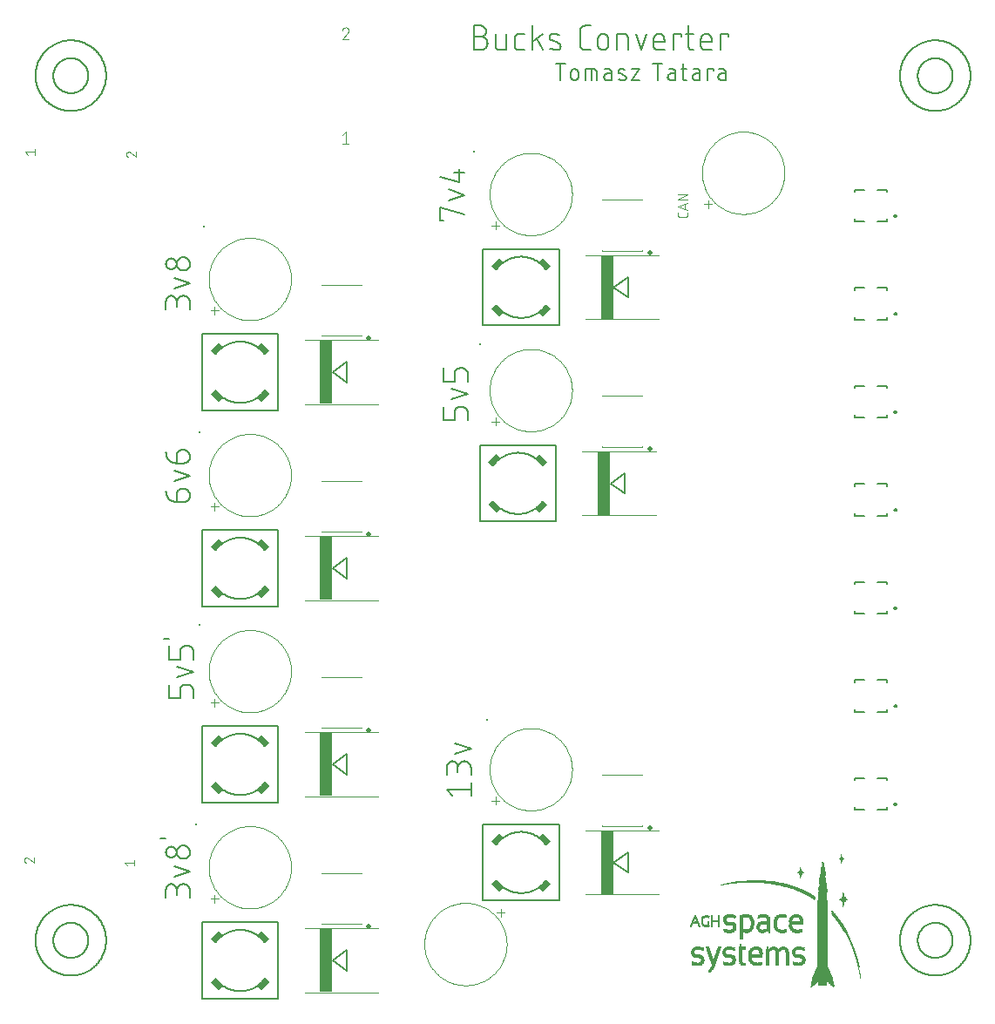
<source format=gbr>
G04 EAGLE Gerber RS-274X export*
G75*
%MOMM*%
%FSLAX34Y34*%
%LPD*%
%INSilkscreen Top*%
%IPPOS*%
%AMOC8*
5,1,8,0,0,1.08239X$1,22.5*%
G01*
%ADD10C,0.076200*%
%ADD11C,0.203200*%
%ADD12C,0.152400*%
%ADD13R,0.033019X0.016512*%
%ADD14R,0.049525X0.016506*%
%ADD15R,0.033019X0.016506*%
%ADD16R,0.066037X0.016506*%
%ADD17R,0.082550X0.016506*%
%ADD18R,0.115569X0.016512*%
%ADD19R,0.132075X0.016506*%
%ADD20R,0.132081X0.016506*%
%ADD21R,0.148588X0.016506*%
%ADD22R,0.165100X0.016506*%
%ADD23R,0.181606X0.016506*%
%ADD24R,0.181613X0.016506*%
%ADD25R,0.198119X0.016512*%
%ADD26R,0.181613X0.016512*%
%ADD27R,0.198119X0.016506*%
%ADD28R,0.214631X0.016506*%
%ADD29R,0.231138X0.016506*%
%ADD30R,0.875031X0.016506*%
%ADD31R,0.247650X0.016506*%
%ADD32R,0.264163X0.016506*%
%ADD33R,0.280669X0.016506*%
%ADD34R,0.264156X0.016506*%
%ADD35R,0.297181X0.016512*%
%ADD36R,0.875031X0.016512*%
%ADD37R,0.264156X0.016512*%
%ADD38R,0.313688X0.016506*%
%ADD39R,0.297175X0.016506*%
%ADD40R,0.330200X0.016506*%
%ADD41R,0.346706X0.016506*%
%ADD42R,0.363219X0.016512*%
%ADD43R,0.346706X0.016512*%
%ADD44R,0.363219X0.016506*%
%ADD45R,0.412750X0.016506*%
%ADD46R,0.429256X0.016506*%
%ADD47R,0.462281X0.016506*%
%ADD48R,0.445769X0.016506*%
%ADD49R,0.462281X0.016512*%
%ADD50R,0.462275X0.016512*%
%ADD51R,0.478788X0.016506*%
%ADD52R,0.511813X0.016506*%
%ADD53R,0.495300X0.016506*%
%ADD54R,0.528319X0.016512*%
%ADD55R,0.577850X0.016506*%
%ADD56R,0.561338X0.016506*%
%ADD57R,0.594363X0.016506*%
%ADD58R,0.594356X0.016506*%
%ADD59R,0.610869X0.016506*%
%ADD60R,1.485900X0.016506*%
%ADD61R,2.113281X0.016512*%
%ADD62R,2.113281X0.016506*%
%ADD63R,2.096769X0.016506*%
%ADD64R,2.080256X0.016506*%
%ADD65R,2.080256X0.016512*%
%ADD66R,2.063750X0.016506*%
%ADD67R,2.047238X0.016506*%
%ADD68R,2.030731X0.016512*%
%ADD69R,2.030731X0.016506*%
%ADD70R,2.014219X0.016506*%
%ADD71R,1.997706X0.016506*%
%ADD72R,1.981200X0.016506*%
%ADD73R,0.016512X0.016506*%
%ADD74R,1.981200X0.016512*%
%ADD75R,0.016512X0.016512*%
%ADD76R,1.948181X0.016506*%
%ADD77R,1.931669X0.016506*%
%ADD78R,1.915156X0.016506*%
%ADD79R,1.882138X0.016512*%
%ADD80R,1.882138X0.016506*%
%ADD81R,1.865631X0.016506*%
%ADD82R,1.849119X0.016506*%
%ADD83R,0.049531X0.016506*%
%ADD84R,1.832606X0.016506*%
%ADD85R,1.832606X0.016512*%
%ADD86R,1.816100X0.016506*%
%ADD87R,1.799588X0.016506*%
%ADD88R,1.783081X0.016506*%
%ADD89R,1.766569X0.016512*%
%ADD90R,1.766569X0.016506*%
%ADD91R,1.733550X0.016506*%
%ADD92R,1.717037X0.016506*%
%ADD93R,1.700531X0.016512*%
%ADD94R,1.684019X0.016506*%
%ADD95R,1.667506X0.016506*%
%ADD96R,1.651000X0.016506*%
%ADD97R,1.617981X0.016506*%
%ADD98R,1.617981X0.016512*%
%ADD99R,0.049531X0.016512*%
%ADD100R,1.584956X0.016506*%
%ADD101R,1.568450X0.016506*%
%ADD102R,1.551937X0.016512*%
%ADD103R,0.066037X0.016512*%
%ADD104R,1.518919X0.016506*%
%ADD105R,0.099056X0.016506*%
%ADD106R,1.502406X0.016506*%
%ADD107R,0.132081X0.016512*%
%ADD108R,1.502406X0.016512*%
%ADD109R,1.469388X0.016506*%
%ADD110R,1.452881X0.016506*%
%ADD111R,1.436369X0.016506*%
%ADD112R,1.403350X0.016512*%
%ADD113R,1.403350X0.016506*%
%ADD114R,1.386838X0.016506*%
%ADD115R,1.370331X0.016506*%
%ADD116R,1.353819X0.016506*%
%ADD117R,0.396238X0.016512*%
%ADD118R,1.353819X0.016512*%
%ADD119R,1.320800X0.016506*%
%ADD120R,1.304288X0.016506*%
%ADD121R,0.379731X0.016506*%
%ADD122R,1.271269X0.016506*%
%ADD123R,0.379725X0.016512*%
%ADD124R,1.254756X0.016512*%
%ADD125R,1.254756X0.016506*%
%ADD126R,1.221738X0.016506*%
%ADD127R,0.346713X0.016506*%
%ADD128R,0.330200X0.016512*%
%ADD129R,1.221738X0.016512*%
%ADD130R,0.082550X0.016512*%
%ADD131R,1.205231X0.016506*%
%ADD132R,1.188719X0.016506*%
%ADD133R,1.139188X0.016506*%
%ADD134R,0.297175X0.016512*%
%ADD135R,1.139188X0.016512*%
%ADD136R,1.106169X0.016506*%
%ADD137R,1.089656X0.016506*%
%ADD138R,0.099063X0.016506*%
%ADD139R,0.280669X0.016512*%
%ADD140R,1.073150X0.016512*%
%ADD141R,0.099056X0.016512*%
%ADD142R,1.040131X0.016506*%
%ADD143R,1.007106X0.016506*%
%ADD144R,0.990600X0.016506*%
%ADD145R,0.115569X0.016506*%
%ADD146R,0.990600X0.016512*%
%ADD147R,0.974087X0.016506*%
%ADD148R,0.297181X0.016506*%
%ADD149R,0.643888X0.016512*%
%ADD150R,0.610869X0.016512*%
%ADD151R,0.429256X0.016512*%
%ADD152R,0.974087X0.016512*%
%ADD153R,0.808988X0.016506*%
%ADD154R,0.825500X0.016506*%
%ADD155R,0.941069X0.016506*%
%ADD156R,0.924556X0.016506*%
%ADD157R,0.908050X0.016506*%
%ADD158R,0.957581X0.016506*%
%ADD159R,1.007113X0.016506*%
%ADD160R,0.528319X0.016506*%
%ADD161R,1.023619X0.016512*%
%ADD162R,0.346713X0.016512*%
%ADD163R,0.544831X0.016512*%
%ADD164R,1.007113X0.016512*%
%ADD165R,1.023619X0.016506*%
%ADD166R,0.544831X0.016506*%
%ADD167R,1.056638X0.016506*%
%ADD168R,1.073150X0.016506*%
%ADD169R,1.106169X0.016512*%
%ADD170R,1.122681X0.016512*%
%ADD171R,0.594356X0.016512*%
%ADD172R,1.089656X0.016512*%
%ADD173R,1.089662X0.016512*%
%ADD174R,1.122681X0.016506*%
%ADD175R,1.089662X0.016506*%
%ADD176R,0.511806X0.016506*%
%ADD177R,0.396238X0.016506*%
%ADD178R,0.379731X0.016512*%
%ADD179R,0.511806X0.016512*%
%ADD180R,0.462275X0.016506*%
%ADD181R,0.313688X0.016512*%
%ADD182R,0.561338X0.016512*%
%ADD183R,1.007106X0.016512*%
%ADD184R,0.132075X0.016512*%
%ADD185R,0.379725X0.016506*%
%ADD186R,0.759456X0.016506*%
%ADD187R,0.775969X0.016506*%
%ADD188R,0.875025X0.016512*%
%ADD189R,0.891538X0.016512*%
%ADD190R,0.957575X0.016506*%
%ADD191R,1.040131X0.016512*%
%ADD192R,1.040125X0.016506*%
%ADD193R,0.148588X0.016512*%
%ADD194R,0.908050X0.016512*%
%ADD195R,0.858519X0.016506*%
%ADD196R,0.742950X0.016506*%
%ADD197R,0.165100X0.016512*%
%ADD198R,0.016506X0.016512*%
%ADD199R,0.412750X0.016512*%
%ADD200R,0.511813X0.016512*%
%ADD201R,0.181606X0.016512*%
%ADD202R,0.660400X0.016506*%
%ADD203R,0.247650X0.016512*%
%ADD204R,0.709931X0.016512*%
%ADD205R,1.155700X0.016506*%
%ADD206R,0.627381X0.016506*%
%ADD207R,1.122675X0.016506*%
%ADD208R,2.129787X0.016506*%
%ADD209R,2.113275X0.016506*%
%ADD210R,0.627381X0.016512*%
%ADD211R,1.155700X0.016512*%
%ADD212R,0.842006X0.016506*%
%ADD213R,0.792475X0.016506*%
%ADD214R,1.040125X0.016512*%
%ADD215R,0.858519X0.016512*%
%ADD216R,0.231138X0.016512*%
%ADD217R,0.742950X0.016512*%
%ADD218R,0.759463X0.016512*%
%ADD219R,0.709931X0.016506*%
%ADD220R,0.693419X0.016506*%
%ADD221R,0.214625X0.016506*%
%ADD222R,0.627375X0.016506*%
%ADD223R,0.875025X0.016506*%
%ADD224R,0.544825X0.016506*%
%ADD225R,0.891538X0.016506*%
%ADD226R,0.643888X0.016506*%
%ADD227R,0.693419X0.016512*%
%ADD228R,0.709925X0.016512*%
%ADD229R,0.214625X0.016512*%
%ADD230R,0.445769X0.016512*%
%ADD231R,0.214631X0.016512*%
%ADD232R,1.056638X0.016512*%
%ADD233R,0.759463X0.016506*%
%ADD234R,0.792481X0.016506*%
%ADD235R,0.842006X0.016512*%
%ADD236R,0.627375X0.016512*%
%ADD237R,0.792481X0.016512*%
%ADD238R,0.842013X0.016506*%
%ADD239R,1.122675X0.016512*%
%ADD240R,0.957581X0.016512*%
%ADD241R,0.264163X0.016512*%
%ADD242R,1.205225X0.016506*%
%ADD243R,1.172206X0.016506*%
%ADD244R,1.188719X0.016512*%
%ADD245R,1.238250X0.016512*%
%ADD246R,1.238250X0.016506*%
%ADD247R,0.478788X0.016512*%
%ADD248R,0.577850X0.016512*%
%ADD249R,0.676906X0.016506*%
%ADD250R,0.495300X0.016512*%
%ADD251R,0.016506X0.016506*%
%ADD252R,0.660400X0.016512*%
%ADD253R,0.924563X0.016506*%
%ADD254R,0.709925X0.016506*%
%ADD255R,0.775969X0.016512*%
%ADD256R,0.726438X0.016512*%
%ADD257R,0.957575X0.016512*%
%ADD258R,0.049525X0.016512*%
%ADD259R,0.099063X0.016512*%
%ADD260R,0.941069X0.016512*%
%ADD261R,0.924556X0.016512*%
%ADD262R,0.726438X0.016506*%
%ADD263R,0.544825X0.016512*%
%ADD264R,0.429263X0.016506*%
%ADD265R,0.842013X0.016512*%
%ADD266R,0.825500X0.016512*%
%ADD267R,0.676906X0.016512*%
%ADD268R,0.808988X0.016512*%
%ADD269R,0.759456X0.016512*%
%ADD270R,1.337306X0.016512*%
%ADD271R,1.287781X0.016506*%
%ADD272R,0.676913X0.016506*%
%ADD273R,1.551937X0.016506*%
%ADD274R,1.601469X0.016506*%
%ADD275R,1.750063X0.016512*%
%ADD276R,0.676913X0.016512*%
%ADD277R,1.783075X0.016506*%
%ADD278R,4.193538X0.016506*%
%ADD279R,3.962400X0.016506*%
%ADD280R,3.830319X0.016512*%
%ADD281R,3.582669X0.016506*%
%ADD282R,3.153412X0.016506*%
%ADD283R,2.856231X0.016506*%
%ADD284R,2.493013X0.016506*%
%ADD285R,2.294888X0.016512*%
%ADD286C,0.101600*%
%ADD287C,0.500000*%
%ADD288C,0.120000*%
%ADD289R,1.250000X6.200000*%
%ADD290R,1.100000X0.575000*%
%ADD291C,0.127000*%
%ADD292C,0.200000*%
%ADD293R,0.250000X0.250000*%


D10*
X679069Y786878D02*
X679069Y784789D01*
X679067Y784700D01*
X679061Y784612D01*
X679052Y784524D01*
X679039Y784436D01*
X679022Y784349D01*
X679002Y784263D01*
X678977Y784178D01*
X678950Y784093D01*
X678918Y784010D01*
X678884Y783929D01*
X678845Y783849D01*
X678804Y783771D01*
X678759Y783694D01*
X678711Y783620D01*
X678660Y783547D01*
X678606Y783477D01*
X678548Y783410D01*
X678488Y783344D01*
X678426Y783282D01*
X678360Y783222D01*
X678293Y783164D01*
X678223Y783110D01*
X678150Y783059D01*
X678076Y783011D01*
X677999Y782966D01*
X677921Y782925D01*
X677841Y782886D01*
X677760Y782852D01*
X677677Y782820D01*
X677592Y782793D01*
X677507Y782768D01*
X677421Y782748D01*
X677334Y782731D01*
X677246Y782718D01*
X677158Y782709D01*
X677070Y782703D01*
X676981Y782701D01*
X671759Y782701D01*
X671668Y782703D01*
X671577Y782709D01*
X671486Y782719D01*
X671396Y782733D01*
X671307Y782751D01*
X671218Y782772D01*
X671131Y782798D01*
X671045Y782827D01*
X670960Y782860D01*
X670876Y782897D01*
X670794Y782937D01*
X670715Y782981D01*
X670637Y783028D01*
X670561Y783079D01*
X670487Y783133D01*
X670416Y783190D01*
X670348Y783250D01*
X670282Y783313D01*
X670219Y783379D01*
X670159Y783447D01*
X670102Y783518D01*
X670048Y783592D01*
X669997Y783668D01*
X669950Y783745D01*
X669906Y783825D01*
X669866Y783907D01*
X669829Y783991D01*
X669796Y784075D01*
X669767Y784162D01*
X669741Y784249D01*
X669720Y784338D01*
X669702Y784427D01*
X669688Y784517D01*
X669678Y784608D01*
X669672Y784699D01*
X669670Y784790D01*
X669671Y784789D02*
X669671Y786878D01*
X669671Y792957D02*
X679069Y789825D01*
X679069Y796090D02*
X669671Y792957D01*
X676720Y795307D02*
X676720Y790608D01*
X679069Y799795D02*
X669671Y799795D01*
X679069Y805017D01*
X669671Y805017D01*
D11*
X195834Y699657D02*
X195834Y693166D01*
X195834Y699657D02*
X195832Y699816D01*
X195826Y699975D01*
X195816Y700135D01*
X195803Y700293D01*
X195785Y700452D01*
X195764Y700609D01*
X195738Y700767D01*
X195709Y700923D01*
X195676Y701079D01*
X195639Y701234D01*
X195599Y701388D01*
X195554Y701541D01*
X195506Y701693D01*
X195455Y701844D01*
X195399Y701993D01*
X195340Y702141D01*
X195277Y702287D01*
X195211Y702432D01*
X195141Y702575D01*
X195068Y702717D01*
X194991Y702856D01*
X194911Y702994D01*
X194827Y703130D01*
X194740Y703263D01*
X194650Y703395D01*
X194557Y703524D01*
X194460Y703650D01*
X194361Y703775D01*
X194258Y703897D01*
X194153Y704016D01*
X194044Y704133D01*
X193933Y704247D01*
X193819Y704358D01*
X193702Y704467D01*
X193583Y704572D01*
X193461Y704675D01*
X193336Y704774D01*
X193210Y704871D01*
X193081Y704964D01*
X192949Y705054D01*
X192816Y705141D01*
X192680Y705225D01*
X192542Y705305D01*
X192403Y705382D01*
X192261Y705455D01*
X192118Y705525D01*
X191973Y705591D01*
X191827Y705654D01*
X191679Y705713D01*
X191530Y705769D01*
X191379Y705820D01*
X191227Y705868D01*
X191074Y705913D01*
X190920Y705953D01*
X190765Y705990D01*
X190609Y706023D01*
X190453Y706052D01*
X190295Y706078D01*
X190138Y706099D01*
X189979Y706117D01*
X189821Y706130D01*
X189661Y706140D01*
X189502Y706146D01*
X189343Y706148D01*
X189184Y706146D01*
X189025Y706140D01*
X188865Y706130D01*
X188707Y706117D01*
X188548Y706099D01*
X188391Y706078D01*
X188233Y706052D01*
X188077Y706023D01*
X187921Y705990D01*
X187766Y705953D01*
X187612Y705913D01*
X187459Y705868D01*
X187307Y705820D01*
X187156Y705769D01*
X187007Y705713D01*
X186859Y705654D01*
X186713Y705591D01*
X186568Y705525D01*
X186425Y705455D01*
X186283Y705382D01*
X186144Y705305D01*
X186006Y705225D01*
X185870Y705141D01*
X185737Y705054D01*
X185605Y704964D01*
X185476Y704871D01*
X185350Y704774D01*
X185225Y704675D01*
X185103Y704572D01*
X184984Y704467D01*
X184867Y704358D01*
X184753Y704247D01*
X184642Y704133D01*
X184533Y704016D01*
X184428Y703897D01*
X184325Y703775D01*
X184226Y703650D01*
X184129Y703524D01*
X184036Y703395D01*
X183946Y703263D01*
X183859Y703130D01*
X183775Y702994D01*
X183695Y702856D01*
X183618Y702717D01*
X183545Y702575D01*
X183475Y702432D01*
X183409Y702287D01*
X183346Y702141D01*
X183287Y701993D01*
X183231Y701844D01*
X183180Y701693D01*
X183132Y701541D01*
X183087Y701388D01*
X183047Y701234D01*
X183010Y701079D01*
X182977Y700923D01*
X182948Y700767D01*
X182922Y700609D01*
X182901Y700452D01*
X182883Y700293D01*
X182870Y700135D01*
X182860Y699975D01*
X182854Y699816D01*
X182852Y699657D01*
X172466Y700955D02*
X172466Y693166D01*
X172466Y700955D02*
X172468Y701098D01*
X172474Y701241D01*
X172484Y701384D01*
X172498Y701526D01*
X172515Y701668D01*
X172537Y701810D01*
X172562Y701951D01*
X172592Y702091D01*
X172625Y702230D01*
X172662Y702368D01*
X172703Y702505D01*
X172747Y702641D01*
X172796Y702776D01*
X172848Y702909D01*
X172903Y703041D01*
X172963Y703171D01*
X173026Y703300D01*
X173092Y703427D01*
X173162Y703552D01*
X173235Y703674D01*
X173312Y703795D01*
X173392Y703914D01*
X173475Y704030D01*
X173561Y704145D01*
X173650Y704256D01*
X173743Y704366D01*
X173838Y704472D01*
X173937Y704576D01*
X174038Y704677D01*
X174142Y704776D01*
X174248Y704871D01*
X174358Y704964D01*
X174469Y705053D01*
X174584Y705139D01*
X174700Y705222D01*
X174819Y705302D01*
X174940Y705379D01*
X175063Y705452D01*
X175187Y705522D01*
X175314Y705588D01*
X175443Y705651D01*
X175573Y705711D01*
X175705Y705766D01*
X175838Y705818D01*
X175973Y705867D01*
X176109Y705911D01*
X176246Y705952D01*
X176384Y705989D01*
X176523Y706022D01*
X176663Y706052D01*
X176804Y706077D01*
X176946Y706099D01*
X177088Y706116D01*
X177230Y706130D01*
X177373Y706140D01*
X177516Y706146D01*
X177659Y706148D01*
X177802Y706146D01*
X177945Y706140D01*
X178088Y706130D01*
X178230Y706116D01*
X178372Y706099D01*
X178514Y706077D01*
X178655Y706052D01*
X178795Y706022D01*
X178934Y705989D01*
X179072Y705952D01*
X179209Y705911D01*
X179345Y705867D01*
X179480Y705818D01*
X179613Y705766D01*
X179745Y705711D01*
X179875Y705651D01*
X180004Y705588D01*
X180131Y705522D01*
X180256Y705452D01*
X180378Y705379D01*
X180499Y705302D01*
X180618Y705222D01*
X180734Y705139D01*
X180849Y705053D01*
X180960Y704964D01*
X181070Y704871D01*
X181176Y704776D01*
X181280Y704677D01*
X181381Y704576D01*
X181480Y704472D01*
X181575Y704366D01*
X181668Y704256D01*
X181757Y704145D01*
X181843Y704030D01*
X181926Y703914D01*
X182006Y703795D01*
X182083Y703674D01*
X182156Y703552D01*
X182226Y703427D01*
X182292Y703300D01*
X182355Y703171D01*
X182415Y703041D01*
X182470Y702909D01*
X182522Y702776D01*
X182571Y702641D01*
X182615Y702505D01*
X182656Y702368D01*
X182693Y702230D01*
X182726Y702091D01*
X182756Y701951D01*
X182781Y701810D01*
X182803Y701668D01*
X182820Y701526D01*
X182834Y701384D01*
X182844Y701241D01*
X182850Y701098D01*
X182852Y700955D01*
X182852Y695762D01*
X180255Y713255D02*
X195834Y718448D01*
X180255Y723641D01*
X189343Y730748D02*
X189184Y730750D01*
X189025Y730756D01*
X188865Y730766D01*
X188707Y730779D01*
X188548Y730797D01*
X188391Y730818D01*
X188233Y730844D01*
X188077Y730873D01*
X187921Y730906D01*
X187766Y730943D01*
X187612Y730983D01*
X187459Y731028D01*
X187307Y731076D01*
X187156Y731127D01*
X187007Y731183D01*
X186859Y731242D01*
X186713Y731305D01*
X186568Y731371D01*
X186425Y731441D01*
X186283Y731514D01*
X186144Y731591D01*
X186006Y731671D01*
X185870Y731755D01*
X185737Y731842D01*
X185605Y731932D01*
X185476Y732025D01*
X185350Y732122D01*
X185225Y732221D01*
X185103Y732324D01*
X184984Y732429D01*
X184867Y732538D01*
X184753Y732649D01*
X184642Y732763D01*
X184533Y732880D01*
X184428Y732999D01*
X184325Y733121D01*
X184226Y733246D01*
X184129Y733372D01*
X184036Y733501D01*
X183946Y733633D01*
X183859Y733766D01*
X183775Y733902D01*
X183695Y734040D01*
X183618Y734179D01*
X183545Y734321D01*
X183475Y734464D01*
X183409Y734609D01*
X183346Y734755D01*
X183287Y734903D01*
X183231Y735052D01*
X183180Y735203D01*
X183132Y735355D01*
X183087Y735508D01*
X183047Y735662D01*
X183010Y735817D01*
X182977Y735973D01*
X182948Y736129D01*
X182922Y736287D01*
X182901Y736444D01*
X182883Y736603D01*
X182870Y736761D01*
X182860Y736921D01*
X182854Y737080D01*
X182852Y737239D01*
X182854Y737398D01*
X182860Y737557D01*
X182870Y737717D01*
X182883Y737875D01*
X182901Y738034D01*
X182922Y738191D01*
X182948Y738349D01*
X182977Y738505D01*
X183010Y738661D01*
X183047Y738816D01*
X183087Y738970D01*
X183132Y739123D01*
X183180Y739275D01*
X183231Y739426D01*
X183287Y739575D01*
X183346Y739723D01*
X183409Y739869D01*
X183475Y740014D01*
X183545Y740157D01*
X183618Y740299D01*
X183695Y740438D01*
X183775Y740576D01*
X183859Y740712D01*
X183946Y740845D01*
X184036Y740977D01*
X184129Y741106D01*
X184226Y741232D01*
X184325Y741357D01*
X184428Y741479D01*
X184533Y741598D01*
X184642Y741715D01*
X184753Y741829D01*
X184867Y741940D01*
X184984Y742049D01*
X185103Y742154D01*
X185225Y742257D01*
X185350Y742356D01*
X185476Y742453D01*
X185605Y742546D01*
X185737Y742636D01*
X185870Y742723D01*
X186006Y742807D01*
X186144Y742887D01*
X186283Y742964D01*
X186425Y743037D01*
X186568Y743107D01*
X186713Y743173D01*
X186859Y743236D01*
X187007Y743295D01*
X187156Y743351D01*
X187307Y743402D01*
X187459Y743450D01*
X187612Y743495D01*
X187766Y743535D01*
X187921Y743572D01*
X188077Y743605D01*
X188233Y743634D01*
X188391Y743660D01*
X188548Y743681D01*
X188707Y743699D01*
X188865Y743712D01*
X189025Y743722D01*
X189184Y743728D01*
X189343Y743730D01*
X189502Y743728D01*
X189661Y743722D01*
X189821Y743712D01*
X189979Y743699D01*
X190138Y743681D01*
X190295Y743660D01*
X190453Y743634D01*
X190609Y743605D01*
X190765Y743572D01*
X190920Y743535D01*
X191074Y743495D01*
X191227Y743450D01*
X191379Y743402D01*
X191530Y743351D01*
X191679Y743295D01*
X191827Y743236D01*
X191973Y743173D01*
X192118Y743107D01*
X192261Y743037D01*
X192403Y742964D01*
X192542Y742887D01*
X192680Y742807D01*
X192816Y742723D01*
X192949Y742636D01*
X193081Y742546D01*
X193210Y742453D01*
X193336Y742356D01*
X193461Y742257D01*
X193583Y742154D01*
X193702Y742049D01*
X193819Y741940D01*
X193933Y741829D01*
X194044Y741715D01*
X194153Y741598D01*
X194258Y741479D01*
X194361Y741357D01*
X194460Y741232D01*
X194557Y741106D01*
X194650Y740977D01*
X194740Y740845D01*
X194827Y740712D01*
X194911Y740576D01*
X194991Y740438D01*
X195068Y740299D01*
X195141Y740157D01*
X195211Y740014D01*
X195277Y739869D01*
X195340Y739723D01*
X195399Y739575D01*
X195455Y739426D01*
X195506Y739275D01*
X195554Y739123D01*
X195599Y738970D01*
X195639Y738816D01*
X195676Y738661D01*
X195709Y738505D01*
X195738Y738349D01*
X195764Y738191D01*
X195785Y738034D01*
X195803Y737875D01*
X195816Y737717D01*
X195826Y737557D01*
X195832Y737398D01*
X195834Y737239D01*
X195832Y737080D01*
X195826Y736921D01*
X195816Y736761D01*
X195803Y736603D01*
X195785Y736444D01*
X195764Y736287D01*
X195738Y736129D01*
X195709Y735973D01*
X195676Y735817D01*
X195639Y735662D01*
X195599Y735508D01*
X195554Y735355D01*
X195506Y735203D01*
X195455Y735052D01*
X195399Y734903D01*
X195340Y734755D01*
X195277Y734609D01*
X195211Y734464D01*
X195141Y734321D01*
X195068Y734179D01*
X194991Y734040D01*
X194911Y733902D01*
X194827Y733766D01*
X194740Y733633D01*
X194650Y733501D01*
X194557Y733372D01*
X194460Y733246D01*
X194361Y733121D01*
X194258Y732999D01*
X194153Y732880D01*
X194044Y732763D01*
X193933Y732649D01*
X193819Y732538D01*
X193702Y732429D01*
X193583Y732324D01*
X193461Y732221D01*
X193336Y732122D01*
X193210Y732025D01*
X193081Y731932D01*
X192949Y731842D01*
X192816Y731755D01*
X192680Y731671D01*
X192542Y731591D01*
X192403Y731514D01*
X192261Y731441D01*
X192118Y731371D01*
X191973Y731305D01*
X191827Y731242D01*
X191679Y731183D01*
X191530Y731127D01*
X191379Y731076D01*
X191227Y731028D01*
X191074Y730983D01*
X190920Y730943D01*
X190765Y730906D01*
X190609Y730873D01*
X190453Y730844D01*
X190295Y730818D01*
X190138Y730797D01*
X189979Y730779D01*
X189821Y730766D01*
X189661Y730756D01*
X189502Y730750D01*
X189343Y730748D01*
X177659Y732046D02*
X177516Y732048D01*
X177373Y732054D01*
X177230Y732064D01*
X177088Y732078D01*
X176946Y732095D01*
X176804Y732117D01*
X176663Y732142D01*
X176523Y732172D01*
X176384Y732205D01*
X176246Y732242D01*
X176109Y732283D01*
X175973Y732327D01*
X175838Y732376D01*
X175705Y732428D01*
X175573Y732483D01*
X175443Y732543D01*
X175314Y732606D01*
X175187Y732672D01*
X175062Y732742D01*
X174940Y732815D01*
X174819Y732892D01*
X174700Y732972D01*
X174584Y733055D01*
X174469Y733141D01*
X174358Y733230D01*
X174248Y733323D01*
X174142Y733418D01*
X174038Y733517D01*
X173937Y733618D01*
X173838Y733722D01*
X173743Y733828D01*
X173650Y733938D01*
X173561Y734049D01*
X173475Y734164D01*
X173392Y734280D01*
X173312Y734399D01*
X173235Y734520D01*
X173162Y734643D01*
X173092Y734767D01*
X173026Y734894D01*
X172963Y735023D01*
X172903Y735153D01*
X172848Y735285D01*
X172796Y735418D01*
X172747Y735553D01*
X172703Y735689D01*
X172662Y735826D01*
X172625Y735964D01*
X172592Y736103D01*
X172562Y736243D01*
X172537Y736384D01*
X172515Y736526D01*
X172498Y736668D01*
X172484Y736810D01*
X172474Y736953D01*
X172468Y737096D01*
X172466Y737239D01*
X172468Y737382D01*
X172474Y737525D01*
X172484Y737668D01*
X172498Y737810D01*
X172515Y737952D01*
X172537Y738094D01*
X172562Y738235D01*
X172592Y738375D01*
X172625Y738514D01*
X172662Y738652D01*
X172703Y738789D01*
X172747Y738925D01*
X172796Y739060D01*
X172848Y739193D01*
X172903Y739325D01*
X172963Y739455D01*
X173026Y739584D01*
X173092Y739711D01*
X173162Y739836D01*
X173235Y739958D01*
X173312Y740079D01*
X173392Y740198D01*
X173475Y740314D01*
X173561Y740429D01*
X173650Y740540D01*
X173743Y740650D01*
X173838Y740756D01*
X173937Y740860D01*
X174038Y740961D01*
X174142Y741060D01*
X174248Y741155D01*
X174358Y741248D01*
X174469Y741337D01*
X174584Y741423D01*
X174700Y741506D01*
X174819Y741586D01*
X174940Y741663D01*
X175063Y741736D01*
X175187Y741806D01*
X175314Y741872D01*
X175443Y741935D01*
X175573Y741995D01*
X175705Y742050D01*
X175838Y742102D01*
X175973Y742151D01*
X176109Y742195D01*
X176246Y742236D01*
X176384Y742273D01*
X176523Y742306D01*
X176663Y742336D01*
X176804Y742361D01*
X176946Y742383D01*
X177088Y742400D01*
X177230Y742414D01*
X177373Y742424D01*
X177516Y742430D01*
X177659Y742432D01*
X177802Y742430D01*
X177945Y742424D01*
X178088Y742414D01*
X178230Y742400D01*
X178372Y742383D01*
X178514Y742361D01*
X178655Y742336D01*
X178795Y742306D01*
X178934Y742273D01*
X179072Y742236D01*
X179209Y742195D01*
X179345Y742151D01*
X179480Y742102D01*
X179613Y742050D01*
X179745Y741995D01*
X179875Y741935D01*
X180004Y741872D01*
X180131Y741806D01*
X180256Y741736D01*
X180378Y741663D01*
X180499Y741586D01*
X180618Y741506D01*
X180734Y741423D01*
X180849Y741337D01*
X180960Y741248D01*
X181070Y741155D01*
X181176Y741060D01*
X181280Y740961D01*
X181381Y740860D01*
X181480Y740756D01*
X181575Y740650D01*
X181668Y740540D01*
X181757Y740429D01*
X181843Y740314D01*
X181926Y740198D01*
X182006Y740079D01*
X182083Y739958D01*
X182156Y739835D01*
X182226Y739711D01*
X182292Y739584D01*
X182355Y739455D01*
X182415Y739325D01*
X182470Y739193D01*
X182522Y739060D01*
X182571Y738925D01*
X182615Y738789D01*
X182656Y738652D01*
X182693Y738514D01*
X182726Y738375D01*
X182756Y738235D01*
X182781Y738094D01*
X182803Y737952D01*
X182820Y737810D01*
X182834Y737668D01*
X182844Y737525D01*
X182850Y737382D01*
X182852Y737239D01*
X182850Y737096D01*
X182844Y736953D01*
X182834Y736810D01*
X182820Y736668D01*
X182803Y736526D01*
X182781Y736384D01*
X182756Y736243D01*
X182726Y736103D01*
X182693Y735964D01*
X182656Y735826D01*
X182615Y735689D01*
X182571Y735553D01*
X182522Y735418D01*
X182470Y735285D01*
X182415Y735153D01*
X182355Y735023D01*
X182292Y734894D01*
X182226Y734767D01*
X182156Y734643D01*
X182083Y734520D01*
X182006Y734399D01*
X181926Y734280D01*
X181843Y734164D01*
X181757Y734049D01*
X181668Y733938D01*
X181575Y733828D01*
X181480Y733722D01*
X181381Y733618D01*
X181280Y733517D01*
X181176Y733418D01*
X181070Y733323D01*
X180960Y733230D01*
X180849Y733141D01*
X180734Y733055D01*
X180618Y732972D01*
X180499Y732892D01*
X180378Y732815D01*
X180255Y732742D01*
X180131Y732672D01*
X180004Y732606D01*
X179875Y732543D01*
X179745Y732483D01*
X179613Y732428D01*
X179480Y732376D01*
X179345Y732327D01*
X179209Y732283D01*
X179072Y732242D01*
X178934Y732205D01*
X178795Y732172D01*
X178655Y732142D01*
X178514Y732117D01*
X178372Y732095D01*
X178230Y732078D01*
X178088Y732064D01*
X177945Y732054D01*
X177802Y732048D01*
X177659Y732046D01*
X439166Y778891D02*
X441762Y778891D01*
X439166Y778891D02*
X439166Y791873D01*
X462534Y785382D01*
X462534Y804173D02*
X446955Y798980D01*
X446955Y809366D02*
X462534Y804173D01*
X457341Y816473D02*
X439166Y821666D01*
X457341Y816473D02*
X457341Y829455D01*
X452148Y825560D02*
X462534Y825560D01*
X465709Y593005D02*
X465709Y585216D01*
X465709Y593005D02*
X465707Y593148D01*
X465701Y593291D01*
X465691Y593434D01*
X465677Y593576D01*
X465660Y593718D01*
X465638Y593860D01*
X465613Y594001D01*
X465583Y594141D01*
X465550Y594280D01*
X465513Y594418D01*
X465472Y594555D01*
X465428Y594691D01*
X465379Y594826D01*
X465327Y594959D01*
X465272Y595091D01*
X465212Y595221D01*
X465149Y595350D01*
X465083Y595477D01*
X465013Y595602D01*
X464940Y595724D01*
X464863Y595845D01*
X464783Y595964D01*
X464700Y596080D01*
X464614Y596195D01*
X464525Y596306D01*
X464432Y596416D01*
X464337Y596522D01*
X464238Y596626D01*
X464137Y596727D01*
X464033Y596826D01*
X463927Y596921D01*
X463817Y597014D01*
X463706Y597103D01*
X463591Y597189D01*
X463475Y597272D01*
X463356Y597352D01*
X463235Y597429D01*
X463113Y597502D01*
X462988Y597572D01*
X462861Y597638D01*
X462732Y597701D01*
X462602Y597761D01*
X462470Y597816D01*
X462337Y597868D01*
X462202Y597917D01*
X462066Y597961D01*
X461929Y598002D01*
X461791Y598039D01*
X461652Y598072D01*
X461512Y598102D01*
X461371Y598127D01*
X461229Y598149D01*
X461087Y598166D01*
X460945Y598180D01*
X460802Y598190D01*
X460659Y598196D01*
X460516Y598198D01*
X457920Y598198D01*
X457777Y598196D01*
X457634Y598190D01*
X457491Y598180D01*
X457349Y598166D01*
X457207Y598149D01*
X457065Y598127D01*
X456924Y598102D01*
X456784Y598072D01*
X456645Y598039D01*
X456507Y598002D01*
X456370Y597961D01*
X456234Y597917D01*
X456099Y597868D01*
X455966Y597816D01*
X455834Y597761D01*
X455704Y597701D01*
X455575Y597638D01*
X455448Y597572D01*
X455324Y597502D01*
X455201Y597429D01*
X455080Y597352D01*
X454961Y597272D01*
X454845Y597189D01*
X454730Y597103D01*
X454619Y597014D01*
X454509Y596921D01*
X454403Y596826D01*
X454299Y596727D01*
X454198Y596626D01*
X454099Y596522D01*
X454004Y596416D01*
X453911Y596306D01*
X453822Y596195D01*
X453736Y596080D01*
X453653Y595964D01*
X453573Y595845D01*
X453496Y595724D01*
X453423Y595602D01*
X453353Y595477D01*
X453287Y595350D01*
X453224Y595221D01*
X453164Y595091D01*
X453109Y594959D01*
X453057Y594826D01*
X453008Y594691D01*
X452964Y594555D01*
X452923Y594418D01*
X452886Y594280D01*
X452853Y594141D01*
X452823Y594001D01*
X452798Y593860D01*
X452776Y593718D01*
X452759Y593576D01*
X452745Y593434D01*
X452735Y593291D01*
X452729Y593148D01*
X452727Y593005D01*
X452727Y585216D01*
X442341Y585216D01*
X442341Y598198D01*
X450130Y605305D02*
X465709Y610498D01*
X450130Y615691D01*
X465709Y622798D02*
X465709Y630587D01*
X465707Y630730D01*
X465701Y630873D01*
X465691Y631016D01*
X465677Y631158D01*
X465660Y631300D01*
X465638Y631442D01*
X465613Y631583D01*
X465583Y631723D01*
X465550Y631862D01*
X465513Y632000D01*
X465472Y632137D01*
X465428Y632273D01*
X465379Y632408D01*
X465327Y632541D01*
X465272Y632673D01*
X465212Y632803D01*
X465149Y632932D01*
X465083Y633059D01*
X465013Y633184D01*
X464940Y633306D01*
X464863Y633427D01*
X464783Y633546D01*
X464700Y633662D01*
X464614Y633777D01*
X464525Y633888D01*
X464432Y633998D01*
X464337Y634104D01*
X464238Y634208D01*
X464137Y634309D01*
X464033Y634408D01*
X463927Y634503D01*
X463817Y634596D01*
X463706Y634685D01*
X463591Y634771D01*
X463475Y634854D01*
X463356Y634934D01*
X463235Y635011D01*
X463113Y635084D01*
X462988Y635154D01*
X462861Y635220D01*
X462732Y635283D01*
X462602Y635343D01*
X462470Y635398D01*
X462337Y635450D01*
X462202Y635499D01*
X462066Y635543D01*
X461929Y635584D01*
X461791Y635621D01*
X461652Y635654D01*
X461512Y635684D01*
X461371Y635709D01*
X461229Y635731D01*
X461087Y635748D01*
X460945Y635762D01*
X460802Y635772D01*
X460659Y635778D01*
X460516Y635780D01*
X457920Y635780D01*
X457777Y635778D01*
X457634Y635772D01*
X457491Y635762D01*
X457349Y635748D01*
X457207Y635731D01*
X457065Y635709D01*
X456924Y635684D01*
X456784Y635654D01*
X456645Y635621D01*
X456507Y635584D01*
X456370Y635543D01*
X456234Y635499D01*
X456099Y635450D01*
X455966Y635398D01*
X455834Y635343D01*
X455704Y635283D01*
X455575Y635220D01*
X455448Y635154D01*
X455324Y635084D01*
X455201Y635011D01*
X455080Y634934D01*
X454961Y634854D01*
X454845Y634771D01*
X454730Y634685D01*
X454619Y634596D01*
X454509Y634503D01*
X454403Y634408D01*
X454299Y634309D01*
X454198Y634208D01*
X454099Y634104D01*
X454004Y633998D01*
X453911Y633888D01*
X453822Y633777D01*
X453736Y633662D01*
X453653Y633546D01*
X453573Y633427D01*
X453496Y633306D01*
X453423Y633184D01*
X453353Y633059D01*
X453287Y632932D01*
X453224Y632803D01*
X453164Y632673D01*
X453109Y632541D01*
X453057Y632408D01*
X453008Y632273D01*
X452964Y632137D01*
X452923Y632000D01*
X452886Y631862D01*
X452853Y631723D01*
X452823Y631583D01*
X452798Y631442D01*
X452776Y631300D01*
X452759Y631158D01*
X452745Y631016D01*
X452735Y630873D01*
X452729Y630730D01*
X452727Y630587D01*
X452727Y622798D01*
X442341Y622798D01*
X442341Y635780D01*
X182852Y513630D02*
X182852Y505841D01*
X182852Y513630D02*
X182854Y513773D01*
X182860Y513916D01*
X182870Y514059D01*
X182884Y514201D01*
X182901Y514343D01*
X182923Y514485D01*
X182948Y514626D01*
X182978Y514766D01*
X183011Y514905D01*
X183048Y515043D01*
X183089Y515180D01*
X183133Y515316D01*
X183182Y515451D01*
X183234Y515584D01*
X183289Y515716D01*
X183349Y515846D01*
X183412Y515975D01*
X183478Y516102D01*
X183548Y516227D01*
X183621Y516349D01*
X183698Y516470D01*
X183778Y516589D01*
X183861Y516705D01*
X183947Y516820D01*
X184036Y516931D01*
X184129Y517041D01*
X184224Y517147D01*
X184323Y517251D01*
X184424Y517352D01*
X184528Y517451D01*
X184634Y517546D01*
X184744Y517639D01*
X184855Y517728D01*
X184970Y517814D01*
X185086Y517898D01*
X185205Y517977D01*
X185326Y518054D01*
X185449Y518127D01*
X185573Y518197D01*
X185700Y518263D01*
X185829Y518326D01*
X185959Y518386D01*
X186091Y518441D01*
X186224Y518493D01*
X186359Y518542D01*
X186495Y518586D01*
X186632Y518627D01*
X186770Y518664D01*
X186909Y518697D01*
X187049Y518727D01*
X187190Y518752D01*
X187332Y518774D01*
X187474Y518791D01*
X187616Y518805D01*
X187759Y518815D01*
X187902Y518821D01*
X188045Y518823D01*
X189343Y518823D01*
X189502Y518821D01*
X189661Y518815D01*
X189821Y518805D01*
X189979Y518792D01*
X190138Y518774D01*
X190295Y518753D01*
X190453Y518727D01*
X190609Y518698D01*
X190765Y518665D01*
X190920Y518628D01*
X191074Y518588D01*
X191227Y518543D01*
X191379Y518495D01*
X191530Y518444D01*
X191679Y518388D01*
X191827Y518329D01*
X191973Y518266D01*
X192118Y518200D01*
X192261Y518130D01*
X192403Y518057D01*
X192542Y517980D01*
X192680Y517900D01*
X192816Y517816D01*
X192949Y517729D01*
X193081Y517639D01*
X193210Y517546D01*
X193336Y517449D01*
X193461Y517350D01*
X193583Y517247D01*
X193702Y517142D01*
X193819Y517033D01*
X193933Y516922D01*
X194044Y516808D01*
X194153Y516691D01*
X194258Y516572D01*
X194361Y516450D01*
X194460Y516325D01*
X194557Y516199D01*
X194650Y516070D01*
X194740Y515938D01*
X194827Y515805D01*
X194911Y515669D01*
X194991Y515531D01*
X195068Y515392D01*
X195141Y515250D01*
X195211Y515107D01*
X195277Y514962D01*
X195340Y514816D01*
X195399Y514668D01*
X195455Y514519D01*
X195506Y514368D01*
X195554Y514216D01*
X195599Y514063D01*
X195639Y513909D01*
X195676Y513754D01*
X195709Y513598D01*
X195738Y513442D01*
X195764Y513284D01*
X195785Y513127D01*
X195803Y512968D01*
X195816Y512810D01*
X195826Y512650D01*
X195832Y512491D01*
X195834Y512332D01*
X195832Y512173D01*
X195826Y512014D01*
X195816Y511854D01*
X195803Y511696D01*
X195785Y511537D01*
X195764Y511380D01*
X195738Y511222D01*
X195709Y511066D01*
X195676Y510910D01*
X195639Y510755D01*
X195599Y510601D01*
X195554Y510448D01*
X195506Y510296D01*
X195455Y510145D01*
X195399Y509996D01*
X195340Y509848D01*
X195277Y509702D01*
X195211Y509557D01*
X195141Y509414D01*
X195068Y509272D01*
X194991Y509133D01*
X194911Y508995D01*
X194827Y508859D01*
X194740Y508726D01*
X194650Y508594D01*
X194557Y508465D01*
X194460Y508339D01*
X194361Y508214D01*
X194258Y508092D01*
X194153Y507973D01*
X194044Y507856D01*
X193933Y507742D01*
X193819Y507631D01*
X193702Y507522D01*
X193583Y507417D01*
X193461Y507314D01*
X193336Y507215D01*
X193210Y507118D01*
X193081Y507025D01*
X192949Y506935D01*
X192816Y506848D01*
X192680Y506764D01*
X192542Y506684D01*
X192403Y506607D01*
X192261Y506534D01*
X192118Y506464D01*
X191973Y506398D01*
X191827Y506335D01*
X191679Y506276D01*
X191530Y506220D01*
X191379Y506169D01*
X191227Y506121D01*
X191074Y506076D01*
X190920Y506036D01*
X190765Y505999D01*
X190609Y505966D01*
X190453Y505937D01*
X190295Y505911D01*
X190138Y505890D01*
X189979Y505872D01*
X189821Y505859D01*
X189661Y505849D01*
X189502Y505843D01*
X189343Y505841D01*
X182852Y505841D01*
X182597Y505844D01*
X182342Y505854D01*
X182088Y505869D01*
X181834Y505891D01*
X181581Y505919D01*
X181328Y505953D01*
X181076Y505994D01*
X180826Y506041D01*
X180576Y506093D01*
X180328Y506152D01*
X180082Y506217D01*
X179837Y506288D01*
X179594Y506365D01*
X179353Y506448D01*
X179114Y506537D01*
X178877Y506632D01*
X178643Y506732D01*
X178411Y506838D01*
X178182Y506950D01*
X177956Y507067D01*
X177733Y507190D01*
X177513Y507319D01*
X177296Y507452D01*
X177082Y507591D01*
X176872Y507736D01*
X176665Y507885D01*
X176462Y508039D01*
X176263Y508198D01*
X176068Y508363D01*
X175877Y508531D01*
X175690Y508705D01*
X175508Y508883D01*
X175330Y509065D01*
X175157Y509252D01*
X174988Y509443D01*
X174824Y509638D01*
X174664Y509837D01*
X174510Y510040D01*
X174361Y510247D01*
X174216Y510457D01*
X174077Y510670D01*
X173944Y510887D01*
X173815Y511108D01*
X173692Y511331D01*
X173575Y511557D01*
X173463Y511786D01*
X173357Y512018D01*
X173257Y512252D01*
X173162Y512489D01*
X173073Y512728D01*
X172990Y512969D01*
X172913Y513212D01*
X172842Y513457D01*
X172777Y513703D01*
X172718Y513951D01*
X172666Y514201D01*
X172619Y514451D01*
X172578Y514703D01*
X172544Y514956D01*
X172516Y515209D01*
X172494Y515463D01*
X172479Y515717D01*
X172469Y515972D01*
X172466Y516227D01*
X180255Y525930D02*
X195834Y531123D01*
X180255Y536316D01*
X182852Y543423D02*
X182852Y551212D01*
X182854Y551355D01*
X182860Y551498D01*
X182870Y551641D01*
X182884Y551783D01*
X182901Y551925D01*
X182923Y552067D01*
X182948Y552208D01*
X182978Y552348D01*
X183011Y552487D01*
X183048Y552625D01*
X183089Y552762D01*
X183133Y552898D01*
X183182Y553033D01*
X183234Y553166D01*
X183289Y553298D01*
X183349Y553428D01*
X183412Y553557D01*
X183478Y553684D01*
X183548Y553809D01*
X183621Y553931D01*
X183698Y554052D01*
X183778Y554171D01*
X183861Y554287D01*
X183947Y554402D01*
X184036Y554513D01*
X184129Y554623D01*
X184224Y554729D01*
X184323Y554833D01*
X184424Y554934D01*
X184528Y555033D01*
X184634Y555128D01*
X184744Y555221D01*
X184855Y555310D01*
X184970Y555396D01*
X185086Y555480D01*
X185205Y555559D01*
X185326Y555636D01*
X185449Y555709D01*
X185573Y555779D01*
X185700Y555845D01*
X185829Y555908D01*
X185959Y555968D01*
X186091Y556023D01*
X186224Y556075D01*
X186359Y556124D01*
X186495Y556168D01*
X186632Y556209D01*
X186770Y556246D01*
X186909Y556279D01*
X187049Y556309D01*
X187190Y556334D01*
X187332Y556356D01*
X187474Y556373D01*
X187616Y556387D01*
X187759Y556397D01*
X187902Y556403D01*
X188045Y556405D01*
X189343Y556405D01*
X189502Y556403D01*
X189661Y556397D01*
X189821Y556387D01*
X189979Y556374D01*
X190138Y556356D01*
X190295Y556335D01*
X190453Y556309D01*
X190609Y556280D01*
X190765Y556247D01*
X190920Y556210D01*
X191074Y556170D01*
X191227Y556125D01*
X191379Y556077D01*
X191530Y556026D01*
X191679Y555970D01*
X191827Y555911D01*
X191973Y555848D01*
X192118Y555782D01*
X192261Y555712D01*
X192403Y555639D01*
X192542Y555562D01*
X192680Y555482D01*
X192816Y555398D01*
X192949Y555311D01*
X193081Y555221D01*
X193210Y555128D01*
X193336Y555031D01*
X193461Y554932D01*
X193583Y554829D01*
X193702Y554724D01*
X193819Y554615D01*
X193933Y554504D01*
X194044Y554390D01*
X194153Y554273D01*
X194258Y554154D01*
X194361Y554032D01*
X194460Y553907D01*
X194557Y553781D01*
X194650Y553652D01*
X194740Y553520D01*
X194827Y553387D01*
X194911Y553251D01*
X194991Y553113D01*
X195068Y552974D01*
X195141Y552832D01*
X195211Y552689D01*
X195277Y552544D01*
X195340Y552398D01*
X195399Y552250D01*
X195455Y552101D01*
X195506Y551950D01*
X195554Y551798D01*
X195599Y551645D01*
X195639Y551491D01*
X195676Y551336D01*
X195709Y551180D01*
X195738Y551024D01*
X195764Y550866D01*
X195785Y550709D01*
X195803Y550550D01*
X195816Y550392D01*
X195826Y550232D01*
X195832Y550073D01*
X195834Y549914D01*
X195832Y549755D01*
X195826Y549596D01*
X195816Y549436D01*
X195803Y549278D01*
X195785Y549119D01*
X195764Y548962D01*
X195738Y548804D01*
X195709Y548648D01*
X195676Y548492D01*
X195639Y548337D01*
X195599Y548183D01*
X195554Y548030D01*
X195506Y547878D01*
X195455Y547727D01*
X195399Y547578D01*
X195340Y547430D01*
X195277Y547284D01*
X195211Y547139D01*
X195141Y546996D01*
X195068Y546854D01*
X194991Y546715D01*
X194911Y546577D01*
X194827Y546441D01*
X194740Y546308D01*
X194650Y546176D01*
X194557Y546047D01*
X194460Y545921D01*
X194361Y545796D01*
X194258Y545674D01*
X194153Y545555D01*
X194044Y545438D01*
X193933Y545324D01*
X193819Y545213D01*
X193702Y545104D01*
X193583Y544999D01*
X193461Y544896D01*
X193336Y544797D01*
X193210Y544700D01*
X193081Y544607D01*
X192949Y544517D01*
X192816Y544430D01*
X192680Y544346D01*
X192542Y544266D01*
X192403Y544189D01*
X192261Y544116D01*
X192118Y544046D01*
X191973Y543980D01*
X191827Y543917D01*
X191679Y543858D01*
X191530Y543802D01*
X191379Y543751D01*
X191227Y543703D01*
X191074Y543658D01*
X190920Y543618D01*
X190765Y543581D01*
X190609Y543548D01*
X190453Y543519D01*
X190295Y543493D01*
X190138Y543472D01*
X189979Y543454D01*
X189821Y543441D01*
X189661Y543431D01*
X189502Y543425D01*
X189343Y543423D01*
X182852Y543423D01*
X182597Y543426D01*
X182342Y543436D01*
X182088Y543451D01*
X181834Y543473D01*
X181581Y543501D01*
X181328Y543535D01*
X181076Y543576D01*
X180826Y543623D01*
X180576Y543675D01*
X180328Y543734D01*
X180082Y543799D01*
X179837Y543870D01*
X179594Y543947D01*
X179353Y544030D01*
X179114Y544119D01*
X178877Y544214D01*
X178643Y544314D01*
X178411Y544420D01*
X178182Y544532D01*
X177956Y544649D01*
X177733Y544772D01*
X177513Y544901D01*
X177296Y545034D01*
X177082Y545173D01*
X176872Y545318D01*
X176665Y545467D01*
X176462Y545621D01*
X176263Y545780D01*
X176068Y545945D01*
X175877Y546113D01*
X175690Y546287D01*
X175508Y546465D01*
X175330Y546647D01*
X175157Y546834D01*
X174988Y547025D01*
X174824Y547220D01*
X174664Y547419D01*
X174510Y547622D01*
X174361Y547829D01*
X174216Y548039D01*
X174077Y548252D01*
X173944Y548469D01*
X173815Y548690D01*
X173692Y548913D01*
X173575Y549139D01*
X173463Y549368D01*
X173357Y549600D01*
X173257Y549834D01*
X173162Y550071D01*
X173073Y550310D01*
X172990Y550551D01*
X172913Y550794D01*
X172842Y551039D01*
X172777Y551285D01*
X172718Y551533D01*
X172666Y551783D01*
X172619Y552033D01*
X172578Y552285D01*
X172544Y552538D01*
X172516Y552791D01*
X172494Y553045D01*
X172479Y553299D01*
X172469Y553554D01*
X172466Y553809D01*
X199009Y323130D02*
X199009Y315341D01*
X199009Y323130D02*
X199007Y323273D01*
X199001Y323416D01*
X198991Y323559D01*
X198977Y323701D01*
X198960Y323843D01*
X198938Y323985D01*
X198913Y324126D01*
X198883Y324266D01*
X198850Y324405D01*
X198813Y324543D01*
X198772Y324680D01*
X198728Y324816D01*
X198679Y324951D01*
X198627Y325084D01*
X198572Y325216D01*
X198512Y325346D01*
X198449Y325475D01*
X198383Y325602D01*
X198313Y325727D01*
X198240Y325849D01*
X198163Y325970D01*
X198083Y326089D01*
X198000Y326205D01*
X197914Y326320D01*
X197825Y326431D01*
X197732Y326541D01*
X197637Y326647D01*
X197538Y326751D01*
X197437Y326852D01*
X197333Y326951D01*
X197227Y327046D01*
X197117Y327139D01*
X197006Y327228D01*
X196891Y327314D01*
X196775Y327397D01*
X196656Y327477D01*
X196535Y327554D01*
X196413Y327627D01*
X196288Y327697D01*
X196161Y327763D01*
X196032Y327826D01*
X195902Y327886D01*
X195770Y327941D01*
X195637Y327993D01*
X195502Y328042D01*
X195366Y328086D01*
X195229Y328127D01*
X195091Y328164D01*
X194952Y328197D01*
X194812Y328227D01*
X194671Y328252D01*
X194529Y328274D01*
X194387Y328291D01*
X194245Y328305D01*
X194102Y328315D01*
X193959Y328321D01*
X193816Y328323D01*
X191220Y328323D01*
X191077Y328321D01*
X190934Y328315D01*
X190791Y328305D01*
X190649Y328291D01*
X190507Y328274D01*
X190365Y328252D01*
X190224Y328227D01*
X190084Y328197D01*
X189945Y328164D01*
X189807Y328127D01*
X189670Y328086D01*
X189534Y328042D01*
X189399Y327993D01*
X189266Y327941D01*
X189134Y327886D01*
X189004Y327826D01*
X188875Y327763D01*
X188748Y327697D01*
X188624Y327627D01*
X188501Y327554D01*
X188380Y327477D01*
X188261Y327397D01*
X188145Y327314D01*
X188030Y327228D01*
X187919Y327139D01*
X187809Y327046D01*
X187703Y326951D01*
X187599Y326852D01*
X187498Y326751D01*
X187399Y326647D01*
X187304Y326541D01*
X187211Y326431D01*
X187122Y326320D01*
X187036Y326205D01*
X186953Y326089D01*
X186873Y325970D01*
X186796Y325849D01*
X186723Y325727D01*
X186653Y325602D01*
X186587Y325475D01*
X186524Y325346D01*
X186464Y325216D01*
X186409Y325084D01*
X186357Y324951D01*
X186308Y324816D01*
X186264Y324680D01*
X186223Y324543D01*
X186186Y324405D01*
X186153Y324266D01*
X186123Y324126D01*
X186098Y323985D01*
X186076Y323843D01*
X186059Y323701D01*
X186045Y323559D01*
X186035Y323416D01*
X186029Y323273D01*
X186027Y323130D01*
X186027Y315341D01*
X175641Y315341D01*
X175641Y328323D01*
X183430Y335430D02*
X199009Y340623D01*
X183430Y345816D01*
X199009Y352923D02*
X199009Y360712D01*
X199007Y360855D01*
X199001Y360998D01*
X198991Y361141D01*
X198977Y361283D01*
X198960Y361425D01*
X198938Y361567D01*
X198913Y361708D01*
X198883Y361848D01*
X198850Y361987D01*
X198813Y362125D01*
X198772Y362262D01*
X198728Y362398D01*
X198679Y362533D01*
X198627Y362666D01*
X198572Y362798D01*
X198512Y362928D01*
X198449Y363057D01*
X198383Y363184D01*
X198313Y363309D01*
X198240Y363431D01*
X198163Y363552D01*
X198083Y363671D01*
X198000Y363787D01*
X197914Y363902D01*
X197825Y364013D01*
X197732Y364123D01*
X197637Y364229D01*
X197538Y364333D01*
X197437Y364434D01*
X197333Y364533D01*
X197227Y364628D01*
X197117Y364721D01*
X197006Y364810D01*
X196891Y364896D01*
X196775Y364979D01*
X196656Y365059D01*
X196535Y365136D01*
X196413Y365209D01*
X196288Y365279D01*
X196161Y365345D01*
X196032Y365408D01*
X195902Y365468D01*
X195770Y365523D01*
X195637Y365575D01*
X195502Y365624D01*
X195366Y365668D01*
X195229Y365709D01*
X195091Y365746D01*
X194952Y365779D01*
X194812Y365809D01*
X194671Y365834D01*
X194529Y365856D01*
X194387Y365873D01*
X194245Y365887D01*
X194102Y365897D01*
X193959Y365903D01*
X193816Y365905D01*
X191220Y365905D01*
X191077Y365903D01*
X190934Y365897D01*
X190791Y365887D01*
X190649Y365873D01*
X190507Y365856D01*
X190365Y365834D01*
X190224Y365809D01*
X190084Y365779D01*
X189945Y365746D01*
X189807Y365709D01*
X189670Y365668D01*
X189534Y365624D01*
X189399Y365575D01*
X189266Y365523D01*
X189134Y365468D01*
X189004Y365408D01*
X188875Y365345D01*
X188748Y365279D01*
X188624Y365209D01*
X188501Y365136D01*
X188380Y365059D01*
X188261Y364979D01*
X188145Y364896D01*
X188030Y364810D01*
X187919Y364721D01*
X187809Y364628D01*
X187703Y364533D01*
X187599Y364434D01*
X187498Y364333D01*
X187399Y364229D01*
X187304Y364123D01*
X187211Y364013D01*
X187122Y363902D01*
X187036Y363787D01*
X186953Y363671D01*
X186873Y363552D01*
X186796Y363431D01*
X186723Y363309D01*
X186653Y363184D01*
X186587Y363057D01*
X186524Y362928D01*
X186464Y362798D01*
X186409Y362666D01*
X186357Y362533D01*
X186308Y362398D01*
X186264Y362262D01*
X186223Y362125D01*
X186186Y361987D01*
X186153Y361848D01*
X186123Y361708D01*
X186098Y361567D01*
X186076Y361425D01*
X186059Y361283D01*
X186045Y361141D01*
X186035Y360998D01*
X186029Y360855D01*
X186027Y360712D01*
X186027Y352923D01*
X175641Y352923D01*
X175641Y365905D01*
X175641Y372637D02*
X170448Y372637D01*
X195834Y128157D02*
X195834Y121666D01*
X195834Y128157D02*
X195832Y128316D01*
X195826Y128475D01*
X195816Y128635D01*
X195803Y128793D01*
X195785Y128952D01*
X195764Y129109D01*
X195738Y129267D01*
X195709Y129423D01*
X195676Y129579D01*
X195639Y129734D01*
X195599Y129888D01*
X195554Y130041D01*
X195506Y130193D01*
X195455Y130344D01*
X195399Y130493D01*
X195340Y130641D01*
X195277Y130787D01*
X195211Y130932D01*
X195141Y131075D01*
X195068Y131217D01*
X194991Y131356D01*
X194911Y131494D01*
X194827Y131630D01*
X194740Y131763D01*
X194650Y131895D01*
X194557Y132024D01*
X194460Y132150D01*
X194361Y132275D01*
X194258Y132397D01*
X194153Y132516D01*
X194044Y132633D01*
X193933Y132747D01*
X193819Y132858D01*
X193702Y132967D01*
X193583Y133072D01*
X193461Y133175D01*
X193336Y133274D01*
X193210Y133371D01*
X193081Y133464D01*
X192949Y133554D01*
X192816Y133641D01*
X192680Y133725D01*
X192542Y133805D01*
X192403Y133882D01*
X192261Y133955D01*
X192118Y134025D01*
X191973Y134091D01*
X191827Y134154D01*
X191679Y134213D01*
X191530Y134269D01*
X191379Y134320D01*
X191227Y134368D01*
X191074Y134413D01*
X190920Y134453D01*
X190765Y134490D01*
X190609Y134523D01*
X190453Y134552D01*
X190295Y134578D01*
X190138Y134599D01*
X189979Y134617D01*
X189821Y134630D01*
X189661Y134640D01*
X189502Y134646D01*
X189343Y134648D01*
X189184Y134646D01*
X189025Y134640D01*
X188865Y134630D01*
X188707Y134617D01*
X188548Y134599D01*
X188391Y134578D01*
X188233Y134552D01*
X188077Y134523D01*
X187921Y134490D01*
X187766Y134453D01*
X187612Y134413D01*
X187459Y134368D01*
X187307Y134320D01*
X187156Y134269D01*
X187007Y134213D01*
X186859Y134154D01*
X186713Y134091D01*
X186568Y134025D01*
X186425Y133955D01*
X186283Y133882D01*
X186144Y133805D01*
X186006Y133725D01*
X185870Y133641D01*
X185737Y133554D01*
X185605Y133464D01*
X185476Y133371D01*
X185350Y133274D01*
X185225Y133175D01*
X185103Y133072D01*
X184984Y132967D01*
X184867Y132858D01*
X184753Y132747D01*
X184642Y132633D01*
X184533Y132516D01*
X184428Y132397D01*
X184325Y132275D01*
X184226Y132150D01*
X184129Y132024D01*
X184036Y131895D01*
X183946Y131763D01*
X183859Y131630D01*
X183775Y131494D01*
X183695Y131356D01*
X183618Y131217D01*
X183545Y131075D01*
X183475Y130932D01*
X183409Y130787D01*
X183346Y130641D01*
X183287Y130493D01*
X183231Y130344D01*
X183180Y130193D01*
X183132Y130041D01*
X183087Y129888D01*
X183047Y129734D01*
X183010Y129579D01*
X182977Y129423D01*
X182948Y129267D01*
X182922Y129109D01*
X182901Y128952D01*
X182883Y128793D01*
X182870Y128635D01*
X182860Y128475D01*
X182854Y128316D01*
X182852Y128157D01*
X172466Y129455D02*
X172466Y121666D01*
X172466Y129455D02*
X172468Y129598D01*
X172474Y129741D01*
X172484Y129884D01*
X172498Y130026D01*
X172515Y130168D01*
X172537Y130310D01*
X172562Y130451D01*
X172592Y130591D01*
X172625Y130730D01*
X172662Y130868D01*
X172703Y131005D01*
X172747Y131141D01*
X172796Y131276D01*
X172848Y131409D01*
X172903Y131541D01*
X172963Y131671D01*
X173026Y131800D01*
X173092Y131927D01*
X173162Y132052D01*
X173235Y132174D01*
X173312Y132295D01*
X173392Y132414D01*
X173475Y132530D01*
X173561Y132645D01*
X173650Y132756D01*
X173743Y132866D01*
X173838Y132972D01*
X173937Y133076D01*
X174038Y133177D01*
X174142Y133276D01*
X174248Y133371D01*
X174358Y133464D01*
X174469Y133553D01*
X174584Y133639D01*
X174700Y133722D01*
X174819Y133802D01*
X174940Y133879D01*
X175063Y133952D01*
X175187Y134022D01*
X175314Y134088D01*
X175443Y134151D01*
X175573Y134211D01*
X175705Y134266D01*
X175838Y134318D01*
X175973Y134367D01*
X176109Y134411D01*
X176246Y134452D01*
X176384Y134489D01*
X176523Y134522D01*
X176663Y134552D01*
X176804Y134577D01*
X176946Y134599D01*
X177088Y134616D01*
X177230Y134630D01*
X177373Y134640D01*
X177516Y134646D01*
X177659Y134648D01*
X177802Y134646D01*
X177945Y134640D01*
X178088Y134630D01*
X178230Y134616D01*
X178372Y134599D01*
X178514Y134577D01*
X178655Y134552D01*
X178795Y134522D01*
X178934Y134489D01*
X179072Y134452D01*
X179209Y134411D01*
X179345Y134367D01*
X179480Y134318D01*
X179613Y134266D01*
X179745Y134211D01*
X179875Y134151D01*
X180004Y134088D01*
X180131Y134022D01*
X180256Y133952D01*
X180378Y133879D01*
X180499Y133802D01*
X180618Y133722D01*
X180734Y133639D01*
X180849Y133553D01*
X180960Y133464D01*
X181070Y133371D01*
X181176Y133276D01*
X181280Y133177D01*
X181381Y133076D01*
X181480Y132972D01*
X181575Y132866D01*
X181668Y132756D01*
X181757Y132645D01*
X181843Y132530D01*
X181926Y132414D01*
X182006Y132295D01*
X182083Y132174D01*
X182156Y132052D01*
X182226Y131927D01*
X182292Y131800D01*
X182355Y131671D01*
X182415Y131541D01*
X182470Y131409D01*
X182522Y131276D01*
X182571Y131141D01*
X182615Y131005D01*
X182656Y130868D01*
X182693Y130730D01*
X182726Y130591D01*
X182756Y130451D01*
X182781Y130310D01*
X182803Y130168D01*
X182820Y130026D01*
X182834Y129884D01*
X182844Y129741D01*
X182850Y129598D01*
X182852Y129455D01*
X182852Y124262D01*
X180255Y141755D02*
X195834Y146948D01*
X180255Y152141D01*
X189343Y159248D02*
X189184Y159250D01*
X189025Y159256D01*
X188865Y159266D01*
X188707Y159279D01*
X188548Y159297D01*
X188391Y159318D01*
X188233Y159344D01*
X188077Y159373D01*
X187921Y159406D01*
X187766Y159443D01*
X187612Y159483D01*
X187459Y159528D01*
X187307Y159576D01*
X187156Y159627D01*
X187007Y159683D01*
X186859Y159742D01*
X186713Y159805D01*
X186568Y159871D01*
X186425Y159941D01*
X186283Y160014D01*
X186144Y160091D01*
X186006Y160171D01*
X185870Y160255D01*
X185737Y160342D01*
X185605Y160432D01*
X185476Y160525D01*
X185350Y160622D01*
X185225Y160721D01*
X185103Y160824D01*
X184984Y160929D01*
X184867Y161038D01*
X184753Y161149D01*
X184642Y161263D01*
X184533Y161380D01*
X184428Y161499D01*
X184325Y161621D01*
X184226Y161746D01*
X184129Y161872D01*
X184036Y162001D01*
X183946Y162133D01*
X183859Y162266D01*
X183775Y162402D01*
X183695Y162540D01*
X183618Y162679D01*
X183545Y162821D01*
X183475Y162964D01*
X183409Y163109D01*
X183346Y163255D01*
X183287Y163403D01*
X183231Y163552D01*
X183180Y163703D01*
X183132Y163855D01*
X183087Y164008D01*
X183047Y164162D01*
X183010Y164317D01*
X182977Y164473D01*
X182948Y164629D01*
X182922Y164787D01*
X182901Y164944D01*
X182883Y165103D01*
X182870Y165261D01*
X182860Y165421D01*
X182854Y165580D01*
X182852Y165739D01*
X182854Y165898D01*
X182860Y166057D01*
X182870Y166217D01*
X182883Y166375D01*
X182901Y166534D01*
X182922Y166691D01*
X182948Y166849D01*
X182977Y167005D01*
X183010Y167161D01*
X183047Y167316D01*
X183087Y167470D01*
X183132Y167623D01*
X183180Y167775D01*
X183231Y167926D01*
X183287Y168075D01*
X183346Y168223D01*
X183409Y168369D01*
X183475Y168514D01*
X183545Y168657D01*
X183618Y168799D01*
X183695Y168938D01*
X183775Y169076D01*
X183859Y169212D01*
X183946Y169345D01*
X184036Y169477D01*
X184129Y169606D01*
X184226Y169732D01*
X184325Y169857D01*
X184428Y169979D01*
X184533Y170098D01*
X184642Y170215D01*
X184753Y170329D01*
X184867Y170440D01*
X184984Y170549D01*
X185103Y170654D01*
X185225Y170757D01*
X185350Y170856D01*
X185476Y170953D01*
X185605Y171046D01*
X185737Y171136D01*
X185870Y171223D01*
X186006Y171307D01*
X186144Y171387D01*
X186283Y171464D01*
X186425Y171537D01*
X186568Y171607D01*
X186713Y171673D01*
X186859Y171736D01*
X187007Y171795D01*
X187156Y171851D01*
X187307Y171902D01*
X187459Y171950D01*
X187612Y171995D01*
X187766Y172035D01*
X187921Y172072D01*
X188077Y172105D01*
X188233Y172134D01*
X188391Y172160D01*
X188548Y172181D01*
X188707Y172199D01*
X188865Y172212D01*
X189025Y172222D01*
X189184Y172228D01*
X189343Y172230D01*
X189502Y172228D01*
X189661Y172222D01*
X189821Y172212D01*
X189979Y172199D01*
X190138Y172181D01*
X190295Y172160D01*
X190453Y172134D01*
X190609Y172105D01*
X190765Y172072D01*
X190920Y172035D01*
X191074Y171995D01*
X191227Y171950D01*
X191379Y171902D01*
X191530Y171851D01*
X191679Y171795D01*
X191827Y171736D01*
X191973Y171673D01*
X192118Y171607D01*
X192261Y171537D01*
X192403Y171464D01*
X192542Y171387D01*
X192680Y171307D01*
X192816Y171223D01*
X192949Y171136D01*
X193081Y171046D01*
X193210Y170953D01*
X193336Y170856D01*
X193461Y170757D01*
X193583Y170654D01*
X193702Y170549D01*
X193819Y170440D01*
X193933Y170329D01*
X194044Y170215D01*
X194153Y170098D01*
X194258Y169979D01*
X194361Y169857D01*
X194460Y169732D01*
X194557Y169606D01*
X194650Y169477D01*
X194740Y169345D01*
X194827Y169212D01*
X194911Y169076D01*
X194991Y168938D01*
X195068Y168799D01*
X195141Y168657D01*
X195211Y168514D01*
X195277Y168369D01*
X195340Y168223D01*
X195399Y168075D01*
X195455Y167926D01*
X195506Y167775D01*
X195554Y167623D01*
X195599Y167470D01*
X195639Y167316D01*
X195676Y167161D01*
X195709Y167005D01*
X195738Y166849D01*
X195764Y166691D01*
X195785Y166534D01*
X195803Y166375D01*
X195816Y166217D01*
X195826Y166057D01*
X195832Y165898D01*
X195834Y165739D01*
X195832Y165580D01*
X195826Y165421D01*
X195816Y165261D01*
X195803Y165103D01*
X195785Y164944D01*
X195764Y164787D01*
X195738Y164629D01*
X195709Y164473D01*
X195676Y164317D01*
X195639Y164162D01*
X195599Y164008D01*
X195554Y163855D01*
X195506Y163703D01*
X195455Y163552D01*
X195399Y163403D01*
X195340Y163255D01*
X195277Y163109D01*
X195211Y162964D01*
X195141Y162821D01*
X195068Y162679D01*
X194991Y162540D01*
X194911Y162402D01*
X194827Y162266D01*
X194740Y162133D01*
X194650Y162001D01*
X194557Y161872D01*
X194460Y161746D01*
X194361Y161621D01*
X194258Y161499D01*
X194153Y161380D01*
X194044Y161263D01*
X193933Y161149D01*
X193819Y161038D01*
X193702Y160929D01*
X193583Y160824D01*
X193461Y160721D01*
X193336Y160622D01*
X193210Y160525D01*
X193081Y160432D01*
X192949Y160342D01*
X192816Y160255D01*
X192680Y160171D01*
X192542Y160091D01*
X192403Y160014D01*
X192261Y159941D01*
X192118Y159871D01*
X191973Y159805D01*
X191827Y159742D01*
X191679Y159683D01*
X191530Y159627D01*
X191379Y159576D01*
X191227Y159528D01*
X191074Y159483D01*
X190920Y159443D01*
X190765Y159406D01*
X190609Y159373D01*
X190453Y159344D01*
X190295Y159318D01*
X190138Y159297D01*
X189979Y159279D01*
X189821Y159266D01*
X189661Y159256D01*
X189502Y159250D01*
X189343Y159248D01*
X177659Y160546D02*
X177516Y160548D01*
X177373Y160554D01*
X177230Y160564D01*
X177088Y160578D01*
X176946Y160595D01*
X176804Y160617D01*
X176663Y160642D01*
X176523Y160672D01*
X176384Y160705D01*
X176246Y160742D01*
X176109Y160783D01*
X175973Y160827D01*
X175838Y160876D01*
X175705Y160928D01*
X175573Y160983D01*
X175443Y161043D01*
X175314Y161106D01*
X175187Y161172D01*
X175062Y161242D01*
X174940Y161315D01*
X174819Y161392D01*
X174700Y161472D01*
X174584Y161555D01*
X174469Y161641D01*
X174358Y161730D01*
X174248Y161823D01*
X174142Y161918D01*
X174038Y162017D01*
X173937Y162118D01*
X173838Y162222D01*
X173743Y162328D01*
X173650Y162438D01*
X173561Y162549D01*
X173475Y162664D01*
X173392Y162780D01*
X173312Y162899D01*
X173235Y163020D01*
X173162Y163143D01*
X173092Y163267D01*
X173026Y163394D01*
X172963Y163523D01*
X172903Y163653D01*
X172848Y163785D01*
X172796Y163918D01*
X172747Y164053D01*
X172703Y164189D01*
X172662Y164326D01*
X172625Y164464D01*
X172592Y164603D01*
X172562Y164743D01*
X172537Y164884D01*
X172515Y165026D01*
X172498Y165168D01*
X172484Y165310D01*
X172474Y165453D01*
X172468Y165596D01*
X172466Y165739D01*
X172468Y165882D01*
X172474Y166025D01*
X172484Y166168D01*
X172498Y166310D01*
X172515Y166452D01*
X172537Y166594D01*
X172562Y166735D01*
X172592Y166875D01*
X172625Y167014D01*
X172662Y167152D01*
X172703Y167289D01*
X172747Y167425D01*
X172796Y167560D01*
X172848Y167693D01*
X172903Y167825D01*
X172963Y167955D01*
X173026Y168084D01*
X173092Y168211D01*
X173162Y168336D01*
X173235Y168458D01*
X173312Y168579D01*
X173392Y168698D01*
X173475Y168814D01*
X173561Y168929D01*
X173650Y169040D01*
X173743Y169150D01*
X173838Y169256D01*
X173937Y169360D01*
X174038Y169461D01*
X174142Y169560D01*
X174248Y169655D01*
X174358Y169748D01*
X174469Y169837D01*
X174584Y169923D01*
X174700Y170006D01*
X174819Y170086D01*
X174940Y170163D01*
X175063Y170236D01*
X175187Y170306D01*
X175314Y170372D01*
X175443Y170435D01*
X175573Y170495D01*
X175705Y170550D01*
X175838Y170602D01*
X175973Y170651D01*
X176109Y170695D01*
X176246Y170736D01*
X176384Y170773D01*
X176523Y170806D01*
X176663Y170836D01*
X176804Y170861D01*
X176946Y170883D01*
X177088Y170900D01*
X177230Y170914D01*
X177373Y170924D01*
X177516Y170930D01*
X177659Y170932D01*
X177802Y170930D01*
X177945Y170924D01*
X178088Y170914D01*
X178230Y170900D01*
X178372Y170883D01*
X178514Y170861D01*
X178655Y170836D01*
X178795Y170806D01*
X178934Y170773D01*
X179072Y170736D01*
X179209Y170695D01*
X179345Y170651D01*
X179480Y170602D01*
X179613Y170550D01*
X179745Y170495D01*
X179875Y170435D01*
X180004Y170372D01*
X180131Y170306D01*
X180256Y170236D01*
X180378Y170163D01*
X180499Y170086D01*
X180618Y170006D01*
X180734Y169923D01*
X180849Y169837D01*
X180960Y169748D01*
X181070Y169655D01*
X181176Y169560D01*
X181280Y169461D01*
X181381Y169360D01*
X181480Y169256D01*
X181575Y169150D01*
X181668Y169040D01*
X181757Y168929D01*
X181843Y168814D01*
X181926Y168698D01*
X182006Y168579D01*
X182083Y168458D01*
X182156Y168335D01*
X182226Y168211D01*
X182292Y168084D01*
X182355Y167955D01*
X182415Y167825D01*
X182470Y167693D01*
X182522Y167560D01*
X182571Y167425D01*
X182615Y167289D01*
X182656Y167152D01*
X182693Y167014D01*
X182726Y166875D01*
X182756Y166735D01*
X182781Y166594D01*
X182803Y166452D01*
X182820Y166310D01*
X182834Y166168D01*
X182844Y166025D01*
X182850Y165882D01*
X182852Y165739D01*
X182850Y165596D01*
X182844Y165453D01*
X182834Y165310D01*
X182820Y165168D01*
X182803Y165026D01*
X182781Y164884D01*
X182756Y164743D01*
X182726Y164603D01*
X182693Y164464D01*
X182656Y164326D01*
X182615Y164189D01*
X182571Y164053D01*
X182522Y163918D01*
X182470Y163785D01*
X182415Y163653D01*
X182355Y163523D01*
X182292Y163394D01*
X182226Y163267D01*
X182156Y163142D01*
X182083Y163020D01*
X182006Y162899D01*
X181926Y162780D01*
X181843Y162664D01*
X181757Y162549D01*
X181668Y162438D01*
X181575Y162328D01*
X181480Y162222D01*
X181381Y162118D01*
X181280Y162017D01*
X181176Y161918D01*
X181070Y161823D01*
X180960Y161730D01*
X180849Y161641D01*
X180734Y161555D01*
X180618Y161472D01*
X180499Y161392D01*
X180378Y161315D01*
X180255Y161242D01*
X180131Y161172D01*
X180004Y161106D01*
X179875Y161043D01*
X179745Y160983D01*
X179613Y160928D01*
X179480Y160876D01*
X179345Y160827D01*
X179209Y160783D01*
X179072Y160742D01*
X178934Y160705D01*
X178795Y160672D01*
X178655Y160642D01*
X178514Y160617D01*
X178372Y160595D01*
X178230Y160578D01*
X178088Y160564D01*
X177945Y160554D01*
X177802Y160548D01*
X177659Y160546D01*
X172466Y178962D02*
X167273Y178962D01*
X445516Y226582D02*
X450709Y220091D01*
X445516Y226582D02*
X468884Y226582D01*
X468884Y220091D02*
X468884Y233073D01*
X468884Y240970D02*
X468884Y247461D01*
X468882Y247620D01*
X468876Y247779D01*
X468866Y247939D01*
X468853Y248097D01*
X468835Y248256D01*
X468814Y248413D01*
X468788Y248571D01*
X468759Y248727D01*
X468726Y248883D01*
X468689Y249038D01*
X468649Y249192D01*
X468604Y249345D01*
X468556Y249497D01*
X468505Y249648D01*
X468449Y249797D01*
X468390Y249945D01*
X468327Y250091D01*
X468261Y250236D01*
X468191Y250379D01*
X468118Y250521D01*
X468041Y250660D01*
X467961Y250798D01*
X467877Y250934D01*
X467790Y251067D01*
X467700Y251199D01*
X467607Y251328D01*
X467510Y251454D01*
X467411Y251579D01*
X467308Y251701D01*
X467203Y251820D01*
X467094Y251937D01*
X466983Y252051D01*
X466869Y252162D01*
X466752Y252271D01*
X466633Y252376D01*
X466511Y252479D01*
X466386Y252578D01*
X466260Y252675D01*
X466131Y252768D01*
X465999Y252858D01*
X465866Y252945D01*
X465730Y253029D01*
X465592Y253109D01*
X465453Y253186D01*
X465311Y253259D01*
X465168Y253329D01*
X465023Y253395D01*
X464877Y253458D01*
X464729Y253517D01*
X464580Y253573D01*
X464429Y253624D01*
X464277Y253672D01*
X464124Y253717D01*
X463970Y253757D01*
X463815Y253794D01*
X463659Y253827D01*
X463503Y253856D01*
X463345Y253882D01*
X463188Y253903D01*
X463029Y253921D01*
X462871Y253934D01*
X462711Y253944D01*
X462552Y253950D01*
X462393Y253952D01*
X462234Y253950D01*
X462075Y253944D01*
X461915Y253934D01*
X461757Y253921D01*
X461598Y253903D01*
X461441Y253882D01*
X461283Y253856D01*
X461127Y253827D01*
X460971Y253794D01*
X460816Y253757D01*
X460662Y253717D01*
X460509Y253672D01*
X460357Y253624D01*
X460206Y253573D01*
X460057Y253517D01*
X459909Y253458D01*
X459763Y253395D01*
X459618Y253329D01*
X459475Y253259D01*
X459333Y253186D01*
X459194Y253109D01*
X459056Y253029D01*
X458920Y252945D01*
X458787Y252858D01*
X458655Y252768D01*
X458526Y252675D01*
X458400Y252578D01*
X458275Y252479D01*
X458153Y252376D01*
X458034Y252271D01*
X457917Y252162D01*
X457803Y252051D01*
X457692Y251937D01*
X457583Y251820D01*
X457478Y251701D01*
X457375Y251579D01*
X457276Y251454D01*
X457179Y251328D01*
X457086Y251199D01*
X456996Y251067D01*
X456909Y250934D01*
X456825Y250798D01*
X456745Y250660D01*
X456668Y250521D01*
X456595Y250379D01*
X456525Y250236D01*
X456459Y250091D01*
X456396Y249945D01*
X456337Y249797D01*
X456281Y249648D01*
X456230Y249497D01*
X456182Y249345D01*
X456137Y249192D01*
X456097Y249038D01*
X456060Y248883D01*
X456027Y248727D01*
X455998Y248571D01*
X455972Y248413D01*
X455951Y248256D01*
X455933Y248097D01*
X455920Y247939D01*
X455910Y247779D01*
X455904Y247620D01*
X455902Y247461D01*
X445516Y248759D02*
X445516Y240970D01*
X445516Y248759D02*
X445518Y248902D01*
X445524Y249045D01*
X445534Y249188D01*
X445548Y249330D01*
X445565Y249472D01*
X445587Y249614D01*
X445612Y249755D01*
X445642Y249895D01*
X445675Y250034D01*
X445712Y250172D01*
X445753Y250309D01*
X445797Y250445D01*
X445846Y250580D01*
X445898Y250713D01*
X445953Y250845D01*
X446013Y250975D01*
X446076Y251104D01*
X446142Y251231D01*
X446212Y251356D01*
X446285Y251478D01*
X446362Y251599D01*
X446442Y251718D01*
X446525Y251834D01*
X446611Y251949D01*
X446700Y252060D01*
X446793Y252170D01*
X446888Y252276D01*
X446987Y252380D01*
X447088Y252481D01*
X447192Y252580D01*
X447298Y252675D01*
X447408Y252768D01*
X447519Y252857D01*
X447634Y252943D01*
X447750Y253026D01*
X447869Y253106D01*
X447990Y253183D01*
X448113Y253256D01*
X448237Y253326D01*
X448364Y253392D01*
X448493Y253455D01*
X448623Y253515D01*
X448755Y253570D01*
X448888Y253622D01*
X449023Y253671D01*
X449159Y253715D01*
X449296Y253756D01*
X449434Y253793D01*
X449573Y253826D01*
X449713Y253856D01*
X449854Y253881D01*
X449996Y253903D01*
X450138Y253920D01*
X450280Y253934D01*
X450423Y253944D01*
X450566Y253950D01*
X450709Y253952D01*
X450852Y253950D01*
X450995Y253944D01*
X451138Y253934D01*
X451280Y253920D01*
X451422Y253903D01*
X451564Y253881D01*
X451705Y253856D01*
X451845Y253826D01*
X451984Y253793D01*
X452122Y253756D01*
X452259Y253715D01*
X452395Y253671D01*
X452530Y253622D01*
X452663Y253570D01*
X452795Y253515D01*
X452925Y253455D01*
X453054Y253392D01*
X453181Y253326D01*
X453306Y253256D01*
X453428Y253183D01*
X453549Y253106D01*
X453668Y253026D01*
X453784Y252943D01*
X453899Y252857D01*
X454010Y252768D01*
X454120Y252675D01*
X454226Y252580D01*
X454330Y252481D01*
X454431Y252380D01*
X454530Y252276D01*
X454625Y252170D01*
X454718Y252060D01*
X454807Y251949D01*
X454893Y251834D01*
X454976Y251718D01*
X455056Y251599D01*
X455133Y251478D01*
X455206Y251356D01*
X455276Y251231D01*
X455342Y251104D01*
X455405Y250975D01*
X455465Y250845D01*
X455520Y250713D01*
X455572Y250580D01*
X455621Y250445D01*
X455665Y250309D01*
X455706Y250172D01*
X455743Y250034D01*
X455776Y249895D01*
X455806Y249755D01*
X455831Y249614D01*
X455853Y249472D01*
X455870Y249330D01*
X455884Y249188D01*
X455894Y249045D01*
X455900Y248902D01*
X455902Y248759D01*
X455902Y243566D01*
X453305Y261059D02*
X468884Y266252D01*
X453305Y271445D01*
X471932Y958116D02*
X478423Y958116D01*
X478582Y958114D01*
X478741Y958108D01*
X478901Y958098D01*
X479059Y958085D01*
X479218Y958067D01*
X479375Y958046D01*
X479533Y958020D01*
X479689Y957991D01*
X479845Y957958D01*
X480000Y957921D01*
X480154Y957881D01*
X480307Y957836D01*
X480459Y957788D01*
X480610Y957737D01*
X480759Y957681D01*
X480907Y957622D01*
X481053Y957559D01*
X481198Y957493D01*
X481341Y957423D01*
X481483Y957350D01*
X481622Y957273D01*
X481760Y957193D01*
X481896Y957109D01*
X482029Y957022D01*
X482161Y956932D01*
X482290Y956839D01*
X482416Y956742D01*
X482541Y956643D01*
X482663Y956540D01*
X482782Y956435D01*
X482899Y956326D01*
X483013Y956215D01*
X483124Y956101D01*
X483233Y955984D01*
X483338Y955865D01*
X483441Y955743D01*
X483540Y955618D01*
X483637Y955492D01*
X483730Y955363D01*
X483820Y955231D01*
X483907Y955098D01*
X483991Y954962D01*
X484071Y954824D01*
X484148Y954685D01*
X484221Y954543D01*
X484291Y954400D01*
X484357Y954255D01*
X484420Y954109D01*
X484479Y953961D01*
X484535Y953812D01*
X484586Y953661D01*
X484634Y953509D01*
X484679Y953356D01*
X484719Y953202D01*
X484756Y953047D01*
X484789Y952891D01*
X484818Y952735D01*
X484844Y952577D01*
X484865Y952420D01*
X484883Y952261D01*
X484896Y952103D01*
X484906Y951943D01*
X484912Y951784D01*
X484914Y951625D01*
X484912Y951466D01*
X484906Y951307D01*
X484896Y951147D01*
X484883Y950989D01*
X484865Y950830D01*
X484844Y950673D01*
X484818Y950515D01*
X484789Y950359D01*
X484756Y950203D01*
X484719Y950048D01*
X484679Y949894D01*
X484634Y949741D01*
X484586Y949589D01*
X484535Y949438D01*
X484479Y949289D01*
X484420Y949141D01*
X484357Y948995D01*
X484291Y948850D01*
X484221Y948707D01*
X484148Y948565D01*
X484071Y948426D01*
X483991Y948288D01*
X483907Y948152D01*
X483820Y948019D01*
X483730Y947887D01*
X483637Y947758D01*
X483540Y947632D01*
X483441Y947507D01*
X483338Y947385D01*
X483233Y947266D01*
X483124Y947149D01*
X483013Y947035D01*
X482899Y946924D01*
X482782Y946815D01*
X482663Y946710D01*
X482541Y946607D01*
X482416Y946508D01*
X482290Y946411D01*
X482161Y946318D01*
X482029Y946228D01*
X481896Y946141D01*
X481760Y946057D01*
X481622Y945977D01*
X481483Y945900D01*
X481341Y945827D01*
X481198Y945757D01*
X481053Y945691D01*
X480907Y945628D01*
X480759Y945569D01*
X480610Y945513D01*
X480459Y945462D01*
X480307Y945414D01*
X480154Y945369D01*
X480000Y945329D01*
X479845Y945292D01*
X479689Y945259D01*
X479533Y945230D01*
X479375Y945204D01*
X479218Y945183D01*
X479059Y945165D01*
X478901Y945152D01*
X478741Y945142D01*
X478582Y945136D01*
X478423Y945134D01*
X471932Y945134D01*
X471932Y968502D01*
X478423Y968502D01*
X478566Y968500D01*
X478709Y968494D01*
X478852Y968484D01*
X478994Y968470D01*
X479136Y968453D01*
X479278Y968431D01*
X479419Y968406D01*
X479559Y968376D01*
X479698Y968343D01*
X479836Y968306D01*
X479973Y968265D01*
X480109Y968221D01*
X480244Y968172D01*
X480377Y968120D01*
X480509Y968065D01*
X480639Y968005D01*
X480768Y967942D01*
X480895Y967876D01*
X481020Y967806D01*
X481142Y967733D01*
X481263Y967656D01*
X481382Y967576D01*
X481498Y967493D01*
X481613Y967407D01*
X481724Y967318D01*
X481834Y967225D01*
X481940Y967130D01*
X482044Y967031D01*
X482145Y966930D01*
X482244Y966826D01*
X482339Y966720D01*
X482432Y966610D01*
X482521Y966499D01*
X482607Y966384D01*
X482690Y966268D01*
X482770Y966149D01*
X482847Y966028D01*
X482920Y965905D01*
X482990Y965781D01*
X483056Y965654D01*
X483119Y965525D01*
X483179Y965395D01*
X483234Y965263D01*
X483286Y965130D01*
X483335Y964995D01*
X483379Y964859D01*
X483420Y964722D01*
X483457Y964584D01*
X483490Y964445D01*
X483520Y964305D01*
X483545Y964164D01*
X483567Y964022D01*
X483584Y963880D01*
X483598Y963738D01*
X483608Y963595D01*
X483614Y963452D01*
X483616Y963309D01*
X483614Y963166D01*
X483608Y963023D01*
X483598Y962880D01*
X483584Y962738D01*
X483567Y962596D01*
X483545Y962454D01*
X483520Y962313D01*
X483490Y962173D01*
X483457Y962034D01*
X483420Y961896D01*
X483379Y961759D01*
X483335Y961623D01*
X483286Y961488D01*
X483234Y961355D01*
X483179Y961223D01*
X483119Y961093D01*
X483056Y960964D01*
X482990Y960837D01*
X482920Y960713D01*
X482847Y960590D01*
X482770Y960469D01*
X482690Y960350D01*
X482607Y960234D01*
X482521Y960119D01*
X482432Y960008D01*
X482339Y959898D01*
X482244Y959792D01*
X482145Y959688D01*
X482044Y959587D01*
X481940Y959488D01*
X481834Y959393D01*
X481724Y959300D01*
X481613Y959211D01*
X481498Y959125D01*
X481382Y959042D01*
X481263Y958962D01*
X481142Y958885D01*
X481020Y958812D01*
X480895Y958742D01*
X480768Y958676D01*
X480639Y958613D01*
X480509Y958553D01*
X480377Y958498D01*
X480244Y958446D01*
X480109Y958397D01*
X479973Y958353D01*
X479836Y958312D01*
X479698Y958275D01*
X479559Y958242D01*
X479419Y958212D01*
X479278Y958187D01*
X479136Y958165D01*
X478994Y958148D01*
X478852Y958134D01*
X478709Y958124D01*
X478566Y958118D01*
X478423Y958116D01*
X492570Y960713D02*
X492570Y949029D01*
X492569Y949029D02*
X492571Y948907D01*
X492577Y948784D01*
X492586Y948662D01*
X492600Y948541D01*
X492617Y948420D01*
X492638Y948299D01*
X492663Y948179D01*
X492691Y948060D01*
X492724Y947942D01*
X492760Y947825D01*
X492799Y947710D01*
X492843Y947595D01*
X492889Y947482D01*
X492940Y947371D01*
X492994Y947261D01*
X493051Y947153D01*
X493111Y947046D01*
X493175Y946942D01*
X493243Y946840D01*
X493313Y946740D01*
X493386Y946642D01*
X493463Y946546D01*
X493542Y946453D01*
X493625Y946363D01*
X493710Y946275D01*
X493798Y946190D01*
X493888Y946107D01*
X493981Y946028D01*
X494077Y945951D01*
X494175Y945878D01*
X494275Y945808D01*
X494377Y945740D01*
X494481Y945676D01*
X494588Y945616D01*
X494696Y945559D01*
X494806Y945505D01*
X494917Y945454D01*
X495030Y945408D01*
X495145Y945364D01*
X495260Y945325D01*
X495377Y945289D01*
X495495Y945256D01*
X495614Y945228D01*
X495734Y945203D01*
X495855Y945182D01*
X495976Y945165D01*
X496097Y945151D01*
X496219Y945142D01*
X496342Y945136D01*
X496464Y945134D01*
X502955Y945134D01*
X502955Y960713D01*
X515269Y945134D02*
X520462Y945134D01*
X515269Y945134D02*
X515147Y945136D01*
X515024Y945142D01*
X514902Y945151D01*
X514781Y945165D01*
X514660Y945182D01*
X514539Y945203D01*
X514419Y945228D01*
X514300Y945256D01*
X514182Y945289D01*
X514065Y945325D01*
X513950Y945364D01*
X513835Y945408D01*
X513722Y945454D01*
X513611Y945505D01*
X513501Y945559D01*
X513393Y945616D01*
X513286Y945676D01*
X513182Y945740D01*
X513080Y945808D01*
X512980Y945878D01*
X512882Y945951D01*
X512786Y946028D01*
X512693Y946107D01*
X512603Y946190D01*
X512515Y946275D01*
X512430Y946363D01*
X512347Y946453D01*
X512268Y946546D01*
X512191Y946642D01*
X512118Y946740D01*
X512048Y946840D01*
X511980Y946942D01*
X511916Y947046D01*
X511856Y947153D01*
X511799Y947261D01*
X511745Y947371D01*
X511694Y947482D01*
X511648Y947595D01*
X511604Y947710D01*
X511565Y947825D01*
X511529Y947942D01*
X511496Y948060D01*
X511468Y948179D01*
X511443Y948299D01*
X511422Y948420D01*
X511405Y948541D01*
X511391Y948662D01*
X511382Y948784D01*
X511376Y948907D01*
X511374Y949029D01*
X511375Y949029D02*
X511375Y956818D01*
X511374Y956818D02*
X511376Y956940D01*
X511382Y957063D01*
X511391Y957185D01*
X511405Y957306D01*
X511422Y957427D01*
X511443Y957548D01*
X511468Y957668D01*
X511496Y957787D01*
X511529Y957905D01*
X511565Y958022D01*
X511604Y958137D01*
X511648Y958252D01*
X511694Y958365D01*
X511745Y958476D01*
X511799Y958586D01*
X511856Y958694D01*
X511916Y958801D01*
X511980Y958905D01*
X512048Y959007D01*
X512118Y959107D01*
X512191Y959205D01*
X512268Y959301D01*
X512347Y959394D01*
X512430Y959484D01*
X512515Y959572D01*
X512603Y959657D01*
X512693Y959740D01*
X512786Y959819D01*
X512882Y959896D01*
X512980Y959969D01*
X513080Y960039D01*
X513182Y960107D01*
X513286Y960171D01*
X513393Y960231D01*
X513501Y960288D01*
X513611Y960342D01*
X513722Y960393D01*
X513835Y960439D01*
X513950Y960483D01*
X514065Y960522D01*
X514182Y960558D01*
X514300Y960591D01*
X514419Y960619D01*
X514539Y960644D01*
X514660Y960665D01*
X514781Y960682D01*
X514902Y960696D01*
X515024Y960705D01*
X515147Y960711D01*
X515269Y960713D01*
X520462Y960713D01*
X528181Y968502D02*
X528181Y945134D01*
X528181Y952923D02*
X538567Y960713D01*
X532725Y956169D02*
X538567Y945134D01*
X547410Y954222D02*
X553901Y951625D01*
X547410Y954222D02*
X547304Y954266D01*
X547199Y954315D01*
X547096Y954367D01*
X546995Y954422D01*
X546895Y954481D01*
X546798Y954543D01*
X546703Y954608D01*
X546611Y954677D01*
X546520Y954749D01*
X546433Y954823D01*
X546347Y954901D01*
X546265Y954982D01*
X546185Y955065D01*
X546109Y955151D01*
X546035Y955240D01*
X545964Y955331D01*
X545897Y955425D01*
X545833Y955521D01*
X545772Y955619D01*
X545714Y955718D01*
X545660Y955820D01*
X545610Y955924D01*
X545563Y956029D01*
X545519Y956136D01*
X545480Y956245D01*
X545444Y956354D01*
X545412Y956465D01*
X545383Y956577D01*
X545359Y956689D01*
X545338Y956803D01*
X545322Y956917D01*
X545309Y957032D01*
X545300Y957147D01*
X545295Y957262D01*
X545294Y957377D01*
X545297Y957492D01*
X545304Y957608D01*
X545315Y957722D01*
X545330Y957837D01*
X545349Y957950D01*
X545371Y958064D01*
X545398Y958176D01*
X545428Y958287D01*
X545462Y958397D01*
X545500Y958506D01*
X545541Y958614D01*
X545587Y958720D01*
X545636Y958824D01*
X545688Y958927D01*
X545744Y959028D01*
X545803Y959127D01*
X545866Y959224D01*
X545932Y959318D01*
X546001Y959411D01*
X546073Y959501D01*
X546148Y959588D01*
X546227Y959673D01*
X546308Y959755D01*
X546392Y959834D01*
X546478Y959910D01*
X546567Y959983D01*
X546659Y960053D01*
X546753Y960120D01*
X546849Y960184D01*
X546947Y960244D01*
X547047Y960301D01*
X547149Y960355D01*
X547253Y960405D01*
X547359Y960451D01*
X547466Y960494D01*
X547575Y960533D01*
X547684Y960568D01*
X547795Y960600D01*
X547907Y960628D01*
X548020Y960652D01*
X548134Y960672D01*
X548248Y960688D01*
X548362Y960700D01*
X548477Y960708D01*
X548593Y960712D01*
X548708Y960713D01*
X548707Y960712D02*
X549062Y960703D01*
X549416Y960685D01*
X549769Y960659D01*
X550122Y960624D01*
X550474Y960581D01*
X550825Y960529D01*
X551174Y960469D01*
X551522Y960400D01*
X551868Y960323D01*
X552212Y960238D01*
X552554Y960145D01*
X552893Y960043D01*
X553230Y959933D01*
X553565Y959816D01*
X553896Y959690D01*
X554224Y959556D01*
X554549Y959414D01*
X553901Y951625D02*
X554007Y951581D01*
X554112Y951532D01*
X554215Y951480D01*
X554316Y951425D01*
X554416Y951366D01*
X554513Y951304D01*
X554608Y951239D01*
X554700Y951170D01*
X554791Y951098D01*
X554878Y951024D01*
X554964Y950946D01*
X555046Y950865D01*
X555126Y950782D01*
X555202Y950696D01*
X555276Y950607D01*
X555347Y950516D01*
X555414Y950422D01*
X555478Y950326D01*
X555539Y950228D01*
X555597Y950129D01*
X555651Y950027D01*
X555701Y949923D01*
X555748Y949818D01*
X555792Y949711D01*
X555831Y949602D01*
X555867Y949493D01*
X555899Y949382D01*
X555928Y949270D01*
X555952Y949158D01*
X555973Y949044D01*
X555989Y948930D01*
X556002Y948815D01*
X556011Y948700D01*
X556016Y948585D01*
X556017Y948470D01*
X556014Y948355D01*
X556007Y948239D01*
X555996Y948125D01*
X555981Y948010D01*
X555962Y947897D01*
X555940Y947783D01*
X555913Y947671D01*
X555883Y947560D01*
X555849Y947450D01*
X555811Y947341D01*
X555770Y947233D01*
X555724Y947127D01*
X555675Y947023D01*
X555623Y946920D01*
X555567Y946819D01*
X555508Y946720D01*
X555445Y946623D01*
X555379Y946529D01*
X555310Y946436D01*
X555238Y946346D01*
X555163Y946259D01*
X555084Y946174D01*
X555003Y946092D01*
X554919Y946013D01*
X554833Y945937D01*
X554744Y945864D01*
X554652Y945794D01*
X554558Y945727D01*
X554462Y945663D01*
X554364Y945603D01*
X554264Y945546D01*
X554162Y945492D01*
X554058Y945442D01*
X553952Y945396D01*
X553845Y945353D01*
X553736Y945314D01*
X553627Y945279D01*
X553516Y945247D01*
X553404Y945219D01*
X553291Y945195D01*
X553177Y945175D01*
X553063Y945159D01*
X552949Y945147D01*
X552834Y945139D01*
X552718Y945135D01*
X552603Y945134D01*
X552082Y945148D01*
X551562Y945174D01*
X551043Y945212D01*
X550524Y945262D01*
X550007Y945325D01*
X549492Y945400D01*
X548979Y945487D01*
X548467Y945586D01*
X547959Y945698D01*
X547453Y945821D01*
X546950Y945956D01*
X546450Y946103D01*
X545954Y946262D01*
X545462Y946432D01*
X579955Y945134D02*
X585148Y945134D01*
X579955Y945134D02*
X579812Y945136D01*
X579669Y945142D01*
X579526Y945152D01*
X579384Y945166D01*
X579242Y945183D01*
X579100Y945205D01*
X578959Y945230D01*
X578819Y945260D01*
X578680Y945293D01*
X578542Y945330D01*
X578405Y945371D01*
X578269Y945415D01*
X578134Y945464D01*
X578001Y945516D01*
X577869Y945571D01*
X577739Y945631D01*
X577610Y945694D01*
X577483Y945760D01*
X577359Y945830D01*
X577236Y945903D01*
X577115Y945980D01*
X576996Y946060D01*
X576880Y946143D01*
X576765Y946229D01*
X576654Y946318D01*
X576544Y946411D01*
X576438Y946506D01*
X576334Y946605D01*
X576233Y946706D01*
X576134Y946810D01*
X576039Y946916D01*
X575946Y947026D01*
X575857Y947137D01*
X575771Y947252D01*
X575688Y947368D01*
X575608Y947487D01*
X575531Y947608D01*
X575458Y947731D01*
X575388Y947855D01*
X575322Y947982D01*
X575259Y948111D01*
X575199Y948241D01*
X575144Y948373D01*
X575092Y948506D01*
X575043Y948641D01*
X574999Y948777D01*
X574958Y948914D01*
X574921Y949052D01*
X574888Y949191D01*
X574858Y949331D01*
X574833Y949472D01*
X574811Y949614D01*
X574794Y949756D01*
X574780Y949898D01*
X574770Y950041D01*
X574764Y950184D01*
X574762Y950327D01*
X574763Y950327D02*
X574763Y963309D01*
X574762Y963309D02*
X574764Y963452D01*
X574770Y963595D01*
X574780Y963738D01*
X574794Y963880D01*
X574811Y964022D01*
X574833Y964164D01*
X574858Y964305D01*
X574888Y964445D01*
X574921Y964584D01*
X574958Y964722D01*
X574999Y964859D01*
X575043Y964995D01*
X575092Y965130D01*
X575144Y965263D01*
X575199Y965395D01*
X575259Y965525D01*
X575322Y965654D01*
X575388Y965781D01*
X575458Y965905D01*
X575531Y966028D01*
X575608Y966149D01*
X575688Y966268D01*
X575771Y966384D01*
X575857Y966499D01*
X575946Y966610D01*
X576039Y966720D01*
X576134Y966826D01*
X576233Y966930D01*
X576334Y967031D01*
X576438Y967130D01*
X576544Y967225D01*
X576654Y967318D01*
X576765Y967407D01*
X576880Y967493D01*
X576996Y967576D01*
X577115Y967656D01*
X577236Y967733D01*
X577358Y967806D01*
X577483Y967876D01*
X577610Y967942D01*
X577739Y968005D01*
X577869Y968065D01*
X578001Y968120D01*
X578134Y968172D01*
X578269Y968221D01*
X578405Y968265D01*
X578542Y968306D01*
X578680Y968343D01*
X578819Y968376D01*
X578959Y968406D01*
X579100Y968431D01*
X579242Y968453D01*
X579384Y968470D01*
X579526Y968484D01*
X579669Y968494D01*
X579812Y968500D01*
X579955Y968502D01*
X585148Y968502D01*
X592091Y955520D02*
X592091Y950327D01*
X592091Y955520D02*
X592093Y955663D01*
X592099Y955806D01*
X592109Y955949D01*
X592123Y956091D01*
X592140Y956233D01*
X592162Y956375D01*
X592187Y956516D01*
X592217Y956656D01*
X592250Y956795D01*
X592287Y956933D01*
X592328Y957070D01*
X592372Y957206D01*
X592421Y957341D01*
X592473Y957474D01*
X592528Y957606D01*
X592588Y957736D01*
X592651Y957865D01*
X592717Y957992D01*
X592787Y958117D01*
X592860Y958239D01*
X592937Y958360D01*
X593017Y958479D01*
X593100Y958595D01*
X593186Y958710D01*
X593275Y958821D01*
X593368Y958931D01*
X593463Y959037D01*
X593562Y959141D01*
X593663Y959242D01*
X593767Y959341D01*
X593873Y959436D01*
X593983Y959529D01*
X594094Y959618D01*
X594209Y959704D01*
X594325Y959787D01*
X594444Y959867D01*
X594565Y959944D01*
X594688Y960017D01*
X594812Y960087D01*
X594939Y960153D01*
X595068Y960216D01*
X595198Y960276D01*
X595330Y960331D01*
X595463Y960383D01*
X595598Y960432D01*
X595734Y960476D01*
X595871Y960517D01*
X596009Y960554D01*
X596148Y960587D01*
X596288Y960617D01*
X596429Y960642D01*
X596571Y960664D01*
X596713Y960681D01*
X596855Y960695D01*
X596998Y960705D01*
X597141Y960711D01*
X597284Y960713D01*
X597427Y960711D01*
X597570Y960705D01*
X597713Y960695D01*
X597855Y960681D01*
X597997Y960664D01*
X598139Y960642D01*
X598280Y960617D01*
X598420Y960587D01*
X598559Y960554D01*
X598697Y960517D01*
X598834Y960476D01*
X598970Y960432D01*
X599105Y960383D01*
X599238Y960331D01*
X599370Y960276D01*
X599500Y960216D01*
X599629Y960153D01*
X599756Y960087D01*
X599881Y960017D01*
X600003Y959944D01*
X600124Y959867D01*
X600243Y959787D01*
X600359Y959704D01*
X600474Y959618D01*
X600585Y959529D01*
X600695Y959436D01*
X600801Y959341D01*
X600905Y959242D01*
X601006Y959141D01*
X601105Y959037D01*
X601200Y958931D01*
X601293Y958821D01*
X601382Y958710D01*
X601468Y958595D01*
X601551Y958479D01*
X601631Y958360D01*
X601708Y958239D01*
X601781Y958117D01*
X601851Y957992D01*
X601917Y957865D01*
X601980Y957736D01*
X602040Y957606D01*
X602095Y957474D01*
X602147Y957341D01*
X602196Y957206D01*
X602240Y957070D01*
X602281Y956933D01*
X602318Y956795D01*
X602351Y956656D01*
X602381Y956516D01*
X602406Y956375D01*
X602428Y956233D01*
X602445Y956091D01*
X602459Y955949D01*
X602469Y955806D01*
X602475Y955663D01*
X602477Y955520D01*
X602477Y950327D01*
X602475Y950184D01*
X602469Y950041D01*
X602459Y949898D01*
X602445Y949756D01*
X602428Y949614D01*
X602406Y949472D01*
X602381Y949331D01*
X602351Y949191D01*
X602318Y949052D01*
X602281Y948914D01*
X602240Y948777D01*
X602196Y948641D01*
X602147Y948506D01*
X602095Y948373D01*
X602040Y948241D01*
X601980Y948111D01*
X601917Y947982D01*
X601851Y947855D01*
X601781Y947730D01*
X601708Y947608D01*
X601631Y947487D01*
X601551Y947368D01*
X601468Y947252D01*
X601382Y947137D01*
X601293Y947026D01*
X601200Y946916D01*
X601105Y946810D01*
X601006Y946706D01*
X600905Y946605D01*
X600801Y946506D01*
X600695Y946411D01*
X600585Y946318D01*
X600474Y946229D01*
X600359Y946143D01*
X600243Y946060D01*
X600124Y945980D01*
X600003Y945903D01*
X599880Y945830D01*
X599756Y945760D01*
X599629Y945694D01*
X599500Y945631D01*
X599370Y945571D01*
X599238Y945516D01*
X599105Y945464D01*
X598970Y945415D01*
X598834Y945371D01*
X598697Y945330D01*
X598559Y945293D01*
X598420Y945260D01*
X598280Y945230D01*
X598139Y945205D01*
X597997Y945183D01*
X597855Y945166D01*
X597713Y945152D01*
X597570Y945142D01*
X597427Y945136D01*
X597284Y945134D01*
X597141Y945136D01*
X596998Y945142D01*
X596855Y945152D01*
X596713Y945166D01*
X596571Y945183D01*
X596429Y945205D01*
X596288Y945230D01*
X596148Y945260D01*
X596009Y945293D01*
X595871Y945330D01*
X595734Y945371D01*
X595598Y945415D01*
X595463Y945464D01*
X595330Y945516D01*
X595198Y945571D01*
X595068Y945631D01*
X594939Y945694D01*
X594812Y945760D01*
X594688Y945830D01*
X594565Y945903D01*
X594444Y945980D01*
X594325Y946060D01*
X594209Y946143D01*
X594094Y946229D01*
X593983Y946318D01*
X593873Y946411D01*
X593767Y946506D01*
X593663Y946605D01*
X593562Y946706D01*
X593463Y946810D01*
X593368Y946916D01*
X593275Y947026D01*
X593186Y947137D01*
X593100Y947252D01*
X593017Y947368D01*
X592937Y947487D01*
X592860Y947608D01*
X592787Y947731D01*
X592717Y947855D01*
X592651Y947982D01*
X592588Y948111D01*
X592528Y948241D01*
X592473Y948373D01*
X592421Y948506D01*
X592372Y948641D01*
X592328Y948777D01*
X592287Y948914D01*
X592250Y949052D01*
X592217Y949191D01*
X592187Y949331D01*
X592162Y949472D01*
X592140Y949614D01*
X592123Y949756D01*
X592109Y949898D01*
X592099Y950041D01*
X592093Y950184D01*
X592091Y950327D01*
X610882Y945134D02*
X610882Y960713D01*
X617373Y960713D01*
X617495Y960711D01*
X617618Y960705D01*
X617740Y960696D01*
X617861Y960682D01*
X617982Y960665D01*
X618103Y960644D01*
X618223Y960619D01*
X618342Y960591D01*
X618460Y960558D01*
X618577Y960522D01*
X618692Y960483D01*
X618807Y960439D01*
X618920Y960393D01*
X619031Y960342D01*
X619141Y960288D01*
X619249Y960231D01*
X619356Y960171D01*
X619460Y960107D01*
X619562Y960039D01*
X619662Y959969D01*
X619760Y959896D01*
X619856Y959819D01*
X619949Y959740D01*
X620039Y959657D01*
X620127Y959572D01*
X620212Y959484D01*
X620295Y959394D01*
X620374Y959301D01*
X620451Y959205D01*
X620524Y959107D01*
X620594Y959007D01*
X620662Y958905D01*
X620726Y958801D01*
X620786Y958694D01*
X620843Y958586D01*
X620897Y958476D01*
X620948Y958365D01*
X620994Y958252D01*
X621038Y958137D01*
X621077Y958022D01*
X621113Y957905D01*
X621146Y957787D01*
X621174Y957668D01*
X621199Y957548D01*
X621220Y957427D01*
X621237Y957306D01*
X621251Y957185D01*
X621260Y957063D01*
X621266Y956940D01*
X621268Y956818D01*
X621268Y945134D01*
X634170Y945134D02*
X628977Y960713D01*
X639363Y960713D02*
X634170Y945134D01*
X650271Y945134D02*
X656762Y945134D01*
X650271Y945134D02*
X650149Y945136D01*
X650026Y945142D01*
X649904Y945151D01*
X649783Y945165D01*
X649662Y945182D01*
X649541Y945203D01*
X649421Y945228D01*
X649302Y945256D01*
X649184Y945289D01*
X649067Y945325D01*
X648952Y945364D01*
X648837Y945408D01*
X648724Y945454D01*
X648613Y945505D01*
X648503Y945559D01*
X648395Y945616D01*
X648288Y945676D01*
X648184Y945740D01*
X648082Y945808D01*
X647982Y945878D01*
X647884Y945951D01*
X647788Y946028D01*
X647695Y946107D01*
X647605Y946190D01*
X647517Y946275D01*
X647432Y946363D01*
X647349Y946453D01*
X647270Y946546D01*
X647193Y946642D01*
X647120Y946740D01*
X647050Y946840D01*
X646982Y946942D01*
X646918Y947046D01*
X646858Y947153D01*
X646801Y947261D01*
X646747Y947371D01*
X646696Y947482D01*
X646650Y947595D01*
X646606Y947710D01*
X646567Y947825D01*
X646531Y947942D01*
X646498Y948060D01*
X646470Y948179D01*
X646445Y948299D01*
X646424Y948420D01*
X646407Y948541D01*
X646393Y948662D01*
X646384Y948784D01*
X646378Y948907D01*
X646376Y949029D01*
X646376Y955520D01*
X646378Y955663D01*
X646384Y955806D01*
X646394Y955949D01*
X646408Y956091D01*
X646425Y956233D01*
X646447Y956375D01*
X646472Y956516D01*
X646502Y956656D01*
X646535Y956795D01*
X646572Y956933D01*
X646613Y957070D01*
X646657Y957206D01*
X646706Y957341D01*
X646758Y957474D01*
X646813Y957606D01*
X646873Y957736D01*
X646936Y957865D01*
X647002Y957992D01*
X647072Y958117D01*
X647145Y958239D01*
X647222Y958360D01*
X647302Y958479D01*
X647385Y958595D01*
X647471Y958710D01*
X647560Y958821D01*
X647653Y958931D01*
X647748Y959037D01*
X647847Y959141D01*
X647948Y959242D01*
X648052Y959341D01*
X648158Y959436D01*
X648268Y959529D01*
X648379Y959618D01*
X648494Y959704D01*
X648610Y959787D01*
X648729Y959867D01*
X648850Y959944D01*
X648973Y960017D01*
X649097Y960087D01*
X649224Y960153D01*
X649353Y960216D01*
X649483Y960276D01*
X649615Y960331D01*
X649748Y960383D01*
X649883Y960432D01*
X650019Y960476D01*
X650156Y960517D01*
X650294Y960554D01*
X650433Y960587D01*
X650573Y960617D01*
X650714Y960642D01*
X650856Y960664D01*
X650998Y960681D01*
X651140Y960695D01*
X651283Y960705D01*
X651426Y960711D01*
X651569Y960713D01*
X651712Y960711D01*
X651855Y960705D01*
X651998Y960695D01*
X652140Y960681D01*
X652282Y960664D01*
X652424Y960642D01*
X652565Y960617D01*
X652705Y960587D01*
X652844Y960554D01*
X652982Y960517D01*
X653119Y960476D01*
X653255Y960432D01*
X653390Y960383D01*
X653523Y960331D01*
X653655Y960276D01*
X653785Y960216D01*
X653914Y960153D01*
X654041Y960087D01*
X654166Y960017D01*
X654288Y959944D01*
X654409Y959867D01*
X654528Y959787D01*
X654644Y959704D01*
X654759Y959618D01*
X654870Y959529D01*
X654980Y959436D01*
X655086Y959341D01*
X655190Y959242D01*
X655291Y959141D01*
X655390Y959037D01*
X655485Y958931D01*
X655578Y958821D01*
X655667Y958710D01*
X655753Y958595D01*
X655836Y958479D01*
X655916Y958360D01*
X655993Y958239D01*
X656066Y958117D01*
X656136Y957992D01*
X656202Y957865D01*
X656265Y957736D01*
X656325Y957606D01*
X656380Y957474D01*
X656432Y957341D01*
X656481Y957206D01*
X656525Y957070D01*
X656566Y956933D01*
X656603Y956795D01*
X656636Y956656D01*
X656666Y956516D01*
X656691Y956375D01*
X656713Y956233D01*
X656730Y956091D01*
X656744Y955949D01*
X656754Y955806D01*
X656760Y955663D01*
X656762Y955520D01*
X656762Y952923D01*
X646376Y952923D01*
X665231Y945134D02*
X665231Y960713D01*
X673020Y960713D01*
X673020Y958116D01*
X677517Y960713D02*
X685306Y960713D01*
X680113Y968502D02*
X680113Y949029D01*
X680115Y948907D01*
X680121Y948784D01*
X680130Y948662D01*
X680144Y948541D01*
X680161Y948420D01*
X680182Y948299D01*
X680207Y948179D01*
X680235Y948060D01*
X680268Y947942D01*
X680304Y947825D01*
X680343Y947710D01*
X680387Y947595D01*
X680433Y947482D01*
X680484Y947371D01*
X680538Y947261D01*
X680595Y947153D01*
X680655Y947046D01*
X680719Y946942D01*
X680787Y946840D01*
X680857Y946740D01*
X680930Y946642D01*
X681007Y946546D01*
X681086Y946453D01*
X681169Y946363D01*
X681254Y946275D01*
X681342Y946190D01*
X681432Y946107D01*
X681525Y946028D01*
X681621Y945951D01*
X681719Y945878D01*
X681819Y945808D01*
X681921Y945740D01*
X682025Y945676D01*
X682132Y945616D01*
X682240Y945559D01*
X682350Y945505D01*
X682461Y945454D01*
X682574Y945408D01*
X682689Y945364D01*
X682804Y945325D01*
X682921Y945289D01*
X683039Y945256D01*
X683158Y945228D01*
X683278Y945203D01*
X683399Y945182D01*
X683520Y945165D01*
X683641Y945151D01*
X683763Y945142D01*
X683886Y945136D01*
X684008Y945134D01*
X685306Y945134D01*
X696204Y945134D02*
X702695Y945134D01*
X696204Y945134D02*
X696082Y945136D01*
X695959Y945142D01*
X695837Y945151D01*
X695716Y945165D01*
X695595Y945182D01*
X695474Y945203D01*
X695354Y945228D01*
X695235Y945256D01*
X695117Y945289D01*
X695000Y945325D01*
X694885Y945364D01*
X694770Y945408D01*
X694657Y945454D01*
X694546Y945505D01*
X694436Y945559D01*
X694328Y945616D01*
X694221Y945676D01*
X694117Y945740D01*
X694015Y945808D01*
X693915Y945878D01*
X693817Y945951D01*
X693721Y946028D01*
X693628Y946107D01*
X693538Y946190D01*
X693450Y946275D01*
X693365Y946363D01*
X693282Y946453D01*
X693203Y946546D01*
X693126Y946642D01*
X693053Y946740D01*
X692983Y946840D01*
X692915Y946942D01*
X692851Y947046D01*
X692791Y947153D01*
X692734Y947261D01*
X692680Y947371D01*
X692629Y947482D01*
X692583Y947595D01*
X692539Y947710D01*
X692500Y947825D01*
X692464Y947942D01*
X692431Y948060D01*
X692403Y948179D01*
X692378Y948299D01*
X692357Y948420D01*
X692340Y948541D01*
X692326Y948662D01*
X692317Y948784D01*
X692311Y948907D01*
X692309Y949029D01*
X692309Y955520D01*
X692311Y955663D01*
X692317Y955806D01*
X692327Y955949D01*
X692341Y956091D01*
X692358Y956233D01*
X692380Y956375D01*
X692405Y956516D01*
X692435Y956656D01*
X692468Y956795D01*
X692505Y956933D01*
X692546Y957070D01*
X692590Y957206D01*
X692639Y957341D01*
X692691Y957474D01*
X692746Y957606D01*
X692806Y957736D01*
X692869Y957865D01*
X692935Y957992D01*
X693005Y958117D01*
X693078Y958239D01*
X693155Y958360D01*
X693235Y958479D01*
X693318Y958595D01*
X693404Y958710D01*
X693493Y958821D01*
X693586Y958931D01*
X693681Y959037D01*
X693780Y959141D01*
X693881Y959242D01*
X693985Y959341D01*
X694091Y959436D01*
X694201Y959529D01*
X694312Y959618D01*
X694427Y959704D01*
X694543Y959787D01*
X694662Y959867D01*
X694783Y959944D01*
X694906Y960017D01*
X695030Y960087D01*
X695157Y960153D01*
X695286Y960216D01*
X695416Y960276D01*
X695548Y960331D01*
X695681Y960383D01*
X695816Y960432D01*
X695952Y960476D01*
X696089Y960517D01*
X696227Y960554D01*
X696366Y960587D01*
X696506Y960617D01*
X696647Y960642D01*
X696789Y960664D01*
X696931Y960681D01*
X697073Y960695D01*
X697216Y960705D01*
X697359Y960711D01*
X697502Y960713D01*
X697645Y960711D01*
X697788Y960705D01*
X697931Y960695D01*
X698073Y960681D01*
X698215Y960664D01*
X698357Y960642D01*
X698498Y960617D01*
X698638Y960587D01*
X698777Y960554D01*
X698915Y960517D01*
X699052Y960476D01*
X699188Y960432D01*
X699323Y960383D01*
X699456Y960331D01*
X699588Y960276D01*
X699718Y960216D01*
X699847Y960153D01*
X699974Y960087D01*
X700099Y960017D01*
X700221Y959944D01*
X700342Y959867D01*
X700461Y959787D01*
X700577Y959704D01*
X700692Y959618D01*
X700803Y959529D01*
X700913Y959436D01*
X701019Y959341D01*
X701123Y959242D01*
X701224Y959141D01*
X701323Y959037D01*
X701418Y958931D01*
X701511Y958821D01*
X701600Y958710D01*
X701686Y958595D01*
X701769Y958479D01*
X701849Y958360D01*
X701926Y958239D01*
X701999Y958117D01*
X702069Y957992D01*
X702135Y957865D01*
X702198Y957736D01*
X702258Y957606D01*
X702313Y957474D01*
X702365Y957341D01*
X702414Y957206D01*
X702458Y957070D01*
X702499Y956933D01*
X702536Y956795D01*
X702569Y956656D01*
X702599Y956516D01*
X702624Y956375D01*
X702646Y956233D01*
X702663Y956091D01*
X702677Y955949D01*
X702687Y955806D01*
X702693Y955663D01*
X702695Y955520D01*
X702695Y952923D01*
X692309Y952923D01*
X711164Y945134D02*
X711164Y960713D01*
X718954Y960713D01*
X718954Y958116D01*
D12*
X555950Y931926D02*
X555950Y915670D01*
X551434Y931926D02*
X560465Y931926D01*
X565884Y922895D02*
X565884Y919282D01*
X565885Y922895D02*
X565887Y923014D01*
X565893Y923134D01*
X565903Y923253D01*
X565917Y923371D01*
X565934Y923490D01*
X565956Y923607D01*
X565981Y923724D01*
X566011Y923839D01*
X566044Y923954D01*
X566081Y924068D01*
X566121Y924180D01*
X566166Y924291D01*
X566214Y924400D01*
X566265Y924508D01*
X566320Y924614D01*
X566379Y924718D01*
X566441Y924820D01*
X566506Y924920D01*
X566575Y925018D01*
X566647Y925114D01*
X566722Y925207D01*
X566799Y925297D01*
X566880Y925385D01*
X566964Y925470D01*
X567051Y925552D01*
X567140Y925632D01*
X567232Y925708D01*
X567326Y925782D01*
X567423Y925852D01*
X567521Y925919D01*
X567622Y925983D01*
X567726Y926043D01*
X567831Y926100D01*
X567938Y926153D01*
X568046Y926203D01*
X568156Y926249D01*
X568268Y926291D01*
X568381Y926330D01*
X568495Y926365D01*
X568610Y926396D01*
X568727Y926424D01*
X568844Y926447D01*
X568961Y926467D01*
X569080Y926483D01*
X569199Y926495D01*
X569318Y926503D01*
X569437Y926507D01*
X569557Y926507D01*
X569676Y926503D01*
X569795Y926495D01*
X569914Y926483D01*
X570033Y926467D01*
X570150Y926447D01*
X570267Y926424D01*
X570384Y926396D01*
X570499Y926365D01*
X570613Y926330D01*
X570726Y926291D01*
X570838Y926249D01*
X570948Y926203D01*
X571056Y926153D01*
X571163Y926100D01*
X571268Y926043D01*
X571372Y925983D01*
X571473Y925919D01*
X571571Y925852D01*
X571668Y925782D01*
X571762Y925708D01*
X571854Y925632D01*
X571943Y925552D01*
X572030Y925470D01*
X572114Y925385D01*
X572195Y925297D01*
X572272Y925207D01*
X572347Y925114D01*
X572419Y925018D01*
X572488Y924920D01*
X572553Y924820D01*
X572615Y924718D01*
X572674Y924614D01*
X572729Y924508D01*
X572780Y924400D01*
X572828Y924291D01*
X572873Y924180D01*
X572913Y924068D01*
X572950Y923954D01*
X572983Y923839D01*
X573013Y923724D01*
X573038Y923607D01*
X573060Y923490D01*
X573077Y923371D01*
X573091Y923253D01*
X573101Y923134D01*
X573107Y923014D01*
X573109Y922895D01*
X573109Y919282D01*
X573107Y919163D01*
X573101Y919043D01*
X573091Y918924D01*
X573077Y918806D01*
X573060Y918687D01*
X573038Y918570D01*
X573013Y918453D01*
X572983Y918338D01*
X572950Y918223D01*
X572913Y918109D01*
X572873Y917997D01*
X572828Y917886D01*
X572780Y917777D01*
X572729Y917669D01*
X572674Y917563D01*
X572615Y917459D01*
X572553Y917357D01*
X572488Y917257D01*
X572419Y917159D01*
X572347Y917063D01*
X572272Y916970D01*
X572195Y916880D01*
X572114Y916792D01*
X572030Y916707D01*
X571943Y916625D01*
X571854Y916545D01*
X571762Y916469D01*
X571668Y916395D01*
X571571Y916325D01*
X571473Y916258D01*
X571372Y916194D01*
X571268Y916134D01*
X571163Y916077D01*
X571056Y916024D01*
X570948Y915974D01*
X570838Y915928D01*
X570726Y915886D01*
X570613Y915847D01*
X570499Y915812D01*
X570384Y915781D01*
X570267Y915753D01*
X570150Y915730D01*
X570033Y915710D01*
X569914Y915694D01*
X569795Y915682D01*
X569676Y915674D01*
X569557Y915670D01*
X569437Y915670D01*
X569318Y915674D01*
X569199Y915682D01*
X569080Y915694D01*
X568961Y915710D01*
X568844Y915730D01*
X568727Y915753D01*
X568610Y915781D01*
X568495Y915812D01*
X568381Y915847D01*
X568268Y915886D01*
X568156Y915928D01*
X568046Y915974D01*
X567938Y916024D01*
X567831Y916077D01*
X567726Y916134D01*
X567622Y916194D01*
X567521Y916258D01*
X567423Y916325D01*
X567326Y916395D01*
X567232Y916469D01*
X567140Y916545D01*
X567051Y916625D01*
X566964Y916707D01*
X566880Y916792D01*
X566799Y916880D01*
X566722Y916970D01*
X566647Y917063D01*
X566575Y917159D01*
X566506Y917257D01*
X566441Y917357D01*
X566379Y917459D01*
X566320Y917563D01*
X566265Y917669D01*
X566214Y917777D01*
X566166Y917886D01*
X566121Y917997D01*
X566081Y918109D01*
X566044Y918223D01*
X566011Y918338D01*
X565981Y918453D01*
X565956Y918570D01*
X565934Y918687D01*
X565917Y918806D01*
X565903Y918924D01*
X565893Y919043D01*
X565887Y919163D01*
X565885Y919282D01*
X580230Y915670D02*
X580230Y926507D01*
X588358Y926507D01*
X588459Y926505D01*
X588560Y926499D01*
X588661Y926490D01*
X588762Y926477D01*
X588862Y926460D01*
X588961Y926439D01*
X589059Y926415D01*
X589156Y926387D01*
X589253Y926355D01*
X589348Y926320D01*
X589441Y926281D01*
X589533Y926239D01*
X589624Y926193D01*
X589713Y926144D01*
X589799Y926092D01*
X589884Y926036D01*
X589967Y925978D01*
X590047Y925916D01*
X590125Y925851D01*
X590201Y925784D01*
X590274Y925714D01*
X590344Y925641D01*
X590411Y925565D01*
X590476Y925487D01*
X590538Y925407D01*
X590596Y925324D01*
X590652Y925239D01*
X590704Y925153D01*
X590753Y925064D01*
X590799Y924973D01*
X590841Y924881D01*
X590880Y924788D01*
X590915Y924693D01*
X590947Y924596D01*
X590975Y924499D01*
X590999Y924401D01*
X591020Y924302D01*
X591037Y924202D01*
X591050Y924101D01*
X591059Y924000D01*
X591065Y923899D01*
X591067Y923798D01*
X591068Y923798D02*
X591068Y915670D01*
X585649Y915670D02*
X585649Y926507D01*
X601276Y921992D02*
X605340Y921992D01*
X601276Y921992D02*
X601164Y921990D01*
X601053Y921984D01*
X600942Y921974D01*
X600831Y921961D01*
X600721Y921943D01*
X600612Y921921D01*
X600503Y921896D01*
X600395Y921867D01*
X600289Y921834D01*
X600183Y921797D01*
X600079Y921757D01*
X599977Y921713D01*
X599876Y921665D01*
X599777Y921614D01*
X599679Y921559D01*
X599584Y921501D01*
X599491Y921440D01*
X599400Y921375D01*
X599311Y921307D01*
X599225Y921236D01*
X599142Y921163D01*
X599061Y921086D01*
X598982Y921006D01*
X598907Y920924D01*
X598835Y920839D01*
X598765Y920752D01*
X598699Y920662D01*
X598636Y920570D01*
X598576Y920475D01*
X598520Y920379D01*
X598467Y920281D01*
X598418Y920181D01*
X598372Y920079D01*
X598330Y919976D01*
X598291Y919871D01*
X598256Y919765D01*
X598225Y919658D01*
X598198Y919550D01*
X598174Y919441D01*
X598155Y919331D01*
X598139Y919221D01*
X598127Y919110D01*
X598119Y918998D01*
X598115Y918887D01*
X598115Y918775D01*
X598119Y918664D01*
X598127Y918552D01*
X598139Y918441D01*
X598155Y918331D01*
X598174Y918221D01*
X598198Y918112D01*
X598225Y918004D01*
X598256Y917897D01*
X598291Y917791D01*
X598330Y917686D01*
X598372Y917583D01*
X598418Y917481D01*
X598467Y917381D01*
X598520Y917283D01*
X598576Y917187D01*
X598636Y917092D01*
X598699Y917000D01*
X598765Y916910D01*
X598835Y916823D01*
X598907Y916738D01*
X598982Y916656D01*
X599061Y916576D01*
X599142Y916499D01*
X599225Y916426D01*
X599311Y916355D01*
X599400Y916287D01*
X599491Y916222D01*
X599584Y916161D01*
X599679Y916103D01*
X599777Y916048D01*
X599876Y915997D01*
X599977Y915949D01*
X600079Y915905D01*
X600183Y915865D01*
X600289Y915828D01*
X600395Y915795D01*
X600503Y915766D01*
X600612Y915741D01*
X600721Y915719D01*
X600831Y915701D01*
X600942Y915688D01*
X601053Y915678D01*
X601164Y915672D01*
X601276Y915670D01*
X605340Y915670D01*
X605340Y923798D01*
X605338Y923899D01*
X605332Y924000D01*
X605323Y924101D01*
X605310Y924202D01*
X605293Y924302D01*
X605272Y924401D01*
X605248Y924499D01*
X605220Y924596D01*
X605188Y924693D01*
X605153Y924788D01*
X605114Y924881D01*
X605072Y924973D01*
X605026Y925064D01*
X604977Y925153D01*
X604925Y925239D01*
X604869Y925324D01*
X604811Y925407D01*
X604749Y925487D01*
X604684Y925565D01*
X604617Y925641D01*
X604547Y925714D01*
X604474Y925784D01*
X604398Y925851D01*
X604320Y925916D01*
X604240Y925978D01*
X604157Y926036D01*
X604072Y926092D01*
X603986Y926144D01*
X603897Y926193D01*
X603806Y926239D01*
X603714Y926281D01*
X603621Y926320D01*
X603526Y926355D01*
X603429Y926387D01*
X603332Y926415D01*
X603234Y926439D01*
X603135Y926460D01*
X603035Y926477D01*
X602934Y926490D01*
X602833Y926499D01*
X602732Y926505D01*
X602631Y926507D01*
X599019Y926507D01*
X613612Y921992D02*
X618127Y920186D01*
X613611Y921992D02*
X613523Y922029D01*
X613437Y922070D01*
X613352Y922114D01*
X613269Y922162D01*
X613189Y922213D01*
X613110Y922267D01*
X613034Y922325D01*
X612960Y922385D01*
X612888Y922449D01*
X612820Y922515D01*
X612754Y922585D01*
X612691Y922656D01*
X612630Y922731D01*
X612573Y922807D01*
X612520Y922886D01*
X612469Y922967D01*
X612422Y923050D01*
X612378Y923135D01*
X612338Y923222D01*
X612301Y923310D01*
X612268Y923400D01*
X612238Y923491D01*
X612213Y923583D01*
X612191Y923676D01*
X612173Y923770D01*
X612158Y923864D01*
X612148Y923959D01*
X612142Y924055D01*
X612139Y924150D01*
X612140Y924246D01*
X612146Y924341D01*
X612155Y924437D01*
X612168Y924531D01*
X612184Y924625D01*
X612205Y924719D01*
X612230Y924811D01*
X612258Y924902D01*
X612290Y924992D01*
X612325Y925081D01*
X612364Y925168D01*
X612407Y925254D01*
X612453Y925338D01*
X612503Y925419D01*
X612555Y925499D01*
X612611Y925577D01*
X612671Y925652D01*
X612733Y925724D01*
X612798Y925794D01*
X612866Y925862D01*
X612936Y925926D01*
X613009Y925988D01*
X613085Y926046D01*
X613163Y926102D01*
X613243Y926154D01*
X613325Y926203D01*
X613409Y926248D01*
X613495Y926290D01*
X613582Y926329D01*
X613671Y926364D01*
X613762Y926395D01*
X613853Y926422D01*
X613946Y926446D01*
X614039Y926466D01*
X614133Y926482D01*
X614228Y926494D01*
X614323Y926503D01*
X614419Y926507D01*
X614514Y926508D01*
X614761Y926501D01*
X615007Y926489D01*
X615253Y926471D01*
X615499Y926446D01*
X615743Y926416D01*
X615987Y926380D01*
X616230Y926339D01*
X616472Y926291D01*
X616713Y926237D01*
X616952Y926178D01*
X617190Y926113D01*
X617426Y926042D01*
X617661Y925966D01*
X617894Y925884D01*
X618124Y925796D01*
X618352Y925703D01*
X618579Y925605D01*
X618127Y920185D02*
X618215Y920148D01*
X618301Y920107D01*
X618386Y920063D01*
X618469Y920015D01*
X618549Y919964D01*
X618628Y919910D01*
X618704Y919852D01*
X618778Y919792D01*
X618850Y919728D01*
X618918Y919662D01*
X618984Y919592D01*
X619047Y919521D01*
X619108Y919446D01*
X619165Y919370D01*
X619218Y919291D01*
X619269Y919210D01*
X619316Y919127D01*
X619360Y919042D01*
X619400Y918955D01*
X619437Y918867D01*
X619470Y918777D01*
X619500Y918686D01*
X619525Y918594D01*
X619547Y918501D01*
X619565Y918407D01*
X619580Y918313D01*
X619590Y918218D01*
X619596Y918122D01*
X619599Y918027D01*
X619598Y917931D01*
X619592Y917836D01*
X619583Y917740D01*
X619570Y917646D01*
X619554Y917552D01*
X619533Y917458D01*
X619508Y917366D01*
X619480Y917275D01*
X619448Y917185D01*
X619413Y917096D01*
X619374Y917009D01*
X619331Y916923D01*
X619285Y916839D01*
X619235Y916758D01*
X619183Y916678D01*
X619127Y916600D01*
X619067Y916525D01*
X619005Y916453D01*
X618940Y916383D01*
X618872Y916315D01*
X618802Y916251D01*
X618729Y916189D01*
X618653Y916131D01*
X618575Y916075D01*
X618495Y916023D01*
X618413Y915974D01*
X618329Y915929D01*
X618243Y915887D01*
X618156Y915848D01*
X618067Y915813D01*
X617976Y915782D01*
X617885Y915755D01*
X617792Y915731D01*
X617699Y915711D01*
X617605Y915695D01*
X617510Y915683D01*
X617415Y915674D01*
X617319Y915670D01*
X617224Y915669D01*
X617224Y915670D02*
X616862Y915679D01*
X616500Y915697D01*
X616139Y915724D01*
X615779Y915759D01*
X615419Y915802D01*
X615060Y915854D01*
X614703Y915915D01*
X614348Y915984D01*
X613994Y916061D01*
X613642Y916147D01*
X613292Y916241D01*
X612944Y916344D01*
X612599Y916454D01*
X612257Y916573D01*
X625283Y926507D02*
X632508Y926507D01*
X625283Y915670D01*
X632508Y915670D01*
X650258Y915670D02*
X650258Y931926D01*
X654773Y931926D02*
X645742Y931926D01*
X663280Y921992D02*
X667344Y921992D01*
X663280Y921992D02*
X663168Y921990D01*
X663057Y921984D01*
X662946Y921974D01*
X662835Y921961D01*
X662725Y921943D01*
X662616Y921921D01*
X662507Y921896D01*
X662399Y921867D01*
X662293Y921834D01*
X662187Y921797D01*
X662083Y921757D01*
X661981Y921713D01*
X661880Y921665D01*
X661781Y921614D01*
X661683Y921559D01*
X661588Y921501D01*
X661495Y921440D01*
X661404Y921375D01*
X661315Y921307D01*
X661229Y921236D01*
X661146Y921163D01*
X661065Y921086D01*
X660986Y921006D01*
X660911Y920924D01*
X660839Y920839D01*
X660769Y920752D01*
X660703Y920662D01*
X660640Y920570D01*
X660580Y920475D01*
X660524Y920379D01*
X660471Y920281D01*
X660422Y920181D01*
X660376Y920079D01*
X660334Y919976D01*
X660295Y919871D01*
X660260Y919765D01*
X660229Y919658D01*
X660202Y919550D01*
X660178Y919441D01*
X660159Y919331D01*
X660143Y919221D01*
X660131Y919110D01*
X660123Y918998D01*
X660119Y918887D01*
X660119Y918775D01*
X660123Y918664D01*
X660131Y918552D01*
X660143Y918441D01*
X660159Y918331D01*
X660178Y918221D01*
X660202Y918112D01*
X660229Y918004D01*
X660260Y917897D01*
X660295Y917791D01*
X660334Y917686D01*
X660376Y917583D01*
X660422Y917481D01*
X660471Y917381D01*
X660524Y917283D01*
X660580Y917187D01*
X660640Y917092D01*
X660703Y917000D01*
X660769Y916910D01*
X660839Y916823D01*
X660911Y916738D01*
X660986Y916656D01*
X661065Y916576D01*
X661146Y916499D01*
X661229Y916426D01*
X661315Y916355D01*
X661404Y916287D01*
X661495Y916222D01*
X661588Y916161D01*
X661683Y916103D01*
X661781Y916048D01*
X661880Y915997D01*
X661981Y915949D01*
X662083Y915905D01*
X662187Y915865D01*
X662293Y915828D01*
X662399Y915795D01*
X662507Y915766D01*
X662616Y915741D01*
X662725Y915719D01*
X662835Y915701D01*
X662946Y915688D01*
X663057Y915678D01*
X663168Y915672D01*
X663280Y915670D01*
X667344Y915670D01*
X667344Y923798D01*
X667342Y923899D01*
X667336Y924000D01*
X667327Y924101D01*
X667314Y924202D01*
X667297Y924302D01*
X667276Y924401D01*
X667252Y924499D01*
X667224Y924596D01*
X667192Y924693D01*
X667157Y924788D01*
X667118Y924881D01*
X667076Y924973D01*
X667030Y925064D01*
X666981Y925153D01*
X666929Y925239D01*
X666873Y925324D01*
X666815Y925407D01*
X666753Y925487D01*
X666688Y925565D01*
X666621Y925641D01*
X666551Y925714D01*
X666478Y925784D01*
X666402Y925851D01*
X666324Y925916D01*
X666244Y925978D01*
X666161Y926036D01*
X666076Y926092D01*
X665990Y926144D01*
X665901Y926193D01*
X665810Y926239D01*
X665718Y926281D01*
X665625Y926320D01*
X665530Y926355D01*
X665433Y926387D01*
X665336Y926415D01*
X665238Y926439D01*
X665139Y926460D01*
X665039Y926477D01*
X664938Y926490D01*
X664837Y926499D01*
X664736Y926505D01*
X664635Y926507D01*
X661022Y926507D01*
X672963Y926507D02*
X678382Y926507D01*
X674770Y931926D02*
X674770Y918379D01*
X674772Y918278D01*
X674778Y918177D01*
X674787Y918076D01*
X674800Y917975D01*
X674817Y917875D01*
X674838Y917776D01*
X674862Y917678D01*
X674890Y917581D01*
X674922Y917484D01*
X674957Y917389D01*
X674996Y917296D01*
X675038Y917204D01*
X675084Y917113D01*
X675133Y917025D01*
X675185Y916938D01*
X675241Y916853D01*
X675299Y916770D01*
X675361Y916690D01*
X675426Y916612D01*
X675493Y916536D01*
X675563Y916463D01*
X675636Y916393D01*
X675712Y916326D01*
X675790Y916261D01*
X675870Y916199D01*
X675953Y916141D01*
X676038Y916085D01*
X676125Y916033D01*
X676213Y915984D01*
X676304Y915938D01*
X676396Y915896D01*
X676489Y915857D01*
X676584Y915822D01*
X676681Y915790D01*
X676778Y915762D01*
X676876Y915738D01*
X676975Y915717D01*
X677075Y915700D01*
X677176Y915687D01*
X677277Y915678D01*
X677378Y915672D01*
X677479Y915670D01*
X678382Y915670D01*
X687248Y921992D02*
X691312Y921992D01*
X687248Y921992D02*
X687136Y921990D01*
X687025Y921984D01*
X686914Y921974D01*
X686803Y921961D01*
X686693Y921943D01*
X686584Y921921D01*
X686475Y921896D01*
X686367Y921867D01*
X686261Y921834D01*
X686155Y921797D01*
X686051Y921757D01*
X685949Y921713D01*
X685848Y921665D01*
X685749Y921614D01*
X685651Y921559D01*
X685556Y921501D01*
X685463Y921440D01*
X685372Y921375D01*
X685283Y921307D01*
X685197Y921236D01*
X685114Y921163D01*
X685033Y921086D01*
X684954Y921006D01*
X684879Y920924D01*
X684807Y920839D01*
X684737Y920752D01*
X684671Y920662D01*
X684608Y920570D01*
X684548Y920475D01*
X684492Y920379D01*
X684439Y920281D01*
X684390Y920181D01*
X684344Y920079D01*
X684302Y919976D01*
X684263Y919871D01*
X684228Y919765D01*
X684197Y919658D01*
X684170Y919550D01*
X684146Y919441D01*
X684127Y919331D01*
X684111Y919221D01*
X684099Y919110D01*
X684091Y918998D01*
X684087Y918887D01*
X684087Y918775D01*
X684091Y918664D01*
X684099Y918552D01*
X684111Y918441D01*
X684127Y918331D01*
X684146Y918221D01*
X684170Y918112D01*
X684197Y918004D01*
X684228Y917897D01*
X684263Y917791D01*
X684302Y917686D01*
X684344Y917583D01*
X684390Y917481D01*
X684439Y917381D01*
X684492Y917283D01*
X684548Y917187D01*
X684608Y917092D01*
X684671Y917000D01*
X684737Y916910D01*
X684807Y916823D01*
X684879Y916738D01*
X684954Y916656D01*
X685033Y916576D01*
X685114Y916499D01*
X685197Y916426D01*
X685283Y916355D01*
X685372Y916287D01*
X685463Y916222D01*
X685556Y916161D01*
X685651Y916103D01*
X685749Y916048D01*
X685848Y915997D01*
X685949Y915949D01*
X686051Y915905D01*
X686155Y915865D01*
X686261Y915828D01*
X686367Y915795D01*
X686475Y915766D01*
X686584Y915741D01*
X686693Y915719D01*
X686803Y915701D01*
X686914Y915688D01*
X687025Y915678D01*
X687136Y915672D01*
X687248Y915670D01*
X691312Y915670D01*
X691312Y923798D01*
X691310Y923899D01*
X691304Y924000D01*
X691295Y924101D01*
X691282Y924202D01*
X691265Y924302D01*
X691244Y924401D01*
X691220Y924499D01*
X691192Y924596D01*
X691160Y924693D01*
X691125Y924788D01*
X691086Y924881D01*
X691044Y924973D01*
X690998Y925064D01*
X690949Y925153D01*
X690897Y925239D01*
X690841Y925324D01*
X690783Y925407D01*
X690721Y925487D01*
X690656Y925565D01*
X690589Y925641D01*
X690519Y925714D01*
X690446Y925784D01*
X690370Y925851D01*
X690292Y925916D01*
X690212Y925978D01*
X690129Y926036D01*
X690044Y926092D01*
X689958Y926144D01*
X689869Y926193D01*
X689778Y926239D01*
X689686Y926281D01*
X689593Y926320D01*
X689498Y926355D01*
X689401Y926387D01*
X689304Y926415D01*
X689206Y926439D01*
X689107Y926460D01*
X689007Y926477D01*
X688906Y926490D01*
X688805Y926499D01*
X688704Y926505D01*
X688603Y926507D01*
X684990Y926507D01*
X698834Y926507D02*
X698834Y915670D01*
X698834Y926507D02*
X704253Y926507D01*
X704253Y924701D01*
X712258Y921992D02*
X716322Y921992D01*
X712258Y921992D02*
X712146Y921990D01*
X712035Y921984D01*
X711924Y921974D01*
X711813Y921961D01*
X711703Y921943D01*
X711594Y921921D01*
X711485Y921896D01*
X711377Y921867D01*
X711271Y921834D01*
X711165Y921797D01*
X711061Y921757D01*
X710959Y921713D01*
X710858Y921665D01*
X710759Y921614D01*
X710661Y921559D01*
X710566Y921501D01*
X710473Y921440D01*
X710382Y921375D01*
X710293Y921307D01*
X710207Y921236D01*
X710124Y921163D01*
X710043Y921086D01*
X709964Y921006D01*
X709889Y920924D01*
X709817Y920839D01*
X709747Y920752D01*
X709681Y920662D01*
X709618Y920570D01*
X709558Y920475D01*
X709502Y920379D01*
X709449Y920281D01*
X709400Y920181D01*
X709354Y920079D01*
X709312Y919976D01*
X709273Y919871D01*
X709238Y919765D01*
X709207Y919658D01*
X709180Y919550D01*
X709156Y919441D01*
X709137Y919331D01*
X709121Y919221D01*
X709109Y919110D01*
X709101Y918998D01*
X709097Y918887D01*
X709097Y918775D01*
X709101Y918664D01*
X709109Y918552D01*
X709121Y918441D01*
X709137Y918331D01*
X709156Y918221D01*
X709180Y918112D01*
X709207Y918004D01*
X709238Y917897D01*
X709273Y917791D01*
X709312Y917686D01*
X709354Y917583D01*
X709400Y917481D01*
X709449Y917381D01*
X709502Y917283D01*
X709558Y917187D01*
X709618Y917092D01*
X709681Y917000D01*
X709747Y916910D01*
X709817Y916823D01*
X709889Y916738D01*
X709964Y916656D01*
X710043Y916576D01*
X710124Y916499D01*
X710207Y916426D01*
X710293Y916355D01*
X710382Y916287D01*
X710473Y916222D01*
X710566Y916161D01*
X710661Y916103D01*
X710759Y916048D01*
X710858Y915997D01*
X710959Y915949D01*
X711061Y915905D01*
X711165Y915865D01*
X711271Y915828D01*
X711377Y915795D01*
X711485Y915766D01*
X711594Y915741D01*
X711703Y915719D01*
X711813Y915701D01*
X711924Y915688D01*
X712035Y915678D01*
X712146Y915672D01*
X712258Y915670D01*
X716322Y915670D01*
X716322Y923798D01*
X716320Y923899D01*
X716314Y924000D01*
X716305Y924101D01*
X716292Y924202D01*
X716275Y924302D01*
X716254Y924401D01*
X716230Y924499D01*
X716202Y924596D01*
X716170Y924693D01*
X716135Y924788D01*
X716096Y924881D01*
X716054Y924973D01*
X716008Y925064D01*
X715959Y925153D01*
X715907Y925239D01*
X715851Y925324D01*
X715793Y925407D01*
X715731Y925487D01*
X715666Y925565D01*
X715599Y925641D01*
X715529Y925714D01*
X715456Y925784D01*
X715380Y925851D01*
X715302Y925916D01*
X715222Y925978D01*
X715139Y926036D01*
X715054Y926092D01*
X714968Y926144D01*
X714879Y926193D01*
X714788Y926239D01*
X714696Y926281D01*
X714603Y926320D01*
X714508Y926355D01*
X714411Y926387D01*
X714314Y926415D01*
X714216Y926439D01*
X714117Y926460D01*
X714017Y926477D01*
X713916Y926490D01*
X713815Y926499D01*
X713714Y926505D01*
X713613Y926507D01*
X710000Y926507D01*
D13*
X799497Y33846D03*
D14*
X799579Y34011D03*
D15*
X821620Y34011D03*
D16*
X799662Y34176D03*
D15*
X821620Y34176D03*
D17*
X799744Y34341D03*
D16*
X821455Y34341D03*
D17*
X799910Y34506D03*
X821373Y34506D03*
D18*
X800075Y34671D03*
X821207Y34671D03*
D19*
X800157Y34836D03*
D20*
X821125Y34836D03*
D21*
X800240Y35001D03*
D20*
X820960Y35001D03*
D22*
X800487Y35166D03*
D21*
X820877Y35166D03*
D23*
X800570Y35331D03*
D24*
X820712Y35331D03*
D25*
X800652Y35497D03*
D26*
X820712Y35497D03*
D27*
X800652Y35662D03*
D28*
X820547Y35662D03*
D29*
X800818Y35827D03*
D30*
X810641Y35827D03*
D28*
X820547Y35827D03*
D31*
X800900Y35992D03*
D30*
X810641Y35992D03*
D32*
X820299Y35992D03*
D33*
X801065Y36157D03*
D30*
X810641Y36157D03*
D34*
X820134Y36157D03*
D35*
X801148Y36322D03*
D36*
X810641Y36322D03*
D37*
X820134Y36322D03*
D38*
X801230Y36487D03*
D30*
X810641Y36487D03*
D39*
X819969Y36487D03*
D38*
X801395Y36652D03*
D30*
X810641Y36652D03*
D38*
X819887Y36652D03*
D40*
X801478Y36817D03*
D30*
X810641Y36817D03*
D38*
X819721Y36817D03*
D41*
X801560Y36982D03*
D30*
X810641Y36982D03*
D40*
X819639Y36982D03*
D42*
X801643Y37148D03*
D36*
X810641Y37148D03*
D43*
X819556Y37148D03*
D44*
X801643Y37313D03*
D30*
X810641Y37313D03*
D44*
X819474Y37313D03*
D45*
X801891Y37478D03*
D30*
X810641Y37478D03*
D45*
X819226Y37478D03*
D46*
X801973Y37643D03*
D30*
X810641Y37643D03*
D45*
X819226Y37643D03*
D47*
X802138Y37808D03*
D30*
X810641Y37808D03*
D48*
X819061Y37808D03*
D49*
X802303Y37973D03*
D36*
X810641Y37973D03*
D50*
X818979Y37973D03*
D47*
X802303Y38138D03*
D30*
X810641Y38138D03*
D47*
X818813Y38138D03*
D51*
X802386Y38303D03*
D30*
X810641Y38303D03*
D51*
X818731Y38303D03*
D52*
X802551Y38468D03*
D30*
X810641Y38468D03*
D53*
X818648Y38468D03*
D52*
X802551Y38633D03*
D30*
X810641Y38633D03*
D53*
X818648Y38633D03*
D54*
X802634Y38799D03*
D36*
X810641Y38799D03*
D54*
X818483Y38799D03*
D55*
X802881Y38964D03*
D30*
X810641Y38964D03*
D56*
X818318Y38964D03*
D57*
X802964Y39129D03*
D30*
X810641Y39129D03*
D58*
X818153Y39129D03*
D59*
X803046Y39294D03*
D60*
X813695Y39294D03*
D59*
X803046Y39459D03*
D60*
X813695Y39459D03*
D61*
X810558Y39624D03*
D62*
X810558Y39789D03*
X810558Y39954D03*
D63*
X810641Y40119D03*
D64*
X810558Y40284D03*
D65*
X810558Y40450D03*
D64*
X810558Y40615D03*
X810558Y40780D03*
X810558Y40945D03*
X810558Y41110D03*
D65*
X810558Y41275D03*
D66*
X810476Y41440D03*
D67*
X810558Y41605D03*
X810558Y41770D03*
X810558Y41935D03*
D68*
X810641Y42101D03*
D69*
X810641Y42266D03*
D70*
X810558Y42431D03*
D71*
X810641Y42596D03*
D72*
X810558Y42761D03*
D73*
X847954Y42761D03*
D74*
X810558Y42926D03*
D75*
X847954Y42926D03*
D76*
X810558Y43091D03*
D73*
X847954Y43091D03*
D76*
X810558Y43256D03*
D73*
X847954Y43256D03*
D77*
X810641Y43421D03*
D73*
X847954Y43421D03*
D78*
X810558Y43586D03*
D73*
X847954Y43586D03*
D79*
X810558Y43752D03*
D13*
X847871Y43752D03*
D80*
X810558Y43917D03*
D15*
X847871Y43917D03*
D81*
X810641Y44082D03*
D15*
X847871Y44082D03*
D82*
X810558Y44247D03*
D83*
X847789Y44247D03*
D84*
X810641Y44412D03*
D15*
X847706Y44412D03*
D85*
X810641Y44577D03*
D13*
X847706Y44577D03*
D86*
X810558Y44742D03*
D15*
X847706Y44742D03*
D86*
X810558Y44907D03*
D15*
X847706Y44907D03*
D87*
X810641Y45072D03*
D15*
X847541Y45072D03*
D88*
X810558Y45237D03*
D15*
X847541Y45237D03*
D89*
X810641Y45403D03*
D13*
X847541Y45403D03*
D90*
X810641Y45568D03*
D15*
X847541Y45568D03*
D91*
X810641Y45733D03*
D15*
X847541Y45733D03*
D92*
X810558Y45898D03*
D14*
X847458Y45898D03*
D92*
X810558Y46063D03*
D14*
X847458Y46063D03*
D93*
X810641Y46228D03*
D13*
X847376Y46228D03*
D94*
X810558Y46393D03*
D83*
X847293Y46393D03*
D95*
X810641Y46558D03*
D83*
X847293Y46558D03*
D96*
X810558Y46723D03*
D83*
X847293Y46723D03*
D97*
X810558Y46888D03*
D83*
X847293Y46888D03*
D98*
X810558Y47054D03*
D99*
X847293Y47054D03*
D97*
X810558Y47219D03*
D16*
X847211Y47219D03*
D100*
X810558Y47384D03*
D83*
X847128Y47384D03*
D101*
X810641Y47549D03*
D83*
X847128Y47549D03*
D101*
X810641Y47714D03*
D83*
X847128Y47714D03*
D102*
X810558Y47879D03*
D103*
X847046Y47879D03*
D104*
X810558Y48044D03*
D83*
X846963Y48044D03*
D15*
X700437Y48209D03*
D104*
X810558Y48209D03*
D16*
X846880Y48209D03*
D14*
X700519Y48374D03*
D104*
X810558Y48374D03*
D16*
X846880Y48374D03*
D105*
X700767Y48539D03*
D106*
X810641Y48539D03*
D16*
X846880Y48539D03*
D107*
X700767Y48705D03*
D108*
X810641Y48705D03*
D103*
X846880Y48705D03*
D21*
X700849Y48870D03*
D60*
X810558Y48870D03*
D16*
X846880Y48870D03*
D27*
X700932Y49035D03*
D109*
X810641Y49035D03*
D16*
X846715Y49035D03*
D29*
X700932Y49200D03*
D110*
X810558Y49200D03*
D16*
X846715Y49200D03*
D33*
X701180Y49365D03*
D111*
X810641Y49365D03*
D16*
X846715Y49365D03*
D35*
X701262Y49530D03*
D112*
X810641Y49530D03*
D103*
X846715Y49530D03*
D38*
X701345Y49695D03*
D113*
X810641Y49695D03*
D16*
X846715Y49695D03*
D40*
X701427Y49860D03*
D114*
X810558Y49860D03*
D16*
X846715Y49860D03*
D41*
X701345Y50025D03*
D115*
X810641Y50025D03*
D16*
X846550Y50025D03*
D44*
X701262Y50190D03*
D116*
X810558Y50190D03*
D16*
X846550Y50190D03*
D117*
X701427Y50356D03*
D118*
X810558Y50356D03*
D103*
X846550Y50356D03*
D45*
X701510Y50521D03*
D119*
X810558Y50521D03*
D83*
X846468Y50521D03*
D45*
X701510Y50686D03*
D120*
X810641Y50686D03*
D83*
X846468Y50686D03*
D45*
X701840Y50851D03*
D120*
X810641Y50851D03*
D16*
X846385Y50851D03*
D121*
X702005Y51016D03*
D122*
X810641Y51016D03*
D16*
X846385Y51016D03*
D123*
X702170Y51181D03*
D124*
X810558Y51181D03*
D103*
X846385Y51181D03*
D44*
X702418Y51346D03*
D125*
X810558Y51346D03*
D83*
X846303Y51346D03*
D41*
X702500Y51511D03*
D126*
X810558Y51511D03*
D83*
X846303Y51511D03*
D127*
X702666Y51676D03*
D126*
X810558Y51676D03*
D16*
X846220Y51676D03*
D41*
X702831Y51841D03*
D126*
X810558Y51841D03*
D16*
X846220Y51841D03*
D128*
X702913Y52007D03*
D129*
X810558Y52007D03*
D130*
X846138Y52007D03*
D40*
X702913Y52172D03*
D131*
X810641Y52172D03*
D17*
X846138Y52172D03*
D38*
X702996Y52337D03*
D132*
X810558Y52337D03*
D17*
X846138Y52337D03*
D38*
X703161Y52502D03*
D132*
X810558Y52502D03*
D17*
X846138Y52502D03*
D39*
X703409Y52667D03*
D133*
X810641Y52667D03*
D17*
X845972Y52667D03*
D134*
X703409Y52832D03*
D135*
X810641Y52832D03*
D130*
X845972Y52832D03*
D33*
X703491Y52997D03*
D133*
X810641Y52997D03*
D17*
X845972Y52997D03*
D39*
X703574Y53162D03*
D136*
X810641Y53162D03*
D17*
X845972Y53162D03*
D33*
X703656Y53327D03*
D137*
X810558Y53327D03*
D138*
X845890Y53327D03*
D33*
X703821Y53492D03*
D137*
X810558Y53492D03*
D138*
X845890Y53492D03*
D139*
X703821Y53658D03*
D140*
X810641Y53658D03*
D141*
X845725Y53658D03*
D33*
X703986Y53823D03*
D142*
X810641Y53823D03*
D105*
X845725Y53823D03*
D33*
X703986Y53988D03*
D142*
X810641Y53988D03*
D105*
X845725Y53988D03*
D31*
X704152Y54153D03*
D143*
X810641Y54153D03*
D105*
X845725Y54153D03*
D34*
X704234Y54318D03*
D144*
X810558Y54318D03*
D145*
X845642Y54318D03*
D139*
X704317Y54483D03*
D146*
X810558Y54483D03*
D141*
X845560Y54483D03*
D33*
X704317Y54648D03*
D147*
X810641Y54648D03*
D105*
X845560Y54648D03*
D33*
X704317Y54813D03*
D147*
X810641Y54813D03*
D105*
X845560Y54813D03*
D148*
X689045Y54978D03*
D33*
X704317Y54978D03*
D148*
X719423Y54978D03*
D41*
X734200Y54978D03*
D38*
X746747Y54978D03*
D33*
X757149Y54978D03*
X766724Y54978D03*
X776300Y54978D03*
D148*
X787114Y54978D03*
D147*
X810641Y54978D03*
D105*
X845395Y54978D03*
D46*
X688880Y55143D03*
D39*
X704399Y55143D03*
D48*
X719506Y55143D03*
D121*
X734035Y55143D03*
D47*
X746830Y55143D03*
D33*
X757149Y55143D03*
X766724Y55143D03*
X776300Y55143D03*
D46*
X787114Y55143D03*
D147*
X810641Y55143D03*
D105*
X845395Y55143D03*
D149*
X688797Y55309D03*
D134*
X704399Y55309D03*
D150*
X719341Y55309D03*
D151*
X733787Y55309D03*
D149*
X747077Y55309D03*
D139*
X757149Y55309D03*
X766724Y55309D03*
X776300Y55309D03*
D149*
X786867Y55309D03*
D152*
X810641Y55309D03*
D141*
X845395Y55309D03*
D153*
X688632Y55474D03*
D38*
X704482Y55474D03*
D154*
X719093Y55474D03*
D51*
X733539Y55474D03*
D153*
X747077Y55474D03*
D33*
X757149Y55474D03*
X766724Y55474D03*
X776300Y55474D03*
D154*
X786784Y55474D03*
D147*
X810641Y55474D03*
D105*
X845395Y55474D03*
D155*
X688467Y55639D03*
D38*
X704482Y55639D03*
D156*
X719093Y55639D03*
D53*
X733457Y55639D03*
D157*
X747078Y55639D03*
D33*
X757149Y55639D03*
X766724Y55639D03*
X776300Y55639D03*
D156*
X786619Y55639D03*
D147*
X810641Y55639D03*
D17*
X845312Y55639D03*
D147*
X688467Y55804D03*
D38*
X704482Y55804D03*
D147*
X719010Y55804D03*
D53*
X733457Y55804D03*
D156*
X746995Y55804D03*
D33*
X757149Y55804D03*
X766724Y55804D03*
X776300Y55804D03*
D158*
X786619Y55804D03*
D147*
X810641Y55804D03*
D17*
X845312Y55804D03*
D159*
X688632Y55969D03*
D40*
X704399Y55969D03*
D144*
X719093Y55969D03*
D160*
X733292Y55969D03*
D158*
X746830Y55969D03*
D33*
X757149Y55969D03*
X766724Y55969D03*
X776300Y55969D03*
D144*
X786784Y55969D03*
D147*
X810641Y55969D03*
D105*
X845229Y55969D03*
D161*
X688715Y56134D03*
D162*
X704317Y56134D03*
D161*
X719258Y56134D03*
D163*
X733209Y56134D03*
D146*
X746665Y56134D03*
D139*
X757149Y56134D03*
X766724Y56134D03*
X776300Y56134D03*
D164*
X786867Y56134D03*
D152*
X810641Y56134D03*
D141*
X845229Y56134D03*
D142*
X688797Y56299D03*
D127*
X704317Y56299D03*
D165*
X719258Y56299D03*
D166*
X733209Y56299D03*
D144*
X746665Y56299D03*
D33*
X757149Y56299D03*
X766724Y56299D03*
X776300Y56299D03*
D165*
X786949Y56299D03*
D144*
X810558Y56299D03*
D105*
X845229Y56299D03*
D167*
X688880Y56464D03*
D44*
X704399Y56464D03*
D167*
X719423Y56464D03*
D56*
X733127Y56464D03*
D143*
X746582Y56464D03*
D33*
X757149Y56464D03*
X766724Y56464D03*
X776300Y56464D03*
D167*
X787114Y56464D03*
D144*
X810558Y56464D03*
D105*
X845229Y56464D03*
D168*
X688962Y56629D03*
D44*
X704399Y56629D03*
D168*
X719506Y56629D03*
D55*
X733044Y56629D03*
D142*
X746417Y56629D03*
D33*
X757149Y56629D03*
X766724Y56629D03*
X776300Y56629D03*
D168*
X787197Y56629D03*
D144*
X810558Y56629D03*
D138*
X845064Y56629D03*
D168*
X688962Y56794D03*
D121*
X704317Y56794D03*
D168*
X719506Y56794D03*
D55*
X733044Y56794D03*
D142*
X746417Y56794D03*
D33*
X757149Y56794D03*
X766724Y56794D03*
X776300Y56794D03*
D168*
X787197Y56794D03*
D144*
X810558Y56794D03*
D138*
X845064Y56794D03*
D169*
X689127Y56960D03*
D117*
X704399Y56960D03*
D170*
X719753Y56960D03*
D171*
X732961Y56960D03*
D172*
X746169Y56960D03*
D139*
X757149Y56960D03*
X766724Y56960D03*
X776300Y56960D03*
D173*
X787279Y56960D03*
D146*
X810558Y56960D03*
D18*
X844982Y56960D03*
D136*
X689127Y57125D03*
D45*
X704482Y57125D03*
D174*
X719753Y57125D03*
D58*
X732961Y57125D03*
D137*
X746169Y57125D03*
D33*
X757149Y57125D03*
X766724Y57125D03*
X776300Y57125D03*
D175*
X787279Y57125D03*
D144*
X810558Y57125D03*
D105*
X844899Y57125D03*
D174*
X689210Y57290D03*
D46*
X704399Y57290D03*
D174*
X719753Y57290D03*
D59*
X732879Y57290D03*
D174*
X746004Y57290D03*
D33*
X757149Y57290D03*
X766724Y57290D03*
X776300Y57290D03*
D136*
X787362Y57290D03*
D144*
X810558Y57290D03*
D105*
X844899Y57290D03*
D133*
X689292Y57455D03*
D46*
X704399Y57455D03*
D174*
X719753Y57455D03*
D59*
X732879Y57455D03*
D174*
X746004Y57455D03*
D33*
X757149Y57455D03*
X766724Y57455D03*
X776300Y57455D03*
D174*
X787444Y57455D03*
D144*
X810558Y57455D03*
D145*
X844817Y57455D03*
D47*
X685908Y57620D03*
D160*
X692347Y57620D03*
D48*
X704317Y57620D03*
D47*
X716451Y57620D03*
D176*
X722808Y57620D03*
D177*
X731806Y57620D03*
D58*
X743198Y57620D03*
D177*
X749637Y57620D03*
D33*
X757149Y57620D03*
X766724Y57620D03*
X776300Y57620D03*
D47*
X784142Y57620D03*
D176*
X790499Y57620D03*
D144*
X810558Y57620D03*
D105*
X844734Y57620D03*
D178*
X685495Y57785D03*
D50*
X692842Y57785D03*
X704399Y57785D03*
D178*
X716039Y57785D03*
D50*
X723221Y57785D03*
D42*
X731641Y57785D03*
D179*
X742785Y57785D03*
D139*
X750214Y57785D03*
X757149Y57785D03*
X766724Y57785D03*
X776300Y57785D03*
D42*
X783647Y57785D03*
D50*
X790912Y57785D03*
D146*
X810558Y57785D03*
D141*
X844734Y57785D03*
D32*
X684917Y57950D03*
D45*
X693090Y57950D03*
D180*
X704399Y57950D03*
D32*
X715461Y57950D03*
D45*
X723633Y57950D03*
D40*
X731476Y57950D03*
D180*
X742372Y57950D03*
D22*
X750792Y57950D03*
D33*
X757149Y57950D03*
X766724Y57950D03*
X776300Y57950D03*
D31*
X783069Y57950D03*
D177*
X791242Y57950D03*
D144*
X810558Y57950D03*
D105*
X844734Y57950D03*
D24*
X684505Y58115D03*
D44*
X693337Y58115D03*
D180*
X704399Y58115D03*
D24*
X715048Y58115D03*
D44*
X723881Y58115D03*
D38*
X731393Y58115D03*
D45*
X742125Y58115D03*
D105*
X751122Y58115D03*
D33*
X757149Y58115D03*
X766724Y58115D03*
X776300Y58115D03*
D24*
X782739Y58115D03*
D44*
X791407Y58115D03*
D144*
X810558Y58115D03*
D105*
X844734Y58115D03*
D21*
X684339Y58280D03*
D44*
X693503Y58280D03*
D53*
X704399Y58280D03*
D21*
X714883Y58280D03*
D41*
X723963Y58280D03*
D40*
X731310Y58280D03*
D45*
X741959Y58280D03*
D16*
X751288Y58280D03*
D33*
X757149Y58280D03*
X766724Y58280D03*
X776300Y58280D03*
D21*
X782574Y58280D03*
D44*
X791572Y58280D03*
D144*
X810558Y58280D03*
D145*
X844652Y58280D03*
D138*
X684092Y58445D03*
D41*
X693750Y58445D03*
D176*
X704482Y58445D03*
D17*
X714553Y58445D03*
D127*
X724129Y58445D03*
D38*
X731228Y58445D03*
D44*
X741712Y58445D03*
D33*
X757149Y58445D03*
X766724Y58445D03*
X776300Y58445D03*
D17*
X782244Y58445D03*
D127*
X791820Y58445D03*
D144*
X810558Y58445D03*
D19*
X844569Y58445D03*
D181*
X693915Y58611D03*
D54*
X704399Y58611D03*
D181*
X724294Y58611D03*
D35*
X731145Y58611D03*
D162*
X741464Y58611D03*
D139*
X757149Y58611D03*
X766724Y58611D03*
X776300Y58611D03*
D181*
X791985Y58611D03*
D146*
X810558Y58611D03*
D18*
X844487Y58611D03*
D38*
X693915Y58776D03*
D160*
X704399Y58776D03*
D148*
X724376Y58776D03*
X731145Y58776D03*
D41*
X741299Y58776D03*
D33*
X757149Y58776D03*
X766724Y58776D03*
X776300Y58776D03*
D38*
X791985Y58776D03*
D144*
X810558Y58776D03*
D145*
X844487Y58776D03*
D38*
X693915Y58941D03*
D166*
X704317Y58941D03*
D148*
X724376Y58941D03*
D33*
X731063Y58941D03*
D40*
X741216Y58941D03*
D33*
X757149Y58941D03*
X766724Y58941D03*
X776300Y58941D03*
D148*
X792067Y58941D03*
D144*
X810558Y58941D03*
D145*
X844487Y58941D03*
D148*
X693998Y59106D03*
D56*
X704399Y59106D03*
D33*
X724459Y59106D03*
X731063Y59106D03*
D40*
X741051Y59106D03*
D33*
X757149Y59106D03*
X766724Y59106D03*
X776300Y59106D03*
X792150Y59106D03*
D144*
X810558Y59106D03*
D20*
X844404Y59106D03*
D148*
X693998Y59271D03*
D56*
X704399Y59271D03*
D33*
X724459Y59271D03*
X731063Y59271D03*
D38*
X740969Y59271D03*
D33*
X757149Y59271D03*
X766724Y59271D03*
X776300Y59271D03*
X792150Y59271D03*
D144*
X810558Y59271D03*
D20*
X844404Y59271D03*
D35*
X693998Y59436D03*
D182*
X704399Y59436D03*
D139*
X724459Y59436D03*
X731063Y59436D03*
D35*
X740886Y59436D03*
D139*
X757149Y59436D03*
X766724Y59436D03*
X776300Y59436D03*
X792150Y59436D03*
D146*
X810558Y59436D03*
D107*
X844404Y59436D03*
D148*
X693998Y59601D03*
X702913Y59601D03*
D33*
X705968Y59601D03*
D148*
X724541Y59601D03*
D33*
X731063Y59601D03*
D148*
X740886Y59601D03*
D33*
X757149Y59601D03*
X766724Y59601D03*
X776300Y59601D03*
D148*
X792232Y59601D03*
D144*
X810558Y59601D03*
D145*
X844321Y59601D03*
D33*
X694080Y59766D03*
D148*
X702913Y59766D03*
D39*
X706050Y59766D03*
D33*
X724624Y59766D03*
X731063Y59766D03*
D39*
X740721Y59766D03*
D33*
X757149Y59766D03*
X766724Y59766D03*
X776300Y59766D03*
X792315Y59766D03*
D144*
X810558Y59766D03*
D20*
X844239Y59766D03*
D33*
X694080Y59931D03*
D148*
X702913Y59931D03*
D33*
X706133Y59931D03*
X724624Y59931D03*
X731063Y59931D03*
D39*
X740556Y59931D03*
D33*
X757149Y59931D03*
X766724Y59931D03*
X776300Y59931D03*
X792315Y59931D03*
D144*
X810558Y59931D03*
D21*
X844156Y59931D03*
D33*
X694080Y60096D03*
D39*
X702748Y60096D03*
D33*
X706133Y60096D03*
X724624Y60096D03*
X731063Y60096D03*
X740474Y60096D03*
X757149Y60096D03*
X766724Y60096D03*
X776300Y60096D03*
X792315Y60096D03*
D144*
X810558Y60096D03*
D21*
X844156Y60096D03*
D139*
X694080Y60262D03*
D134*
X702748Y60262D03*
D37*
X706215Y60262D03*
D139*
X724624Y60262D03*
X731063Y60262D03*
X740474Y60262D03*
X757149Y60262D03*
X766724Y60262D03*
X776300Y60262D03*
X792315Y60262D03*
D146*
X810558Y60262D03*
D107*
X844074Y60262D03*
D33*
X694080Y60427D03*
X702666Y60427D03*
D34*
X706215Y60427D03*
D33*
X724624Y60427D03*
X731063Y60427D03*
X740474Y60427D03*
X757149Y60427D03*
X766724Y60427D03*
X776300Y60427D03*
X792315Y60427D03*
D144*
X810558Y60427D03*
D20*
X844074Y60427D03*
D33*
X694080Y60592D03*
X702666Y60592D03*
D34*
X706215Y60592D03*
D33*
X724624Y60592D03*
X731063Y60592D03*
D148*
X740391Y60592D03*
D33*
X757149Y60592D03*
X766724Y60592D03*
X776300Y60592D03*
X792315Y60592D03*
D144*
X810558Y60592D03*
D145*
X843991Y60592D03*
D33*
X694080Y60757D03*
X702666Y60757D03*
D31*
X706298Y60757D03*
D33*
X724624Y60757D03*
X731063Y60757D03*
D148*
X740391Y60757D03*
D33*
X757149Y60757D03*
X766724Y60757D03*
X776300Y60757D03*
X792315Y60757D03*
D144*
X810558Y60757D03*
D145*
X843991Y60757D03*
D148*
X693998Y60922D03*
D39*
X702583Y60922D03*
D32*
X706380Y60922D03*
D148*
X724541Y60922D03*
D33*
X731063Y60922D03*
D148*
X740391Y60922D03*
D33*
X757149Y60922D03*
X766724Y60922D03*
X776300Y60922D03*
D148*
X792232Y60922D03*
D144*
X810558Y60922D03*
D145*
X843991Y60922D03*
D35*
X693998Y61087D03*
D139*
X702501Y61087D03*
X706463Y61087D03*
X724459Y61087D03*
X731063Y61087D03*
X740308Y61087D03*
X757149Y61087D03*
X766724Y61087D03*
X776300Y61087D03*
X792150Y61087D03*
D183*
X810641Y61087D03*
D184*
X843909Y61087D03*
D148*
X693998Y61252D03*
D33*
X702501Y61252D03*
D34*
X706545Y61252D03*
D33*
X724459Y61252D03*
X731063Y61252D03*
X740308Y61252D03*
X757149Y61252D03*
X766724Y61252D03*
X776300Y61252D03*
X792150Y61252D03*
D143*
X810641Y61252D03*
D145*
X843826Y61252D03*
D38*
X693915Y61417D03*
D148*
X702418Y61417D03*
D34*
X706545Y61417D03*
D148*
X724376Y61417D03*
D33*
X731063Y61417D03*
D148*
X740226Y61417D03*
D33*
X757149Y61417D03*
X766724Y61417D03*
X776300Y61417D03*
D38*
X791985Y61417D03*
D143*
X810641Y61417D03*
D19*
X843744Y61417D03*
D38*
X693915Y61582D03*
D33*
X702335Y61582D03*
X706628Y61582D03*
D148*
X724376Y61582D03*
D33*
X731063Y61582D03*
X740143Y61582D03*
X757149Y61582D03*
X766724Y61582D03*
X776300Y61582D03*
D38*
X791985Y61582D03*
D143*
X810641Y61582D03*
D19*
X843744Y61582D03*
D40*
X693833Y61747D03*
D148*
X702253Y61747D03*
D34*
X706711Y61747D03*
D40*
X724211Y61747D03*
D33*
X731063Y61747D03*
X740143Y61747D03*
X757149Y61747D03*
X766724Y61747D03*
X776300Y61747D03*
D40*
X791902Y61747D03*
D143*
X810641Y61747D03*
D19*
X843744Y61747D03*
D43*
X693750Y61913D03*
D139*
X702170Y61913D03*
D37*
X706711Y61913D03*
D162*
X724129Y61913D03*
D139*
X731063Y61913D03*
X740143Y61913D03*
X757149Y61913D03*
X766724Y61913D03*
X776300Y61913D03*
D162*
X791820Y61913D03*
D183*
X810641Y61913D03*
D107*
X843578Y61913D03*
D127*
X693585Y62078D03*
D33*
X702170Y62078D03*
D31*
X706793Y62078D03*
D40*
X724046Y62078D03*
D33*
X731063Y62078D03*
X740143Y62078D03*
X757149Y62078D03*
X766724Y62078D03*
X776300Y62078D03*
D41*
X791654Y62078D03*
D143*
X810641Y62078D03*
D20*
X843578Y62078D03*
D121*
X693420Y62243D03*
D148*
X702088Y62243D03*
D34*
X706876Y62243D03*
D44*
X723881Y62243D03*
D33*
X731063Y62243D03*
X740143Y62243D03*
X757149Y62243D03*
X766724Y62243D03*
X776300Y62243D03*
D185*
X791489Y62243D03*
D143*
X810641Y62243D03*
D20*
X843578Y62243D03*
D48*
X693090Y62408D03*
D148*
X702088Y62408D03*
D33*
X706958Y62408D03*
D45*
X723633Y62408D03*
D33*
X731063Y62408D03*
X740143Y62408D03*
X757149Y62408D03*
X766724Y62408D03*
X776300Y62408D03*
D46*
X791242Y62408D03*
D143*
X810641Y62408D03*
D145*
X843496Y62408D03*
D186*
X691356Y62573D03*
D33*
X702005Y62573D03*
X706958Y62573D03*
D187*
X721817Y62573D03*
D33*
X731063Y62573D03*
X740143Y62573D03*
X757149Y62573D03*
X766724Y62573D03*
X776300Y62573D03*
D186*
X789426Y62573D03*
D143*
X810641Y62573D03*
D20*
X843413Y62573D03*
D188*
X690778Y62738D03*
D139*
X702005Y62738D03*
D37*
X707041Y62738D03*
D189*
X721239Y62738D03*
D139*
X731063Y62738D03*
X740143Y62738D03*
X757149Y62738D03*
X766724Y62738D03*
X776300Y62738D03*
D188*
X788848Y62738D03*
D183*
X810641Y62738D03*
D107*
X843413Y62738D03*
D190*
X690366Y62903D03*
D39*
X701923Y62903D03*
D33*
X707123Y62903D03*
D155*
X720827Y62903D03*
D33*
X731063Y62903D03*
X740143Y62903D03*
X757149Y62903D03*
X766724Y62903D03*
X776300Y62903D03*
D190*
X788435Y62903D03*
D143*
X810641Y62903D03*
D21*
X843331Y62903D03*
D144*
X690035Y63068D03*
D39*
X701758Y63068D03*
D33*
X707123Y63068D03*
D158*
X720579Y63068D03*
D33*
X731063Y63068D03*
D116*
X745509Y63068D03*
D33*
X757149Y63068D03*
X766724Y63068D03*
X776300Y63068D03*
D147*
X788187Y63068D03*
D143*
X810641Y63068D03*
D20*
X843248Y63068D03*
D144*
X689870Y63233D03*
D39*
X701758Y63233D03*
D32*
X707206Y63233D03*
D144*
X720414Y63233D03*
D33*
X731063Y63233D03*
D116*
X745509Y63233D03*
D33*
X757149Y63233D03*
X766724Y63233D03*
X776300Y63233D03*
D147*
X788022Y63233D03*
D143*
X810641Y63233D03*
D20*
X843248Y63233D03*
D144*
X689705Y63398D03*
D33*
X701675Y63398D03*
X707288Y63398D03*
D143*
X720331Y63398D03*
D33*
X731063Y63398D03*
D116*
X745509Y63398D03*
D33*
X757149Y63398D03*
X766724Y63398D03*
X776300Y63398D03*
D144*
X787775Y63398D03*
D143*
X810641Y63398D03*
D21*
X843166Y63398D03*
D183*
X689623Y63564D03*
D139*
X701675Y63564D03*
X707288Y63564D03*
D191*
X720166Y63564D03*
D139*
X731063Y63564D03*
D118*
X745509Y63564D03*
D139*
X757149Y63564D03*
X766724Y63564D03*
X776300Y63564D03*
D164*
X787692Y63564D03*
D183*
X810641Y63564D03*
D184*
X843083Y63564D03*
D159*
X689458Y63729D03*
D148*
X701592Y63729D03*
X707371Y63729D03*
D165*
X719919Y63729D03*
D33*
X731063Y63729D03*
D116*
X745509Y63729D03*
D33*
X757149Y63729D03*
X766724Y63729D03*
X776300Y63729D03*
D165*
X787610Y63729D03*
D143*
X810641Y63729D03*
D19*
X843083Y63729D03*
D165*
X689375Y63894D03*
D148*
X701592Y63894D03*
X707371Y63894D03*
D165*
X719919Y63894D03*
D33*
X731063Y63894D03*
D116*
X745509Y63894D03*
D33*
X757149Y63894D03*
X766724Y63894D03*
X776300Y63894D03*
D142*
X787527Y63894D03*
D143*
X810641Y63894D03*
D19*
X842918Y63894D03*
D165*
X689210Y64059D03*
D148*
X701592Y64059D03*
X707371Y64059D03*
D165*
X719753Y64059D03*
D33*
X731063Y64059D03*
D116*
X745509Y64059D03*
D33*
X757149Y64059D03*
X766724Y64059D03*
X776300Y64059D03*
D192*
X787362Y64059D03*
D143*
X810641Y64059D03*
D19*
X842918Y64059D03*
D143*
X689127Y64224D03*
D38*
X701510Y64224D03*
D39*
X707536Y64224D03*
D143*
X719671Y64224D03*
D33*
X731063Y64224D03*
D116*
X745509Y64224D03*
D33*
X757149Y64224D03*
X766724Y64224D03*
X776300Y64224D03*
D165*
X787279Y64224D03*
D143*
X810641Y64224D03*
D21*
X842835Y64224D03*
D161*
X688880Y64389D03*
D128*
X701427Y64389D03*
D134*
X707536Y64389D03*
D183*
X719506Y64389D03*
D139*
X731063Y64389D03*
D118*
X745509Y64389D03*
D139*
X757149Y64389D03*
X766724Y64389D03*
X776300Y64389D03*
D161*
X787114Y64389D03*
D183*
X810641Y64389D03*
D193*
X842835Y64389D03*
D159*
X688632Y64554D03*
D38*
X701345Y64554D03*
D33*
X707619Y64554D03*
D144*
X719093Y64554D03*
D33*
X731063Y64554D03*
D116*
X745509Y64554D03*
D33*
X757149Y64554D03*
X766724Y64554D03*
X776300Y64554D03*
D144*
X786784Y64554D03*
D165*
X810724Y64554D03*
D22*
X842753Y64554D03*
D147*
X688467Y64719D03*
D148*
X701262Y64719D03*
D33*
X707619Y64719D03*
D147*
X719010Y64719D03*
D33*
X731063Y64719D03*
D116*
X745509Y64719D03*
D33*
X757149Y64719D03*
X766724Y64719D03*
X776300Y64719D03*
D158*
X786619Y64719D03*
D142*
X810641Y64719D03*
D22*
X842753Y64719D03*
D147*
X688467Y64884D03*
D148*
X701262Y64884D03*
D34*
X707701Y64884D03*
D147*
X719010Y64884D03*
D33*
X731063Y64884D03*
D116*
X745509Y64884D03*
D33*
X757149Y64884D03*
X766724Y64884D03*
X776300Y64884D03*
D158*
X786619Y64884D03*
D142*
X810641Y64884D03*
D22*
X842753Y64884D03*
D155*
X688137Y65049D03*
D148*
X701262Y65049D03*
D33*
X707784Y65049D03*
D155*
X718680Y65049D03*
D33*
X731063Y65049D03*
D116*
X745509Y65049D03*
D33*
X757149Y65049D03*
X766724Y65049D03*
X776300Y65049D03*
D155*
X786371Y65049D03*
D142*
X810641Y65049D03*
D22*
X842753Y65049D03*
D194*
X687972Y65215D03*
D35*
X701262Y65215D03*
D139*
X707784Y65215D03*
D189*
X718433Y65215D03*
D139*
X731063Y65215D03*
D118*
X745509Y65215D03*
D139*
X757149Y65215D03*
X766724Y65215D03*
X776300Y65215D03*
D189*
X786124Y65215D03*
D191*
X810641Y65215D03*
D193*
X842670Y65215D03*
D195*
X687724Y65380D03*
D148*
X701262Y65380D03*
D33*
X707784Y65380D03*
D195*
X718268Y65380D03*
D33*
X731063Y65380D03*
D116*
X745509Y65380D03*
D33*
X757149Y65380D03*
X766724Y65380D03*
X776300Y65380D03*
D195*
X785793Y65380D03*
D142*
X810641Y65380D03*
D21*
X842670Y65380D03*
D196*
X687146Y65545D03*
D33*
X701180Y65545D03*
X707949Y65545D03*
D196*
X717525Y65545D03*
D33*
X731063Y65545D03*
D116*
X745509Y65545D03*
D33*
X757149Y65545D03*
X766724Y65545D03*
X776300Y65545D03*
D196*
X785216Y65545D03*
D142*
X810641Y65545D03*
D21*
X842505Y65545D03*
D41*
X685165Y65710D03*
D39*
X701097Y65710D03*
D33*
X707949Y65710D03*
D44*
X715626Y65710D03*
D33*
X731063Y65710D03*
D116*
X745509Y65710D03*
D33*
X757149Y65710D03*
X766724Y65710D03*
X776300Y65710D03*
D44*
X783317Y65710D03*
D142*
X810641Y65710D03*
D21*
X842505Y65710D03*
D41*
X685000Y65875D03*
D38*
X701015Y65875D03*
D33*
X707949Y65875D03*
D44*
X715461Y65875D03*
D33*
X731063Y65875D03*
D116*
X745509Y65875D03*
D33*
X757149Y65875D03*
X766724Y65875D03*
X776300Y65875D03*
D44*
X783152Y65875D03*
D142*
X810641Y65875D03*
D22*
X842423Y65875D03*
D35*
X684752Y66040D03*
D134*
X700932Y66040D03*
D139*
X708114Y66040D03*
D181*
X715213Y66040D03*
D139*
X731063Y66040D03*
X740143Y66040D03*
X750875Y66040D03*
X757149Y66040D03*
X766724Y66040D03*
X776300Y66040D03*
D134*
X782822Y66040D03*
D191*
X810641Y66040D03*
D193*
X842340Y66040D03*
D148*
X684752Y66205D03*
D33*
X700850Y66205D03*
X708114Y66205D03*
D38*
X715213Y66205D03*
D33*
X731063Y66205D03*
X740143Y66205D03*
X750875Y66205D03*
X757149Y66205D03*
X766724Y66205D03*
X776300Y66205D03*
D39*
X782822Y66205D03*
D142*
X810641Y66205D03*
D21*
X842340Y66205D03*
D33*
X684670Y66370D03*
D148*
X700767Y66370D03*
D33*
X708279Y66370D03*
X715048Y66370D03*
X731063Y66370D03*
X740143Y66370D03*
X750875Y66370D03*
X757149Y66370D03*
X766724Y66370D03*
X776300Y66370D03*
X782739Y66370D03*
D142*
X810641Y66370D03*
D22*
X842258Y66370D03*
D33*
X684670Y66535D03*
D148*
X700767Y66535D03*
D33*
X708279Y66535D03*
X715048Y66535D03*
X731063Y66535D03*
X740143Y66535D03*
X750875Y66535D03*
X757149Y66535D03*
X766724Y66535D03*
X776300Y66535D03*
X782739Y66535D03*
D142*
X810641Y66535D03*
D22*
X842258Y66535D03*
D33*
X684670Y66700D03*
D148*
X700767Y66700D03*
D33*
X708279Y66700D03*
X715048Y66700D03*
X731063Y66700D03*
X740143Y66700D03*
X750875Y66700D03*
X757149Y66700D03*
X766724Y66700D03*
X776300Y66700D03*
X782739Y66700D03*
D142*
X810641Y66700D03*
D22*
X842093Y66700D03*
D139*
X684505Y66866D03*
X700684Y66866D03*
X708444Y66866D03*
D134*
X714966Y66866D03*
D139*
X731063Y66866D03*
X740143Y66866D03*
D35*
X750792Y66866D03*
D139*
X757149Y66866D03*
X766724Y66866D03*
X776300Y66866D03*
X782574Y66866D03*
D191*
X810641Y66866D03*
D197*
X842093Y66866D03*
D34*
X684422Y67031D03*
D148*
X700602Y67031D03*
D33*
X708444Y67031D03*
D39*
X714966Y67031D03*
D33*
X731063Y67031D03*
X740143Y67031D03*
D148*
X750792Y67031D03*
D33*
X757149Y67031D03*
X766724Y67031D03*
D39*
X776218Y67031D03*
D34*
X782491Y67031D03*
D142*
X810641Y67031D03*
D21*
X842010Y67031D03*
D34*
X684422Y67196D03*
D148*
X700602Y67196D03*
D33*
X708444Y67196D03*
D39*
X714966Y67196D03*
D33*
X731063Y67196D03*
D148*
X740226Y67196D03*
X750792Y67196D03*
D33*
X757149Y67196D03*
X766724Y67196D03*
D39*
X776218Y67196D03*
D34*
X782491Y67196D03*
D142*
X810641Y67196D03*
D21*
X842010Y67196D03*
D34*
X684422Y67361D03*
D38*
X700519Y67361D03*
D39*
X708527Y67361D03*
X714966Y67361D03*
D33*
X731063Y67361D03*
D148*
X740391Y67361D03*
X750792Y67361D03*
D33*
X757149Y67361D03*
X766724Y67361D03*
D39*
X776218Y67361D03*
D34*
X782491Y67361D03*
D142*
X810641Y67361D03*
D22*
X841927Y67361D03*
D34*
X684422Y67526D03*
D148*
X700437Y67526D03*
X708692Y67526D03*
D33*
X714883Y67526D03*
X731063Y67526D03*
D148*
X740391Y67526D03*
D33*
X750710Y67526D03*
X757149Y67526D03*
X766724Y67526D03*
D39*
X776218Y67526D03*
D34*
X782491Y67526D03*
D142*
X810641Y67526D03*
D21*
X841845Y67526D03*
D37*
X684422Y67691D03*
D139*
X700354Y67691D03*
X708774Y67691D03*
X714883Y67691D03*
X731063Y67691D03*
D35*
X740391Y67691D03*
D134*
X750627Y67691D03*
D139*
X757149Y67691D03*
X766724Y67691D03*
D134*
X776218Y67691D03*
D37*
X782491Y67691D03*
D191*
X810641Y67691D03*
D197*
X841762Y67691D03*
D34*
X684422Y67856D03*
D39*
X700272Y67856D03*
D33*
X708774Y67856D03*
X714883Y67856D03*
X731063Y67856D03*
D148*
X740391Y67856D03*
D39*
X750627Y67856D03*
D33*
X757149Y67856D03*
X766724Y67856D03*
D39*
X776218Y67856D03*
D34*
X782491Y67856D03*
D142*
X810641Y67856D03*
D22*
X841762Y67856D03*
D34*
X684422Y68021D03*
D39*
X700272Y68021D03*
D33*
X708774Y68021D03*
X714883Y68021D03*
X731063Y68021D03*
X740474Y68021D03*
D39*
X750627Y68021D03*
D33*
X757149Y68021D03*
D148*
X766642Y68021D03*
D39*
X776218Y68021D03*
D34*
X782491Y68021D03*
D142*
X810641Y68021D03*
D23*
X841680Y68021D03*
D34*
X684422Y68186D03*
D39*
X700272Y68186D03*
D148*
X708857Y68186D03*
D33*
X714883Y68186D03*
X731063Y68186D03*
X740474Y68186D03*
D39*
X750627Y68186D03*
X757231Y68186D03*
D38*
X766724Y68186D03*
X776135Y68186D03*
D34*
X782491Y68186D03*
D142*
X810641Y68186D03*
D22*
X841597Y68186D03*
D34*
X684422Y68351D03*
D33*
X700189Y68351D03*
D148*
X708857Y68351D03*
D33*
X714883Y68351D03*
X731063Y68351D03*
X740474Y68351D03*
D39*
X750627Y68351D03*
X757231Y68351D03*
D40*
X766807Y68351D03*
D38*
X776135Y68351D03*
D34*
X782491Y68351D03*
D142*
X810641Y68351D03*
D21*
X841515Y68351D03*
D37*
X684422Y68517D03*
D134*
X700107Y68517D03*
D35*
X708857Y68517D03*
D134*
X714966Y68517D03*
D139*
X731063Y68517D03*
D134*
X740556Y68517D03*
X750462Y68517D03*
D181*
X757314Y68517D03*
D42*
X766807Y68517D03*
D134*
X776053Y68517D03*
D37*
X782491Y68517D03*
D191*
X810641Y68517D03*
D197*
X841432Y68517D03*
D34*
X684422Y68682D03*
D38*
X700024Y68682D03*
X708939Y68682D03*
D39*
X714966Y68682D03*
D33*
X731063Y68682D03*
D39*
X740721Y68682D03*
X750462Y68682D03*
D41*
X757479Y68682D03*
D121*
X766890Y68682D03*
D39*
X776053Y68682D03*
D34*
X782491Y68682D03*
D142*
X810641Y68682D03*
D22*
X841432Y68682D03*
D33*
X684670Y68847D03*
D38*
X700024Y68847D03*
D148*
X709022Y68847D03*
D33*
X715048Y68847D03*
X731063Y68847D03*
D38*
X740804Y68847D03*
D148*
X750297Y68847D03*
D44*
X757561Y68847D03*
D45*
X766890Y68847D03*
D38*
X775970Y68847D03*
D33*
X782739Y68847D03*
D142*
X810641Y68847D03*
D24*
X841350Y68847D03*
D33*
X684670Y69012D03*
D148*
X699941Y69012D03*
D33*
X709105Y69012D03*
X715048Y69012D03*
X731063Y69012D03*
D38*
X740969Y69012D03*
X750214Y69012D03*
D177*
X757726Y69012D03*
D46*
X766972Y69012D03*
D38*
X775970Y69012D03*
D33*
X782739Y69012D03*
D142*
X810641Y69012D03*
D22*
X841267Y69012D03*
D33*
X684670Y69177D03*
D38*
X699859Y69177D03*
D33*
X709105Y69177D03*
X715048Y69177D03*
X731063Y69177D03*
D40*
X741051Y69177D03*
X750132Y69177D03*
D177*
X757726Y69177D03*
D180*
X766972Y69177D03*
D38*
X775970Y69177D03*
D33*
X782739Y69177D03*
D142*
X810641Y69177D03*
D23*
X841184Y69177D03*
D35*
X684752Y69342D03*
D198*
X694906Y69342D03*
D181*
X699859Y69342D03*
D139*
X709105Y69342D03*
D181*
X715213Y69342D03*
D198*
X725284Y69342D03*
D139*
X731063Y69342D03*
D128*
X741216Y69342D03*
D181*
X750049Y69342D03*
D199*
X757809Y69342D03*
D200*
X767055Y69342D03*
D181*
X775805Y69342D03*
D134*
X782822Y69342D03*
D198*
X792975Y69342D03*
D191*
X810641Y69342D03*
D201*
X841184Y69342D03*
D40*
X684917Y69507D03*
D16*
X694658Y69507D03*
D38*
X699859Y69507D03*
D39*
X709187Y69507D03*
D40*
X715296Y69507D03*
D83*
X725119Y69507D03*
D33*
X731063Y69507D03*
D41*
X741299Y69507D03*
D40*
X749967Y69507D03*
D48*
X757974Y69507D03*
D166*
X767055Y69507D03*
D40*
X775722Y69507D03*
X782987Y69507D03*
D83*
X792810Y69507D03*
D142*
X810641Y69507D03*
D23*
X841184Y69507D03*
D38*
X685000Y69672D03*
D105*
X694493Y69672D03*
D38*
X699859Y69672D03*
D33*
X709270Y69672D03*
D38*
X715378Y69672D03*
D17*
X724954Y69672D03*
D33*
X731063Y69672D03*
D127*
X741464Y69672D03*
D41*
X749884Y69672D03*
D48*
X757974Y69672D03*
D56*
X767137Y69672D03*
D40*
X775557Y69672D03*
D38*
X783069Y69672D03*
D17*
X792645Y69672D03*
D142*
X810641Y69672D03*
D22*
X841102Y69672D03*
D40*
X685082Y69837D03*
D21*
X694245Y69837D03*
D148*
X699776Y69837D03*
D33*
X709270Y69837D03*
D41*
X715543Y69837D03*
D21*
X724624Y69837D03*
D33*
X731063Y69837D03*
D44*
X741547Y69837D03*
X749637Y69837D03*
D53*
X758222Y69837D03*
D59*
X767220Y69837D03*
D41*
X775475Y69837D03*
X783234Y69837D03*
D21*
X792315Y69837D03*
D142*
X810641Y69837D03*
D22*
X841102Y69837D03*
D44*
X685248Y70002D03*
D29*
X693833Y70002D03*
D148*
X699776Y70002D03*
D39*
X709352Y70002D03*
D121*
X715874Y70002D03*
D28*
X724294Y70002D03*
D33*
X731063Y70002D03*
D185*
X741794Y70002D03*
D44*
X749471Y70002D03*
D160*
X758387Y70002D03*
D202*
X767302Y70002D03*
D121*
X775310Y70002D03*
D44*
X783317Y70002D03*
D28*
X791985Y70002D03*
D142*
X810641Y70002D03*
D22*
X841102Y70002D03*
D117*
X685413Y70168D03*
D37*
X693668Y70168D03*
D181*
X699694Y70168D03*
D134*
X709352Y70168D03*
D117*
X715956Y70168D03*
D203*
X724129Y70168D03*
D139*
X731063Y70168D03*
D117*
X741877Y70168D03*
D123*
X749389Y70168D03*
D182*
X758552Y70168D03*
D204*
X767220Y70168D03*
D178*
X775145Y70168D03*
D117*
X783482Y70168D03*
D37*
X791737Y70168D03*
D191*
X810641Y70168D03*
D201*
X841019Y70168D03*
D205*
X689210Y70333D03*
D38*
X699694Y70333D03*
D148*
X709517Y70333D03*
D133*
X719671Y70333D03*
D206*
X732796Y70333D03*
D207*
X745674Y70333D03*
D208*
X766394Y70333D03*
D133*
X787362Y70333D03*
D142*
X810641Y70333D03*
D23*
X840854Y70333D03*
D133*
X689292Y70498D03*
D33*
X699529Y70498D03*
X709600Y70498D03*
D174*
X719753Y70498D03*
D206*
X732796Y70498D03*
D168*
X745592Y70498D03*
D209*
X766312Y70498D03*
D174*
X787444Y70498D03*
D142*
X810641Y70498D03*
D23*
X840854Y70498D03*
D133*
X689292Y70663D03*
D39*
X699446Y70663D03*
D33*
X709600Y70663D03*
D174*
X719753Y70663D03*
D206*
X732796Y70663D03*
D168*
X745592Y70663D03*
D205*
X761524Y70663D03*
D156*
X772090Y70663D03*
D174*
X787444Y70663D03*
D142*
X810641Y70663D03*
D22*
X840772Y70663D03*
D207*
X689375Y70828D03*
D39*
X699446Y70828D03*
D148*
X709682Y70828D03*
D137*
X719919Y70828D03*
D206*
X732796Y70828D03*
D142*
X745592Y70828D03*
D205*
X761524Y70828D03*
D157*
X772173Y70828D03*
D136*
X787527Y70828D03*
D142*
X810641Y70828D03*
D23*
X840689Y70828D03*
D169*
X689458Y70993D03*
D134*
X699446Y70993D03*
D139*
X709765Y70993D03*
D172*
X719919Y70993D03*
D210*
X732796Y70993D03*
D191*
X745592Y70993D03*
D211*
X761524Y70993D03*
D36*
X772173Y70993D03*
D169*
X787527Y70993D03*
D191*
X810641Y70993D03*
D197*
X840607Y70993D03*
D137*
X689540Y71158D03*
D38*
X699364Y71158D03*
D33*
X709765Y71158D03*
D168*
X720001Y71158D03*
D206*
X732796Y71158D03*
D165*
X745674Y71158D03*
D29*
X756901Y71158D03*
D157*
X762762Y71158D03*
D195*
X772255Y71158D03*
D137*
X787610Y71158D03*
D142*
X810641Y71158D03*
D22*
X840607Y71158D03*
D137*
X689540Y71323D03*
D39*
X699281Y71323D03*
D148*
X709847Y71323D03*
D168*
X720001Y71323D03*
D206*
X732796Y71323D03*
D147*
X745592Y71323D03*
D29*
X756901Y71323D03*
D212*
X762762Y71323D03*
D154*
X772255Y71323D03*
D137*
X787610Y71323D03*
D142*
X810641Y71323D03*
D24*
X840524Y71323D03*
D168*
X689623Y71488D03*
D38*
X699198Y71488D03*
D148*
X709847Y71488D03*
D167*
X720084Y71488D03*
D206*
X732796Y71488D03*
D155*
X745592Y71488D03*
D29*
X756901Y71488D03*
D154*
X762845Y71488D03*
D187*
X772338Y71488D03*
D168*
X787692Y71488D03*
D142*
X810641Y71488D03*
D22*
X840442Y71488D03*
D167*
X689705Y71653D03*
D38*
X699198Y71653D03*
X709930Y71653D03*
D167*
X720084Y71653D03*
D206*
X732796Y71653D03*
D156*
X745674Y71653D03*
D29*
X756901Y71653D03*
D213*
X762845Y71653D03*
D187*
X772338Y71653D03*
D167*
X787775Y71653D03*
D142*
X810641Y71653D03*
D23*
X840359Y71653D03*
D214*
X689788Y71819D03*
D181*
X699198Y71819D03*
D134*
X710013Y71819D03*
D191*
X720166Y71819D03*
D210*
X732796Y71819D03*
D215*
X745674Y71819D03*
D216*
X756901Y71819D03*
D217*
X762927Y71819D03*
D218*
X772420Y71819D03*
D191*
X787857Y71819D03*
X810641Y71819D03*
D201*
X840359Y71819D03*
D143*
X689953Y71984D03*
D38*
X699033Y71984D03*
D39*
X710178Y71984D03*
D143*
X720331Y71984D03*
D206*
X732796Y71984D03*
D154*
X745674Y71984D03*
D29*
X756901Y71984D03*
D219*
X762927Y71984D03*
D220*
X772420Y71984D03*
D143*
X788022Y71984D03*
D142*
X810641Y71984D03*
D27*
X840276Y71984D03*
D147*
X690118Y72149D03*
D148*
X698951Y72149D03*
D39*
X710178Y72149D03*
D158*
X720579Y72149D03*
D206*
X732796Y72149D03*
D196*
X745592Y72149D03*
D221*
X756818Y72149D03*
D222*
X762845Y72149D03*
D206*
X772420Y72149D03*
D158*
X788270Y72149D03*
D142*
X810641Y72149D03*
D23*
X840194Y72149D03*
D223*
X689953Y72314D03*
D148*
X698951Y72314D03*
D39*
X710178Y72314D03*
D195*
X720579Y72314D03*
D206*
X732796Y72314D03*
D220*
X745674Y72314D03*
D221*
X756818Y72314D03*
D55*
X762927Y72314D03*
D224*
X772503Y72314D03*
D225*
X788105Y72314D03*
D142*
X810641Y72314D03*
D22*
X840111Y72314D03*
D153*
X689953Y72479D03*
D38*
X698868Y72479D03*
D33*
X710260Y72479D03*
D154*
X720414Y72479D03*
D206*
X732796Y72479D03*
D226*
X745757Y72479D03*
D221*
X756818Y72479D03*
D166*
X762927Y72479D03*
D176*
X772503Y72479D03*
D154*
X788105Y72479D03*
D142*
X810641Y72479D03*
D23*
X840029Y72479D03*
D227*
X689870Y72644D03*
D35*
X698786Y72644D03*
X710343Y72644D03*
D228*
X720331Y72644D03*
D210*
X732796Y72644D03*
D163*
X745757Y72644D03*
D229*
X756818Y72644D03*
D50*
X763010Y72644D03*
D230*
X772503Y72644D03*
D227*
X787940Y72644D03*
D191*
X810641Y72644D03*
D25*
X839946Y72644D03*
D56*
X689705Y72809D03*
D148*
X698786Y72809D03*
X710343Y72809D03*
D166*
X720166Y72809D03*
D206*
X732796Y72809D03*
D46*
X745674Y72809D03*
D221*
X756818Y72809D03*
D44*
X763010Y72809D03*
X772585Y72809D03*
D56*
X787775Y72809D03*
D142*
X810641Y72809D03*
D23*
X839864Y72809D03*
D48*
X689623Y72974D03*
D38*
X698703Y72974D03*
X710425Y72974D03*
D180*
X720084Y72974D03*
D206*
X732796Y72974D03*
D44*
X745674Y72974D03*
D27*
X756736Y72974D03*
D38*
X762927Y72974D03*
D33*
X772503Y72974D03*
D48*
X787692Y72974D03*
D142*
X810641Y72974D03*
D23*
X839864Y72974D03*
D29*
X730815Y73139D03*
D142*
X810641Y73139D03*
D27*
X839781Y73139D03*
D29*
X730815Y73304D03*
D142*
X810641Y73304D03*
D24*
X839699Y73304D03*
D231*
X730733Y73470D03*
D191*
X810641Y73470D03*
D26*
X839699Y73470D03*
D28*
X730733Y73635D03*
D167*
X810724Y73635D03*
D23*
X839533Y73635D03*
D27*
X730650Y73800D03*
D167*
X810724Y73800D03*
D23*
X839533Y73800D03*
D27*
X730650Y73965D03*
D167*
X810724Y73965D03*
D23*
X839533Y73965D03*
D27*
X730650Y74130D03*
D167*
X810724Y74130D03*
D27*
X839451Y74130D03*
D25*
X730650Y74295D03*
D232*
X810724Y74295D03*
D25*
X839451Y74295D03*
D27*
X730650Y74460D03*
D167*
X810724Y74460D03*
D27*
X839286Y74460D03*
X730650Y74625D03*
D167*
X810724Y74625D03*
D27*
X839286Y74625D03*
D23*
X730567Y74790D03*
D167*
X810724Y74790D03*
D27*
X839121Y74790D03*
D23*
X730567Y74955D03*
D167*
X810724Y74955D03*
D27*
X839121Y74955D03*
D201*
X730567Y75121D03*
D232*
X810724Y75121D03*
D25*
X838956Y75121D03*
D23*
X730567Y75286D03*
D167*
X810724Y75286D03*
D27*
X838956Y75286D03*
D23*
X730567Y75451D03*
D167*
X810724Y75451D03*
D27*
X838956Y75451D03*
D23*
X730567Y75616D03*
D167*
X810724Y75616D03*
D27*
X838791Y75616D03*
D23*
X730567Y75781D03*
D167*
X810724Y75781D03*
D28*
X838708Y75781D03*
D201*
X730567Y75946D03*
D232*
X810724Y75946D03*
D25*
X838625Y75946D03*
D167*
X810724Y76111D03*
D27*
X838625Y76111D03*
D167*
X810724Y76276D03*
D221*
X838543Y76276D03*
D167*
X810724Y76441D03*
D27*
X838460Y76441D03*
D167*
X810724Y76606D03*
D221*
X838378Y76606D03*
D232*
X810724Y76772D03*
D25*
X838295Y76772D03*
D167*
X810724Y76937D03*
D27*
X838295Y76937D03*
D167*
X810724Y77102D03*
D27*
X838130Y77102D03*
D167*
X810724Y77267D03*
D27*
X838130Y77267D03*
D167*
X810724Y77432D03*
D27*
X838130Y77432D03*
D232*
X810724Y77597D03*
D25*
X837965Y77597D03*
D167*
X810724Y77762D03*
D27*
X837965Y77762D03*
D167*
X810724Y77927D03*
D28*
X837883Y77927D03*
D167*
X810724Y78092D03*
D221*
X837717Y78092D03*
D167*
X810724Y78257D03*
D221*
X837717Y78257D03*
D232*
X810724Y78423D03*
D229*
X837552Y78423D03*
D167*
X810724Y78588D03*
D221*
X837552Y78588D03*
D167*
X810724Y78753D03*
D29*
X837470Y78753D03*
D167*
X810724Y78918D03*
D28*
X837387Y78918D03*
D167*
X810724Y79083D03*
D27*
X837305Y79083D03*
D232*
X810724Y79248D03*
D231*
X837222Y79248D03*
D167*
X810724Y79413D03*
D29*
X837140Y79413D03*
D167*
X810724Y79578D03*
D29*
X836974Y79578D03*
D167*
X810724Y79743D03*
D29*
X836974Y79743D03*
D167*
X810724Y79908D03*
D221*
X836892Y79908D03*
D232*
X810724Y80074D03*
D229*
X836892Y80074D03*
D167*
X810724Y80239D03*
D27*
X836809Y80239D03*
D167*
X810724Y80404D03*
D27*
X836809Y80404D03*
D167*
X810724Y80569D03*
D27*
X836644Y80569D03*
D39*
X731476Y80734D03*
D167*
X810724Y80734D03*
D28*
X836562Y80734D03*
D134*
X731476Y80899D03*
D232*
X810724Y80899D03*
D216*
X836479Y80899D03*
D39*
X731476Y81064D03*
D167*
X810724Y81064D03*
D28*
X836397Y81064D03*
D39*
X731476Y81229D03*
D167*
X810724Y81229D03*
D28*
X836397Y81229D03*
D39*
X731476Y81394D03*
D167*
X810724Y81394D03*
D29*
X836314Y81394D03*
D39*
X731476Y81559D03*
D167*
X810724Y81559D03*
D29*
X836149Y81559D03*
D134*
X731476Y81725D03*
D232*
X810724Y81725D03*
D216*
X836149Y81725D03*
D39*
X731476Y81890D03*
D167*
X810724Y81890D03*
D31*
X836066Y81890D03*
D39*
X731476Y82055D03*
D167*
X810724Y82055D03*
D29*
X835984Y82055D03*
D39*
X731476Y82220D03*
D167*
X810724Y82220D03*
D221*
X835901Y82220D03*
D39*
X731476Y82385D03*
D167*
X810724Y82385D03*
D31*
X835736Y82385D03*
D134*
X731476Y82550D03*
D232*
X810724Y82550D03*
D216*
X835654Y82550D03*
D39*
X731476Y82715D03*
D167*
X810724Y82715D03*
D31*
X835571Y82715D03*
D39*
X731476Y82880D03*
D167*
X810724Y82880D03*
D29*
X835489Y82880D03*
D39*
X731476Y83045D03*
D167*
X810724Y83045D03*
D28*
X835406Y83045D03*
D39*
X731476Y83210D03*
D167*
X810724Y83210D03*
D29*
X835323Y83210D03*
D134*
X731476Y83376D03*
D232*
X810724Y83376D03*
D216*
X835323Y83376D03*
D39*
X731476Y83541D03*
D167*
X810724Y83541D03*
D221*
X835241Y83541D03*
D39*
X731476Y83706D03*
D167*
X810724Y83706D03*
D29*
X835158Y83706D03*
D39*
X731476Y83871D03*
D167*
X810724Y83871D03*
D29*
X834993Y83871D03*
D39*
X731476Y84036D03*
D167*
X810724Y84036D03*
D29*
X834828Y84036D03*
D134*
X731476Y84201D03*
D232*
X810724Y84201D03*
D216*
X834828Y84201D03*
D39*
X731476Y84366D03*
D167*
X810724Y84366D03*
D31*
X834746Y84366D03*
D39*
X731476Y84531D03*
D167*
X810724Y84531D03*
D31*
X834746Y84531D03*
D39*
X731476Y84696D03*
D167*
X810724Y84696D03*
D31*
X834581Y84696D03*
D39*
X731476Y84861D03*
D167*
X810724Y84861D03*
D29*
X834498Y84861D03*
D134*
X731476Y85027D03*
D232*
X810724Y85027D03*
D203*
X834415Y85027D03*
D39*
X731476Y85192D03*
D167*
X810724Y85192D03*
D31*
X834415Y85192D03*
D39*
X731476Y85357D03*
D167*
X810724Y85357D03*
D31*
X834250Y85357D03*
D39*
X731476Y85522D03*
D167*
X810724Y85522D03*
D31*
X834085Y85522D03*
D39*
X731476Y85687D03*
D167*
X810724Y85687D03*
D29*
X834003Y85687D03*
D134*
X731476Y85852D03*
D232*
X810724Y85852D03*
D216*
X834003Y85852D03*
D39*
X731476Y86017D03*
D167*
X810724Y86017D03*
D31*
X833920Y86017D03*
D39*
X731476Y86182D03*
D167*
X810724Y86182D03*
D29*
X833838Y86182D03*
D39*
X731476Y86347D03*
D167*
X810724Y86347D03*
D31*
X833755Y86347D03*
D39*
X731476Y86512D03*
D167*
X810724Y86512D03*
D31*
X833590Y86512D03*
D134*
X731476Y86678D03*
D232*
X810724Y86678D03*
D216*
X833507Y86678D03*
D38*
X720166Y86843D03*
D39*
X731476Y86843D03*
D29*
X736429Y86843D03*
X751948Y86843D03*
D22*
X758717Y86843D03*
D38*
X771512Y86843D03*
X786041Y86843D03*
D167*
X810724Y86843D03*
D31*
X833425Y86843D03*
D180*
X720084Y87008D03*
D39*
X731476Y87008D03*
D44*
X736429Y87008D03*
D41*
X752030Y87008D03*
D22*
X758717Y87008D03*
D46*
X771430Y87008D03*
D51*
X786041Y87008D03*
D167*
X810724Y87008D03*
D29*
X833342Y87008D03*
D226*
X719836Y87173D03*
D39*
X731476Y87173D03*
D51*
X736511Y87173D03*
X752030Y87173D03*
D23*
X758634Y87173D03*
D206*
X771595Y87173D03*
D202*
X786289Y87173D03*
D167*
X810724Y87173D03*
D31*
X833260Y87173D03*
D187*
X719836Y87338D03*
D39*
X731476Y87338D03*
D58*
X736594Y87338D03*
D55*
X752031Y87338D03*
D23*
X758634Y87338D03*
D233*
X771595Y87338D03*
D234*
X786289Y87338D03*
D167*
X810724Y87338D03*
D34*
X833177Y87338D03*
D235*
X719671Y87503D03*
D134*
X731476Y87503D03*
D149*
X736511Y87503D03*
D236*
X752113Y87503D03*
D25*
X758552Y87503D03*
D237*
X771430Y87503D03*
D235*
X786371Y87503D03*
D232*
X810724Y87503D03*
D203*
X833095Y87503D03*
D155*
X719506Y87668D03*
D143*
X735025Y87668D03*
D220*
X752113Y87668D03*
D221*
X758469Y87668D03*
D154*
X771265Y87668D03*
D157*
X786371Y87668D03*
D167*
X810724Y87668D03*
D34*
X833012Y87668D03*
D144*
X719588Y87833D03*
D192*
X735190Y87833D03*
D186*
X752113Y87833D03*
D221*
X758469Y87833D03*
D195*
X771100Y87833D03*
D155*
X786206Y87833D03*
D167*
X810724Y87833D03*
D31*
X832930Y87833D03*
D143*
X719671Y87998D03*
D167*
X735273Y87998D03*
D187*
X752196Y87998D03*
D221*
X758469Y87998D03*
D30*
X771017Y87998D03*
D190*
X786124Y87998D03*
D167*
X810724Y87998D03*
D34*
X832847Y87998D03*
D142*
X719836Y88163D03*
D137*
X735438Y88163D03*
D238*
X752196Y88163D03*
D29*
X758387Y88163D03*
D157*
X770852Y88163D03*
D144*
X785959Y88163D03*
D167*
X810724Y88163D03*
D33*
X832764Y88163D03*
D140*
X720001Y88329D03*
D239*
X735603Y88329D03*
D194*
X752196Y88329D03*
D203*
X758304Y88329D03*
D240*
X770604Y88329D03*
D214*
X785711Y88329D03*
D232*
X810724Y88329D03*
D241*
X832682Y88329D03*
D168*
X720001Y88494D03*
D133*
X735686Y88494D03*
D132*
X753599Y88494D03*
D147*
X770522Y88494D03*
D192*
X785711Y88494D03*
D167*
X810724Y88494D03*
D31*
X832599Y88494D03*
D137*
X720084Y88659D03*
D205*
X735768Y88659D03*
D242*
X753516Y88659D03*
D147*
X770522Y88659D03*
D168*
X785546Y88659D03*
D167*
X810724Y88659D03*
D31*
X832434Y88659D03*
D136*
X720166Y88824D03*
D243*
X735851Y88824D03*
D242*
X753516Y88824D03*
D144*
X770439Y88824D03*
D168*
X785546Y88824D03*
D167*
X810724Y88824D03*
D34*
X832352Y88824D03*
D136*
X720166Y88989D03*
D132*
X735933Y88989D03*
D126*
X753434Y88989D03*
D159*
X770357Y88989D03*
D137*
X785463Y88989D03*
D167*
X810724Y88989D03*
D31*
X832269Y88989D03*
D170*
X720249Y89154D03*
D244*
X735933Y89154D03*
D245*
X753351Y89154D03*
D161*
X770274Y89154D03*
D239*
X785298Y89154D03*
D232*
X810724Y89154D03*
D203*
X832104Y89154D03*
D174*
X720249Y89319D03*
D132*
X735933Y89319D03*
D246*
X753351Y89319D03*
D142*
X770192Y89319D03*
D207*
X785298Y89319D03*
D167*
X810724Y89319D03*
D31*
X832104Y89319D03*
D133*
X720331Y89484D03*
D126*
X736098Y89484D03*
D246*
X753351Y89484D03*
D167*
X770109Y89484D03*
D133*
X785216Y89484D03*
D167*
X810724Y89484D03*
D34*
X832021Y89484D03*
D121*
X716534Y89649D03*
D47*
X723881Y89649D03*
D126*
X736098Y89649D03*
D45*
X749059Y89649D03*
D59*
X756488Y89649D03*
D176*
X767385Y89649D03*
D29*
X774236Y89649D03*
D160*
X782161Y89649D03*
D33*
X789508Y89649D03*
D167*
X810724Y89649D03*
D32*
X831856Y89649D03*
D34*
X715956Y89814D03*
D177*
X724211Y89814D03*
D176*
X732549Y89814D03*
D53*
X739896Y89814D03*
D121*
X748894Y89814D03*
D224*
X756818Y89814D03*
D48*
X766890Y89814D03*
D138*
X774897Y89814D03*
D48*
X781583Y89814D03*
D22*
X790086Y89814D03*
D167*
X810724Y89814D03*
D31*
X831774Y89814D03*
D231*
X715709Y89980D03*
D117*
X724376Y89980D03*
D50*
X732301Y89980D03*
D247*
X740143Y89980D03*
D42*
X748646Y89980D03*
D179*
X756983Y89980D03*
D49*
X766642Y89980D03*
D103*
X775062Y89980D03*
D49*
X781336Y89980D03*
D184*
X790251Y89980D03*
D232*
X810724Y89980D03*
D37*
X831691Y89980D03*
D105*
X715131Y90145D03*
D40*
X724706Y90145D03*
D41*
X731723Y90145D03*
D177*
X740721Y90145D03*
D38*
X748398Y90145D03*
D46*
X757396Y90145D03*
D177*
X766312Y90145D03*
D121*
X780923Y90145D03*
D167*
X810724Y90145D03*
D34*
X831526Y90145D03*
D16*
X714966Y90310D03*
D40*
X724706Y90310D03*
X731641Y90310D03*
D177*
X740721Y90310D03*
D40*
X748316Y90310D03*
D45*
X757479Y90310D03*
D177*
X766147Y90310D03*
D44*
X780840Y90310D03*
D167*
X810724Y90310D03*
D33*
X831444Y90310D03*
D39*
X724872Y90475D03*
X731476Y90475D03*
D185*
X740969Y90475D03*
D38*
X748233Y90475D03*
D185*
X757644Y90475D03*
D44*
X765981Y90475D03*
D40*
X780675Y90475D03*
D167*
X810724Y90475D03*
D33*
X831444Y90475D03*
D39*
X724872Y90640D03*
X731476Y90640D03*
D44*
X741051Y90640D03*
D39*
X748151Y90640D03*
D41*
X757809Y90640D03*
X765899Y90640D03*
D40*
X780510Y90640D03*
D167*
X810724Y90640D03*
D33*
X831279Y90640D03*
D134*
X725037Y90805D03*
X731476Y90805D03*
D43*
X741134Y90805D03*
D134*
X748151Y90805D03*
D128*
X757892Y90805D03*
X765816Y90805D03*
X780510Y90805D03*
D232*
X810724Y90805D03*
D37*
X831196Y90805D03*
D39*
X725037Y90970D03*
X731476Y90970D03*
D41*
X741299Y90970D03*
D33*
X748068Y90970D03*
D39*
X758057Y90970D03*
D40*
X765651Y90970D03*
X780345Y90970D03*
D167*
X810724Y90970D03*
D33*
X831113Y90970D03*
X725119Y91135D03*
D39*
X731476Y91135D03*
D40*
X741382Y91135D03*
D33*
X748068Y91135D03*
D39*
X758057Y91135D03*
D40*
X765651Y91135D03*
D38*
X780263Y91135D03*
D167*
X810724Y91135D03*
D32*
X831031Y91135D03*
D33*
X725119Y91300D03*
D39*
X731476Y91300D03*
D40*
X741547Y91300D03*
D39*
X747986Y91300D03*
D33*
X758139Y91300D03*
D40*
X765651Y91300D03*
D39*
X780180Y91300D03*
D167*
X810724Y91300D03*
D32*
X831031Y91300D03*
D148*
X725202Y91465D03*
D39*
X731476Y91465D03*
D40*
X741547Y91465D03*
D39*
X747986Y91465D03*
D33*
X758139Y91465D03*
D38*
X765404Y91465D03*
X780097Y91465D03*
D167*
X810724Y91465D03*
D34*
X830866Y91465D03*
D35*
X725202Y91631D03*
D134*
X731476Y91631D03*
D128*
X741712Y91631D03*
D139*
X747903Y91631D03*
X758139Y91631D03*
D181*
X765238Y91631D03*
X779932Y91631D03*
D232*
X810724Y91631D03*
D139*
X830618Y91631D03*
D148*
X725202Y91796D03*
D39*
X731476Y91796D03*
D38*
X741794Y91796D03*
D33*
X747903Y91796D03*
X758139Y91796D03*
D38*
X765238Y91796D03*
D148*
X779850Y91796D03*
D167*
X810724Y91796D03*
D34*
X830536Y91796D03*
D148*
X725202Y91961D03*
D39*
X731476Y91961D03*
D38*
X741794Y91961D03*
D33*
X747903Y91961D03*
X758139Y91961D03*
D148*
X765156Y91961D03*
D33*
X779767Y91961D03*
D167*
X810724Y91961D03*
D33*
X830453Y91961D03*
D148*
X725202Y92126D03*
D39*
X731476Y92126D03*
D38*
X741794Y92126D03*
D33*
X747903Y92126D03*
X758139Y92126D03*
D38*
X765073Y92126D03*
D33*
X779767Y92126D03*
D167*
X810724Y92126D03*
D34*
X830370Y92126D03*
D148*
X725202Y92291D03*
D39*
X731476Y92291D03*
D148*
X741877Y92291D03*
D33*
X747903Y92291D03*
X758139Y92291D03*
D148*
X764991Y92291D03*
D33*
X779602Y92291D03*
D167*
X810724Y92291D03*
D32*
X830205Y92291D03*
D35*
X725202Y92456D03*
D134*
X731476Y92456D03*
D35*
X741877Y92456D03*
D139*
X747903Y92456D03*
X758139Y92456D03*
D35*
X764991Y92456D03*
D139*
X779602Y92456D03*
D232*
X810724Y92456D03*
D139*
X830123Y92456D03*
D148*
X725202Y92621D03*
D39*
X731476Y92621D03*
D148*
X741877Y92621D03*
D33*
X747903Y92621D03*
X758139Y92621D03*
D148*
X764991Y92621D03*
D33*
X779602Y92621D03*
D167*
X810724Y92621D03*
D33*
X830123Y92621D03*
D21*
X697713Y92786D03*
D33*
X725119Y92786D03*
D39*
X731476Y92786D03*
D148*
X742042Y92786D03*
D33*
X747903Y92786D03*
X758139Y92786D03*
X764908Y92786D03*
X779602Y92786D03*
D167*
X810724Y92786D03*
D148*
X830040Y92786D03*
D27*
X682606Y92951D03*
X691026Y92951D03*
D180*
X697630Y92951D03*
D23*
X703161Y92951D03*
D24*
X710095Y92951D03*
D39*
X725037Y92951D03*
X731476Y92951D03*
D148*
X742042Y92951D03*
D39*
X747986Y92951D03*
D33*
X758139Y92951D03*
D148*
X764826Y92951D03*
D34*
X779520Y92951D03*
D167*
X810724Y92951D03*
D39*
X829875Y92951D03*
D27*
X682606Y93116D03*
X690861Y93116D03*
D166*
X697713Y93116D03*
D23*
X703161Y93116D03*
D24*
X710095Y93116D03*
D39*
X725037Y93116D03*
X731476Y93116D03*
D33*
X742125Y93116D03*
X748068Y93116D03*
X758139Y93116D03*
X764743Y93116D03*
D34*
X779355Y93116D03*
D167*
X810724Y93116D03*
D33*
X829793Y93116D03*
D201*
X682688Y93282D03*
D25*
X690861Y93282D03*
D248*
X697713Y93282D03*
D201*
X703161Y93282D03*
D26*
X710095Y93282D03*
D181*
X724954Y93282D03*
D134*
X731476Y93282D03*
D139*
X742125Y93282D03*
X748068Y93282D03*
X758139Y93282D03*
D134*
X764661Y93282D03*
D37*
X779355Y93282D03*
D232*
X810724Y93282D03*
D37*
X829710Y93282D03*
D22*
X682771Y93447D03*
D27*
X690861Y93447D03*
D206*
X697465Y93447D03*
D23*
X703161Y93447D03*
D24*
X710095Y93447D03*
D39*
X724872Y93447D03*
X731476Y93447D03*
D33*
X742125Y93447D03*
X748068Y93447D03*
X758139Y93447D03*
D39*
X764661Y93447D03*
D34*
X779355Y93447D03*
D167*
X810724Y93447D03*
D33*
X829628Y93447D03*
D24*
X682854Y93612D03*
D27*
X690696Y93612D03*
D202*
X697300Y93612D03*
D23*
X703161Y93612D03*
D24*
X710095Y93612D03*
D40*
X724706Y93612D03*
D39*
X731476Y93612D03*
D33*
X742125Y93612D03*
D39*
X748151Y93612D03*
D33*
X758139Y93612D03*
X764578Y93612D03*
X779272Y93612D03*
D167*
X810724Y93612D03*
D33*
X829462Y93612D03*
D24*
X682854Y93777D03*
D27*
X690531Y93777D03*
D202*
X697300Y93777D03*
D23*
X703161Y93777D03*
D24*
X710095Y93777D03*
D40*
X724706Y93777D03*
D39*
X731476Y93777D03*
D34*
X742207Y93777D03*
D38*
X748233Y93777D03*
D33*
X758139Y93777D03*
X764578Y93777D03*
X779272Y93777D03*
D167*
X810724Y93777D03*
D33*
X829297Y93777D03*
D24*
X682854Y93942D03*
D27*
X690531Y93942D03*
D249*
X697217Y93942D03*
D23*
X703161Y93942D03*
D24*
X710095Y93942D03*
D185*
X724459Y93942D03*
D39*
X731476Y93942D03*
D33*
X742290Y93942D03*
D38*
X748233Y93942D03*
D33*
X758139Y93942D03*
X764578Y93942D03*
X779272Y93942D03*
D167*
X810724Y93942D03*
D33*
X829297Y93942D03*
D25*
X682936Y94107D03*
X690531Y94107D03*
D227*
X697135Y94107D03*
D201*
X703161Y94107D03*
D26*
X710095Y94107D03*
D199*
X724294Y94107D03*
D134*
X731476Y94107D03*
D139*
X742290Y94107D03*
D128*
X748316Y94107D03*
D139*
X758139Y94107D03*
X764578Y94107D03*
X779272Y94107D03*
D232*
X810724Y94107D03*
D139*
X829132Y94107D03*
D27*
X682936Y94272D03*
X690366Y94272D03*
D219*
X697052Y94272D03*
D23*
X703161Y94272D03*
D24*
X710095Y94272D03*
D48*
X723964Y94272D03*
D39*
X731476Y94272D03*
D33*
X742290Y94272D03*
D38*
X748398Y94272D03*
D33*
X758139Y94272D03*
X764578Y94272D03*
X779272Y94272D03*
D167*
X810724Y94272D03*
D34*
X829050Y94272D03*
D27*
X683101Y94437D03*
X690366Y94437D03*
D44*
X694988Y94437D03*
D27*
X699611Y94437D03*
D23*
X703161Y94437D03*
D24*
X710095Y94437D03*
D155*
X721487Y94437D03*
D39*
X731476Y94437D03*
D33*
X742290Y94437D03*
D121*
X748729Y94437D03*
D33*
X758139Y94437D03*
X764578Y94437D03*
X779272Y94437D03*
D167*
X810724Y94437D03*
D39*
X828885Y94437D03*
D23*
X683184Y94602D03*
D24*
X690283Y94602D03*
D29*
X694328Y94602D03*
D23*
X699694Y94602D03*
X703161Y94602D03*
D24*
X710095Y94602D03*
D155*
X721322Y94602D03*
D39*
X731476Y94602D03*
D33*
X742290Y94602D03*
D121*
X748894Y94602D03*
D33*
X758139Y94602D03*
D34*
X764496Y94602D03*
D33*
X779272Y94602D03*
D167*
X810724Y94602D03*
D33*
X828637Y94602D03*
D27*
X683266Y94767D03*
D23*
X690118Y94767D03*
D31*
X694246Y94767D03*
D23*
X699694Y94767D03*
X703161Y94767D03*
D24*
X710095Y94767D03*
D147*
X721157Y94767D03*
D39*
X731476Y94767D03*
D33*
X742290Y94767D03*
D45*
X749059Y94767D03*
D41*
X757809Y94767D03*
D33*
X764413Y94767D03*
D116*
X784638Y94767D03*
D167*
X810724Y94767D03*
D33*
X828637Y94767D03*
D201*
X683349Y94933D03*
X690118Y94933D03*
D216*
X693998Y94933D03*
D201*
X699694Y94933D03*
X703161Y94933D03*
D26*
X710095Y94933D03*
D146*
X720909Y94933D03*
D134*
X731476Y94933D03*
D139*
X742290Y94933D03*
D250*
X749637Y94933D03*
D54*
X756901Y94933D03*
D139*
X764413Y94933D03*
D118*
X784638Y94933D03*
D232*
X810724Y94933D03*
D35*
X828554Y94933D03*
D23*
X683349Y95098D03*
X690118Y95098D03*
D221*
X693915Y95098D03*
D23*
X699694Y95098D03*
X703161Y95098D03*
D24*
X710095Y95098D03*
D144*
X720744Y95098D03*
D39*
X731476Y95098D03*
D33*
X742290Y95098D03*
D246*
X753351Y95098D03*
D33*
X764413Y95098D03*
D116*
X784638Y95098D03*
D167*
X810724Y95098D03*
D148*
X828389Y95098D03*
D27*
X683431Y95263D03*
X690035Y95263D03*
D29*
X693833Y95263D03*
D23*
X699694Y95263D03*
X703161Y95263D03*
D24*
X710095Y95263D03*
D143*
X720661Y95263D03*
D39*
X731476Y95263D03*
D34*
X742372Y95263D03*
D126*
X753434Y95263D03*
D33*
X764413Y95263D03*
D116*
X784638Y95263D03*
D167*
X810724Y95263D03*
D148*
X828389Y95263D03*
D23*
X683514Y95428D03*
D27*
X690035Y95428D03*
X693668Y95428D03*
D23*
X699694Y95428D03*
X703161Y95428D03*
D24*
X710095Y95428D03*
D143*
X720496Y95428D03*
D39*
X731476Y95428D03*
D34*
X742372Y95428D03*
D242*
X753516Y95428D03*
D33*
X764413Y95428D03*
D116*
X784638Y95428D03*
D167*
X810724Y95428D03*
D33*
X828307Y95428D03*
D22*
X683597Y95593D03*
D27*
X690035Y95593D03*
D28*
X693585Y95593D03*
D23*
X699694Y95593D03*
X703161Y95593D03*
D24*
X710095Y95593D03*
D143*
X720331Y95593D03*
D39*
X731476Y95593D03*
D34*
X742372Y95593D03*
D242*
X753516Y95593D03*
D33*
X764413Y95593D03*
D116*
X784638Y95593D03*
D167*
X810724Y95593D03*
D33*
X828307Y95593D03*
D26*
X683679Y95758D03*
D25*
X689870Y95758D03*
X693503Y95758D03*
D201*
X699694Y95758D03*
X703161Y95758D03*
D26*
X710095Y95758D03*
D161*
X720249Y95758D03*
D134*
X731476Y95758D03*
D37*
X742372Y95758D03*
D244*
X753599Y95758D03*
D139*
X764413Y95758D03*
D118*
X784638Y95758D03*
D232*
X810724Y95758D03*
D134*
X828059Y95758D03*
D27*
X683762Y95923D03*
D160*
X688054Y95923D03*
D27*
X693503Y95923D03*
D23*
X699694Y95923D03*
X703161Y95923D03*
D24*
X710095Y95923D03*
D142*
X720166Y95923D03*
D39*
X731476Y95923D03*
D34*
X742372Y95923D03*
D132*
X753599Y95923D03*
D33*
X764413Y95923D03*
D116*
X784638Y95923D03*
D167*
X810724Y95923D03*
D148*
X827894Y95923D03*
D23*
X683844Y96088D03*
D160*
X688054Y96088D03*
D23*
X693255Y96088D03*
X699694Y96088D03*
X703161Y96088D03*
D24*
X710095Y96088D03*
D165*
X719919Y96088D03*
D39*
X731476Y96088D03*
D34*
X742372Y96088D03*
D243*
X753681Y96088D03*
D33*
X764413Y96088D03*
D116*
X784638Y96088D03*
D167*
X810724Y96088D03*
D33*
X827811Y96088D03*
D27*
X683927Y96253D03*
D53*
X688054Y96253D03*
D23*
X693255Y96253D03*
X699694Y96253D03*
X703161Y96253D03*
D24*
X710095Y96253D03*
D144*
X719753Y96253D03*
D39*
X731476Y96253D03*
D34*
X742372Y96253D03*
D205*
X753764Y96253D03*
D33*
X764413Y96253D03*
D116*
X784638Y96253D03*
D167*
X810724Y96253D03*
D38*
X827646Y96253D03*
D23*
X684009Y96418D03*
D53*
X688054Y96418D03*
D23*
X693255Y96418D03*
X699694Y96418D03*
X703161Y96418D03*
D24*
X710095Y96418D03*
D158*
X719588Y96418D03*
D39*
X731476Y96418D03*
D34*
X742372Y96418D03*
D207*
X753929Y96418D03*
D33*
X764413Y96418D03*
D116*
X784638Y96418D03*
D167*
X810724Y96418D03*
D33*
X827481Y96418D03*
D201*
X684009Y96584D03*
D250*
X688054Y96584D03*
D201*
X693255Y96584D03*
X699694Y96584D03*
X703161Y96584D03*
D26*
X710095Y96584D03*
D240*
X719423Y96584D03*
D134*
X731476Y96584D03*
D37*
X742372Y96584D03*
D169*
X754012Y96584D03*
D139*
X764413Y96584D03*
D118*
X784638Y96584D03*
D232*
X810724Y96584D03*
D134*
X827399Y96584D03*
D23*
X684174Y96749D03*
D51*
X687972Y96749D03*
D22*
X693172Y96749D03*
D23*
X699694Y96749D03*
X703161Y96749D03*
D24*
X710095Y96749D03*
D156*
X719258Y96749D03*
D39*
X731476Y96749D03*
D34*
X742372Y96749D03*
D168*
X754177Y96749D03*
D33*
X764413Y96749D03*
D116*
X784638Y96749D03*
D167*
X810724Y96749D03*
D33*
X827316Y96749D03*
D23*
X684174Y96914D03*
D48*
X687972Y96914D03*
D22*
X693172Y96914D03*
D23*
X699694Y96914D03*
X703161Y96914D03*
D24*
X710095Y96914D03*
D223*
X718845Y96914D03*
D39*
X731476Y96914D03*
D34*
X742372Y96914D03*
D192*
X754342Y96914D03*
D33*
X764413Y96914D03*
D116*
X784638Y96914D03*
D167*
X810724Y96914D03*
D39*
X827234Y96914D03*
D22*
X684257Y97079D03*
D48*
X687972Y97079D03*
D22*
X693172Y97079D03*
D23*
X699694Y97079D03*
X703161Y97079D03*
D24*
X710095Y97079D03*
D212*
X718680Y97079D03*
D39*
X731476Y97079D03*
D33*
X742290Y97079D03*
D192*
X754342Y97079D03*
D33*
X764413Y97079D03*
D116*
X784638Y97079D03*
D167*
X810724Y97079D03*
D148*
X827068Y97079D03*
D22*
X684257Y97244D03*
D46*
X688054Y97244D03*
D22*
X693172Y97244D03*
D23*
X699694Y97244D03*
X703161Y97244D03*
D24*
X710095Y97244D03*
D45*
X716534Y97244D03*
D39*
X731476Y97244D03*
D33*
X742290Y97244D03*
D144*
X754590Y97244D03*
D33*
X764413Y97244D03*
D116*
X784638Y97244D03*
D167*
X810724Y97244D03*
D38*
X826986Y97244D03*
D201*
X684339Y97409D03*
D199*
X687972Y97409D03*
D197*
X693172Y97409D03*
D201*
X699694Y97409D03*
D36*
X706628Y97409D03*
D42*
X716121Y97409D03*
D134*
X731476Y97409D03*
D139*
X742290Y97409D03*
D210*
X753434Y97409D03*
D139*
X758139Y97409D03*
X764578Y97409D03*
D118*
X784638Y97409D03*
D232*
X810724Y97409D03*
D35*
X826903Y97409D03*
D22*
X684422Y97574D03*
D27*
X689045Y97574D03*
D22*
X693172Y97574D03*
D23*
X699694Y97574D03*
D30*
X706628Y97574D03*
D38*
X715874Y97574D03*
D39*
X731476Y97574D03*
D33*
X742290Y97574D03*
D22*
X752939Y97574D03*
D33*
X758139Y97574D03*
X764578Y97574D03*
X779272Y97574D03*
D34*
X790086Y97574D03*
D167*
X810724Y97574D03*
D148*
X826738Y97574D03*
D24*
X684505Y97739D03*
D23*
X688962Y97739D03*
D22*
X693172Y97739D03*
D30*
X706628Y97739D03*
D39*
X715791Y97739D03*
X731476Y97739D03*
D33*
X742290Y97739D03*
X758139Y97739D03*
X764578Y97739D03*
X779272Y97739D03*
D34*
X790086Y97739D03*
D167*
X810724Y97739D03*
D39*
X826573Y97739D03*
D24*
X684505Y97904D03*
D27*
X688880Y97904D03*
D22*
X693172Y97904D03*
D30*
X706628Y97904D03*
D38*
X715708Y97904D03*
D39*
X731476Y97904D03*
D33*
X742290Y97904D03*
X758139Y97904D03*
X764578Y97904D03*
X779272Y97904D03*
D34*
X790086Y97904D03*
D167*
X810724Y97904D03*
D39*
X826573Y97904D03*
D23*
X684670Y98069D03*
X688797Y98069D03*
D22*
X693172Y98069D03*
D30*
X706628Y98069D03*
D148*
X715626Y98069D03*
D39*
X731476Y98069D03*
D33*
X742290Y98069D03*
X758139Y98069D03*
X764578Y98069D03*
X779272Y98069D03*
D34*
X790086Y98069D03*
D167*
X810724Y98069D03*
D39*
X826408Y98069D03*
D201*
X684670Y98235D03*
X688797Y98235D03*
D197*
X693172Y98235D03*
D36*
X706628Y98235D03*
D139*
X715543Y98235D03*
D134*
X731476Y98235D03*
D139*
X742290Y98235D03*
X758139Y98235D03*
X764578Y98235D03*
D37*
X779355Y98235D03*
X790086Y98235D03*
D232*
X810724Y98235D03*
D181*
X826325Y98235D03*
D23*
X684670Y98400D03*
D22*
X688715Y98400D03*
X693172Y98400D03*
D30*
X706628Y98400D03*
D33*
X715543Y98400D03*
D39*
X731476Y98400D03*
D33*
X742125Y98400D03*
X758139Y98400D03*
D39*
X764661Y98400D03*
D34*
X779355Y98400D03*
X790086Y98400D03*
D167*
X810724Y98400D03*
D38*
X826160Y98400D03*
D23*
X684835Y98565D03*
D24*
X688632Y98565D03*
D22*
X693172Y98565D03*
D30*
X706628Y98565D03*
D32*
X715461Y98565D03*
D39*
X731476Y98565D03*
D33*
X742125Y98565D03*
X758139Y98565D03*
D39*
X764661Y98565D03*
D34*
X779355Y98565D03*
D33*
X790004Y98565D03*
D167*
X810724Y98565D03*
D148*
X826078Y98565D03*
D23*
X684835Y98730D03*
D24*
X688632Y98730D03*
D22*
X693172Y98730D03*
D30*
X706628Y98730D03*
D32*
X715461Y98730D03*
D39*
X731476Y98730D03*
D33*
X742125Y98730D03*
X758139Y98730D03*
D148*
X764826Y98730D03*
D33*
X779437Y98730D03*
X790004Y98730D03*
D167*
X810724Y98730D03*
D148*
X825913Y98730D03*
D23*
X685000Y98895D03*
D27*
X688550Y98895D03*
D22*
X693172Y98895D03*
D23*
X703161Y98895D03*
D24*
X710095Y98895D03*
D32*
X715461Y98895D03*
D39*
X731476Y98895D03*
D148*
X742042Y98895D03*
D33*
X758139Y98895D03*
D148*
X764826Y98895D03*
D34*
X779520Y98895D03*
D33*
X790004Y98895D03*
D167*
X810724Y98895D03*
D38*
X825830Y98895D03*
D25*
X685082Y99060D03*
D201*
X688467Y99060D03*
D197*
X693172Y99060D03*
D201*
X703161Y99060D03*
D26*
X710095Y99060D03*
D241*
X715461Y99060D03*
D134*
X731476Y99060D03*
D35*
X742042Y99060D03*
D139*
X758139Y99060D03*
X764908Y99060D03*
X779602Y99060D03*
D37*
X789921Y99060D03*
D232*
X810724Y99060D03*
D134*
X825583Y99060D03*
D23*
X685165Y99225D03*
D27*
X688384Y99225D03*
D22*
X693172Y99225D03*
D23*
X703161Y99225D03*
D24*
X710095Y99225D03*
D32*
X715461Y99225D03*
D39*
X731476Y99225D03*
D148*
X741877Y99225D03*
D33*
X758139Y99225D03*
D148*
X764991Y99225D03*
D33*
X779602Y99225D03*
X789838Y99225D03*
D167*
X810724Y99225D03*
D38*
X825500Y99225D03*
D23*
X685165Y99390D03*
X688302Y99390D03*
D22*
X693172Y99390D03*
D23*
X703161Y99390D03*
D24*
X710095Y99390D03*
D32*
X715461Y99390D03*
D39*
X731476Y99390D03*
D148*
X741877Y99390D03*
D39*
X758057Y99390D03*
D148*
X764991Y99390D03*
D33*
X779602Y99390D03*
X789838Y99390D03*
D167*
X810724Y99390D03*
D38*
X825500Y99390D03*
D27*
X685248Y99555D03*
D23*
X688302Y99555D03*
X693255Y99555D03*
X703161Y99555D03*
D24*
X710095Y99555D03*
D32*
X715461Y99555D03*
D39*
X731476Y99555D03*
D148*
X741877Y99555D03*
D39*
X758057Y99555D03*
D38*
X765073Y99555D03*
D148*
X779685Y99555D03*
D33*
X789838Y99555D03*
D167*
X810724Y99555D03*
D38*
X825335Y99555D03*
D24*
X685330Y99720D03*
D27*
X688219Y99720D03*
D23*
X693255Y99720D03*
X703161Y99720D03*
D24*
X710095Y99720D03*
D32*
X715461Y99720D03*
D39*
X731476Y99720D03*
D38*
X741794Y99720D03*
D39*
X758057Y99720D03*
D38*
X765238Y99720D03*
D33*
X779767Y99720D03*
X789838Y99720D03*
D167*
X810724Y99720D03*
D38*
X825170Y99720D03*
D197*
X685413Y99886D03*
D201*
X688137Y99886D03*
X693255Y99886D03*
X703161Y99886D03*
D26*
X710095Y99886D03*
D241*
X715461Y99886D03*
D134*
X731476Y99886D03*
D181*
X741794Y99886D03*
D134*
X758057Y99886D03*
D181*
X765238Y99886D03*
D139*
X779767Y99886D03*
D35*
X789756Y99886D03*
D232*
X810724Y99886D03*
D35*
X825087Y99886D03*
D23*
X685495Y100051D03*
D27*
X688054Y100051D03*
X693337Y100051D03*
D23*
X703161Y100051D03*
D24*
X710095Y100051D03*
D32*
X715461Y100051D03*
D39*
X731476Y100051D03*
D38*
X741794Y100051D03*
D39*
X758057Y100051D03*
D40*
X765321Y100051D03*
D148*
X779850Y100051D03*
X789756Y100051D03*
D167*
X810724Y100051D03*
D38*
X825005Y100051D03*
D27*
X685578Y100216D03*
D23*
X687972Y100216D03*
D27*
X693503Y100216D03*
D23*
X703161Y100216D03*
D24*
X710095Y100216D03*
D32*
X715461Y100216D03*
D39*
X731476Y100216D03*
D40*
X741712Y100216D03*
D39*
X758057Y100216D03*
D40*
X765321Y100216D03*
D148*
X780015Y100216D03*
D38*
X789673Y100216D03*
D167*
X810724Y100216D03*
D38*
X824840Y100216D03*
D23*
X685660Y100381D03*
D27*
X687889Y100381D03*
D28*
X693585Y100381D03*
D23*
X703161Y100381D03*
D24*
X710095Y100381D03*
D33*
X715543Y100381D03*
D39*
X731476Y100381D03*
D40*
X741547Y100381D03*
D39*
X757892Y100381D03*
D41*
X765569Y100381D03*
D38*
X780097Y100381D03*
D148*
X789591Y100381D03*
D167*
X810724Y100381D03*
D40*
X824592Y100381D03*
D22*
X685743Y100546D03*
D24*
X687807Y100546D03*
D28*
X693585Y100546D03*
D23*
X703161Y100546D03*
D24*
X710095Y100546D03*
D33*
X715543Y100546D03*
D39*
X731476Y100546D03*
D44*
X741382Y100546D03*
D38*
X757809Y100546D03*
D40*
X765651Y100546D03*
D38*
X780263Y100546D03*
X789508Y100546D03*
D142*
X810806Y100546D03*
D38*
X824509Y100546D03*
D197*
X685743Y100711D03*
D25*
X687724Y100711D03*
D231*
X693750Y100711D03*
D201*
X703161Y100711D03*
D26*
X710095Y100711D03*
D35*
X715626Y100711D03*
D134*
X731476Y100711D03*
D43*
X741299Y100711D03*
D128*
X757726Y100711D03*
D43*
X765734Y100711D03*
D128*
X780345Y100711D03*
D181*
X789508Y100711D03*
D191*
X810806Y100711D03*
D181*
X824344Y100711D03*
D22*
X685743Y100876D03*
D23*
X687641Y100876D03*
D29*
X693833Y100876D03*
D23*
X703161Y100876D03*
D24*
X710095Y100876D03*
D39*
X715791Y100876D03*
X731476Y100876D03*
D41*
X741134Y100876D03*
D40*
X757726Y100876D03*
D41*
X765899Y100876D03*
D38*
X780428Y100876D03*
X789343Y100876D03*
D142*
X810806Y100876D03*
D38*
X824179Y100876D03*
D44*
X686733Y101041D03*
D31*
X694080Y101041D03*
D23*
X703161Y101041D03*
D24*
X710095Y101041D03*
D38*
X715874Y101041D03*
D16*
X725532Y101041D03*
D39*
X731476Y101041D03*
D185*
X740969Y101041D03*
D251*
X747903Y101041D03*
D41*
X757479Y101041D03*
D121*
X766064Y101041D03*
D40*
X780510Y101041D03*
X789261Y101041D03*
D142*
X810806Y101041D03*
D40*
X824097Y101041D03*
X686733Y101206D03*
D31*
X694246Y101206D03*
D15*
X700437Y101206D03*
D23*
X703161Y101206D03*
D24*
X710095Y101206D03*
D38*
X716039Y101206D03*
D16*
X725532Y101206D03*
D39*
X731476Y101206D03*
D177*
X740886Y101206D03*
D15*
X747986Y101206D03*
D44*
X757396Y101206D03*
D177*
X766147Y101206D03*
D40*
X780675Y101206D03*
D41*
X789178Y101206D03*
D142*
X810806Y101206D03*
D38*
X824014Y101206D03*
D40*
X686733Y101371D03*
D33*
X694411Y101371D03*
D17*
X700189Y101371D03*
D23*
X703161Y101371D03*
D24*
X710095Y101371D03*
D41*
X716204Y101371D03*
D21*
X725119Y101371D03*
D39*
X731476Y101371D03*
D177*
X740721Y101371D03*
D145*
X748398Y101371D03*
D121*
X757314Y101371D03*
D45*
X766394Y101371D03*
D41*
X780758Y101371D03*
D44*
X788930Y101371D03*
D142*
X810806Y101371D03*
D38*
X824014Y101371D03*
D181*
X686651Y101537D03*
X694741Y101537D03*
D107*
X699941Y101537D03*
D201*
X703161Y101537D03*
D26*
X710095Y101537D03*
D42*
X716286Y101537D03*
D231*
X724789Y101537D03*
D128*
X731641Y101537D03*
D230*
X740474Y101537D03*
D197*
X748646Y101537D03*
D117*
X757066Y101537D03*
D230*
X766559Y101537D03*
D130*
X774979Y101537D03*
D117*
X781006Y101537D03*
D178*
X788683Y101537D03*
D191*
X810806Y101537D03*
D128*
X823766Y101537D03*
D148*
X686733Y101702D03*
D41*
X695071Y101702D03*
D23*
X699694Y101702D03*
X703161Y101702D03*
D24*
X710095Y101702D03*
D177*
X716451Y101702D03*
D31*
X724624Y101702D03*
D185*
X731888Y101702D03*
D47*
X740226Y101702D03*
D28*
X748894Y101702D03*
D45*
X756818Y101702D03*
D47*
X766807Y101702D03*
D145*
X774814Y101702D03*
D45*
X781088Y101702D03*
D177*
X788600Y101702D03*
D142*
X810806Y101702D03*
D38*
X823684Y101702D03*
D148*
X686733Y101867D03*
D219*
X697052Y101867D03*
D23*
X703161Y101867D03*
D24*
X710095Y101867D03*
D174*
X720249Y101867D03*
D246*
X736181Y101867D03*
D136*
X753351Y101867D03*
D175*
X769944Y101867D03*
D133*
X784885Y101867D03*
D142*
X810806Y101867D03*
D41*
X823519Y101867D03*
D34*
X686733Y102032D03*
D249*
X697217Y102032D03*
D23*
X703161Y102032D03*
D24*
X710095Y102032D03*
D136*
X720331Y102032D03*
D126*
X736098Y102032D03*
D137*
X753269Y102032D03*
D167*
X770109Y102032D03*
D168*
X784885Y102032D03*
D142*
X810806Y102032D03*
D40*
X823271Y102032D03*
D34*
X686733Y102197D03*
D249*
X697217Y102197D03*
D23*
X703161Y102197D03*
D24*
X710095Y102197D03*
D136*
X720331Y102197D03*
D242*
X736016Y102197D03*
D137*
X753269Y102197D03*
D142*
X770192Y102197D03*
D167*
X784803Y102197D03*
D142*
X810806Y102197D03*
D40*
X823271Y102197D03*
D203*
X686816Y102362D03*
D252*
X697300Y102362D03*
D201*
X703161Y102362D03*
D26*
X710095Y102362D03*
D169*
X720331Y102362D03*
D244*
X735933Y102362D03*
D140*
X753186Y102362D03*
D161*
X770274Y102362D03*
D214*
X784885Y102362D03*
D161*
X810724Y102362D03*
D128*
X823106Y102362D03*
D29*
X686733Y102527D03*
D59*
X697548Y102527D03*
D23*
X703161Y102527D03*
D24*
X710095Y102527D03*
D175*
X720414Y102527D03*
D132*
X735933Y102527D03*
D167*
X753104Y102527D03*
D159*
X770357Y102527D03*
D143*
X784885Y102527D03*
D165*
X810724Y102527D03*
D38*
X822858Y102527D03*
D29*
X686733Y102692D03*
D58*
X697630Y102692D03*
D23*
X703161Y102692D03*
D24*
X710095Y102692D03*
D175*
X720414Y102692D03*
D132*
X735933Y102692D03*
D167*
X753104Y102692D03*
D144*
X770439Y102692D03*
X784968Y102692D03*
D165*
X810724Y102692D03*
D40*
X822776Y102692D03*
D28*
X686816Y102857D03*
D52*
X697713Y102857D03*
D23*
X703161Y102857D03*
D24*
X710095Y102857D03*
D167*
X720579Y102857D03*
D205*
X735768Y102857D03*
D142*
X753021Y102857D03*
D147*
X770522Y102857D03*
D158*
X784968Y102857D03*
D165*
X810724Y102857D03*
D40*
X822611Y102857D03*
D23*
X686816Y103022D03*
D177*
X697630Y103022D03*
D23*
X703161Y103022D03*
D24*
X710095Y103022D03*
D142*
X720662Y103022D03*
D133*
X735686Y103022D03*
D165*
X752939Y103022D03*
D158*
X770604Y103022D03*
D156*
X784968Y103022D03*
D165*
X810724Y103022D03*
D38*
X822528Y103022D03*
D201*
X686816Y103188D03*
D134*
X697630Y103188D03*
D201*
X703161Y103188D03*
D26*
X710095Y103188D03*
D191*
X720662Y103188D03*
D239*
X735603Y103188D03*
D183*
X752856Y103188D03*
D240*
X770604Y103188D03*
D189*
X784968Y103188D03*
D161*
X810724Y103188D03*
D128*
X822446Y103188D03*
D159*
X720827Y103353D03*
D136*
X735521Y103353D03*
D147*
X752691Y103353D03*
D253*
X770769Y103353D03*
D223*
X784885Y103353D03*
D165*
X810724Y103353D03*
D127*
X822363Y103353D03*
D158*
X721074Y103518D03*
D167*
X735273Y103518D03*
D156*
X752443Y103518D03*
D30*
X771017Y103518D03*
D187*
X784885Y103518D03*
D165*
X810724Y103518D03*
D41*
X822198Y103518D03*
D155*
X720992Y103683D03*
D165*
X735108Y103683D03*
D225*
X752443Y103683D03*
D154*
X771265Y103683D03*
D254*
X784885Y103683D03*
D165*
X810724Y103683D03*
D40*
X821950Y103683D03*
D212*
X720992Y103848D03*
D253*
X735273Y103848D03*
D234*
X752608Y103848D03*
X771430Y103848D03*
D226*
X785050Y103848D03*
D165*
X810724Y103848D03*
D40*
X821785Y103848D03*
D255*
X720992Y104013D03*
D235*
X735355Y104013D03*
D256*
X752608Y104013D03*
D255*
X771512Y104013D03*
D171*
X784968Y104013D03*
D161*
X810724Y104013D03*
D43*
X821703Y104013D03*
D59*
X720827Y104178D03*
D220*
X735603Y104178D03*
D57*
X752608Y104178D03*
D206*
X771595Y104178D03*
D176*
X784885Y104178D03*
D165*
X810724Y104178D03*
D127*
X821538Y104178D03*
D46*
X720579Y104343D03*
D51*
X735851Y104343D03*
D45*
X752691Y104343D03*
D46*
X771430Y104343D03*
D41*
X785050Y104343D03*
D165*
X810724Y104343D03*
D40*
X821455Y104343D03*
D33*
X720662Y104508D03*
D38*
X736016Y104508D03*
D31*
X752691Y104508D03*
D33*
X771347Y104508D03*
D31*
X784885Y104508D03*
D165*
X810724Y104508D03*
D40*
X821290Y104508D03*
D165*
X810724Y104673D03*
D41*
X821207Y104673D03*
D161*
X810724Y104839D03*
D181*
X821042Y104839D03*
D165*
X810724Y105004D03*
D38*
X821042Y105004D03*
D165*
X810724Y105169D03*
D148*
X820960Y105169D03*
D165*
X810724Y105334D03*
D33*
X820877Y105334D03*
D165*
X810724Y105499D03*
D34*
X820795Y105499D03*
D161*
X810724Y105664D03*
D203*
X820712Y105664D03*
D165*
X810724Y105829D03*
D31*
X820712Y105829D03*
D165*
X810724Y105994D03*
D29*
X820630Y105994D03*
D165*
X810724Y106159D03*
D28*
X820547Y106159D03*
D165*
X810724Y106324D03*
D27*
X820464Y106324D03*
D161*
X810724Y106490D03*
D197*
X820299Y106490D03*
D165*
X810724Y106655D03*
D22*
X820299Y106655D03*
D165*
X810724Y106820D03*
D21*
X820217Y106820D03*
D165*
X810724Y106985D03*
D20*
X820134Y106985D03*
D165*
X810724Y107150D03*
D20*
X820134Y107150D03*
D164*
X810806Y107315D03*
D18*
X820052Y107315D03*
D159*
X810806Y107480D03*
D105*
X819969Y107480D03*
D159*
X810806Y107645D03*
D17*
X819887Y107645D03*
D159*
X810806Y107810D03*
D16*
X819804Y107810D03*
D159*
X810806Y107975D03*
D83*
X819722Y107975D03*
D164*
X810806Y108141D03*
D198*
X819556Y108141D03*
D159*
X810806Y108306D03*
X810806Y108471D03*
X810806Y108636D03*
X810806Y108801D03*
D164*
X810806Y108966D03*
D159*
X810806Y109131D03*
X810806Y109296D03*
X810806Y109461D03*
X810806Y109626D03*
D146*
X810724Y109792D03*
D147*
X810806Y109957D03*
X810806Y110122D03*
X810806Y110287D03*
X810806Y110452D03*
D152*
X810806Y110617D03*
D147*
X810806Y110782D03*
X810806Y110947D03*
X810806Y111112D03*
X810806Y111277D03*
D152*
X810806Y111443D03*
D147*
X810806Y111608D03*
X810806Y111773D03*
X810806Y111938D03*
X810806Y112103D03*
D152*
X810806Y112268D03*
D147*
X810806Y112433D03*
D251*
X831113Y112433D03*
D190*
X810724Y112598D03*
D251*
X831113Y112598D03*
D190*
X810724Y112763D03*
D251*
X831113Y112763D03*
D190*
X810724Y112928D03*
D251*
X831113Y112928D03*
D257*
X810724Y113094D03*
D258*
X831113Y113094D03*
D190*
X810724Y113259D03*
D14*
X831113Y113259D03*
D190*
X810724Y113424D03*
D14*
X831113Y113424D03*
D190*
X810724Y113589D03*
D14*
X831113Y113589D03*
D190*
X810724Y113754D03*
D16*
X831196Y113754D03*
D257*
X810724Y113919D03*
D103*
X831196Y113919D03*
D190*
X810724Y114084D03*
D17*
X831113Y114084D03*
D190*
X810724Y114249D03*
D17*
X831113Y114249D03*
D190*
X810724Y114414D03*
D138*
X831031Y114414D03*
D190*
X810724Y114579D03*
D138*
X831031Y114579D03*
D257*
X810724Y114745D03*
D259*
X831031Y114745D03*
D190*
X810724Y114910D03*
D138*
X831031Y114910D03*
D190*
X810724Y115075D03*
D138*
X831031Y115075D03*
D190*
X810724Y115240D03*
D20*
X831031Y115240D03*
D190*
X810724Y115405D03*
D21*
X831113Y115405D03*
D257*
X810724Y115570D03*
D197*
X831031Y115570D03*
D190*
X810724Y115735D03*
D22*
X831031Y115735D03*
D190*
X810724Y115900D03*
D27*
X831031Y115900D03*
D190*
X810724Y116065D03*
D27*
X831031Y116065D03*
D190*
X810724Y116230D03*
D221*
X831113Y116230D03*
D257*
X810724Y116396D03*
D216*
X831031Y116396D03*
D190*
X810724Y116561D03*
D31*
X831113Y116561D03*
D190*
X810724Y116726D03*
D31*
X831113Y116726D03*
D190*
X810724Y116891D03*
D33*
X831113Y116891D03*
D155*
X810641Y117056D03*
D38*
X831113Y117056D03*
D260*
X810641Y117221D03*
D128*
X831196Y117221D03*
D155*
X810641Y117386D03*
D41*
X831113Y117386D03*
D155*
X810641Y117551D03*
D185*
X831113Y117551D03*
D155*
X810641Y117716D03*
D185*
X831113Y117716D03*
D155*
X810641Y117881D03*
D45*
X831113Y117881D03*
D260*
X810641Y118047D03*
D49*
X831031Y118047D03*
D156*
X810724Y118212D03*
D47*
X831031Y118212D03*
D156*
X810724Y118377D03*
D224*
X831113Y118377D03*
D156*
X810724Y118542D03*
D55*
X831113Y118542D03*
D156*
X810724Y118707D03*
D226*
X831113Y118707D03*
D261*
X810724Y118872D03*
D256*
X831031Y118872D03*
D156*
X810724Y119037D03*
D187*
X831113Y119037D03*
D15*
X802634Y119202D03*
D156*
X810724Y119202D03*
D262*
X831031Y119202D03*
D17*
X802551Y119367D03*
D156*
X810724Y119367D03*
D226*
X831113Y119367D03*
D105*
X802469Y119532D03*
D156*
X810724Y119532D03*
D224*
X831113Y119532D03*
D18*
X802386Y119698D03*
D261*
X810724Y119698D03*
D263*
X831113Y119698D03*
D21*
X802221Y119863D03*
D157*
X810806Y119863D03*
D53*
X831031Y119863D03*
D23*
X802056Y120028D03*
D157*
X810806Y120028D03*
D264*
X831031Y120028D03*
D28*
X801891Y120193D03*
D157*
X810806Y120193D03*
D177*
X831031Y120193D03*
D29*
X801808Y120358D03*
D157*
X810806Y120358D03*
D185*
X831113Y120358D03*
D37*
X801643Y120523D03*
D194*
X810806Y120523D03*
D123*
X831113Y120523D03*
D148*
X801478Y120688D03*
D157*
X810806Y120688D03*
D40*
X831196Y120688D03*
D148*
X801478Y120853D03*
D225*
X810724Y120853D03*
D38*
X831113Y120853D03*
D40*
X801313Y121018D03*
D225*
X810724Y121018D03*
D148*
X831196Y121018D03*
D185*
X801230Y121183D03*
D225*
X810724Y121183D03*
D33*
X831113Y121183D03*
D151*
X800983Y121349D03*
D189*
X810724Y121349D03*
D203*
X831113Y121349D03*
D180*
X800818Y121514D03*
D225*
X810724Y121514D03*
D31*
X831113Y121514D03*
D180*
X800818Y121679D03*
D225*
X810724Y121679D03*
D29*
X831031Y121679D03*
D53*
X800652Y121844D03*
D225*
X810724Y121844D03*
D27*
X831031Y121844D03*
D160*
X800487Y122009D03*
D225*
X810724Y122009D03*
D27*
X831031Y122009D03*
D54*
X800322Y122174D03*
D189*
X810724Y122174D03*
D25*
X831031Y122174D03*
D166*
X800075Y122339D03*
D225*
X810724Y122339D03*
D22*
X831031Y122339D03*
D224*
X799744Y122504D03*
D225*
X810724Y122504D03*
D21*
X831113Y122504D03*
D176*
X799579Y122669D03*
D225*
X810724Y122669D03*
D21*
X831113Y122669D03*
D55*
X799084Y122834D03*
D30*
X810806Y122834D03*
D21*
X831113Y122834D03*
D263*
X798754Y123000D03*
D36*
X810806Y123000D03*
D259*
X831031Y123000D03*
D56*
X798506Y123165D03*
D30*
X810806Y123165D03*
D138*
X831031Y123165D03*
D166*
X798259Y123330D03*
D30*
X810806Y123330D03*
D138*
X831031Y123330D03*
D160*
X798011Y123495D03*
D30*
X810806Y123495D03*
D138*
X831031Y123495D03*
D56*
X797681Y123660D03*
D30*
X810806Y123660D03*
D138*
X831031Y123660D03*
D182*
X797350Y123825D03*
D36*
X810806Y123825D03*
D130*
X831113Y123825D03*
D56*
X797185Y123990D03*
D30*
X810806Y123990D03*
D17*
X831113Y123990D03*
D55*
X796938Y124155D03*
D30*
X810806Y124155D03*
D16*
X831196Y124155D03*
D58*
X796525Y124320D03*
D30*
X810806Y124320D03*
D16*
X831196Y124320D03*
D58*
X796030Y124485D03*
D30*
X810806Y124485D03*
D14*
X831113Y124485D03*
D171*
X795699Y124651D03*
D36*
X810806Y124651D03*
D258*
X831113Y124651D03*
D55*
X795452Y124816D03*
D30*
X810806Y124816D03*
D14*
X831113Y124816D03*
D58*
X795204Y124981D03*
D30*
X810806Y124981D03*
D15*
X831196Y124981D03*
D58*
X794874Y125146D03*
D30*
X810806Y125146D03*
D251*
X831113Y125146D03*
D55*
X794626Y125311D03*
D30*
X810806Y125311D03*
D251*
X831113Y125311D03*
D171*
X794214Y125476D03*
D215*
X810724Y125476D03*
D198*
X831113Y125476D03*
D206*
X794048Y125641D03*
D238*
X810806Y125641D03*
D251*
X831113Y125641D03*
D58*
X793718Y125806D03*
D238*
X810806Y125806D03*
D202*
X793223Y125971D03*
D238*
X810806Y125971D03*
D58*
X792728Y126136D03*
D238*
X810806Y126136D03*
D236*
X792563Y126302D03*
D265*
X810806Y126302D03*
D226*
X792150Y126467D03*
D238*
X810806Y126467D03*
D59*
X791820Y126632D03*
D238*
X810806Y126632D03*
D226*
X791489Y126797D03*
D154*
X810889Y126797D03*
D206*
X791242Y126962D03*
D154*
X810889Y126962D03*
D236*
X790912Y127127D03*
D266*
X810889Y127127D03*
D202*
X790581Y127292D03*
D154*
X810889Y127292D03*
D220*
X790086Y127457D03*
D154*
X810889Y127457D03*
D202*
X789591Y127622D03*
D154*
X810889Y127622D03*
D220*
X789261Y127787D03*
D154*
X810889Y127787D03*
D267*
X788848Y127953D03*
D266*
X810889Y127953D03*
D220*
X788435Y128118D03*
D153*
X810806Y128118D03*
D220*
X788105Y128283D03*
D153*
X810806Y128283D03*
D249*
X787857Y128448D03*
D153*
X810806Y128448D03*
D262*
X787444Y128613D03*
D153*
X810806Y128613D03*
D204*
X787032Y128778D03*
D268*
X810806Y128778D03*
D196*
X786371Y128943D03*
D153*
X810806Y128943D03*
D196*
X785876Y129108D03*
D213*
X810889Y129108D03*
D254*
X785546Y129273D03*
D187*
X810806Y129273D03*
D196*
X785216Y129438D03*
D187*
X810806Y129438D03*
D269*
X784638Y129604D03*
D255*
X810806Y129604D03*
D186*
X784308Y129769D03*
D187*
X810806Y129769D03*
X784060Y129934D03*
X810806Y129934D03*
D213*
X783482Y130099D03*
D187*
X810806Y130099D03*
X783069Y130264D03*
X810806Y130264D03*
D215*
X782491Y130429D03*
D255*
X810806Y130429D03*
D213*
X781831Y130594D03*
D187*
X810806Y130594D03*
D153*
X781418Y130759D03*
D187*
X810806Y130759D03*
D195*
X780840Y130924D03*
D187*
X810806Y130924D03*
D154*
X780510Y131089D03*
D187*
X810806Y131089D03*
D215*
X780015Y131255D03*
D269*
X810889Y131255D03*
D195*
X779355Y131420D03*
D186*
X810889Y131420D03*
D195*
X779024Y131585D03*
D186*
X810889Y131585D03*
D30*
X778612Y131750D03*
D196*
X810806Y131750D03*
D155*
X777786Y131915D03*
D196*
X810806Y131915D03*
D261*
X777043Y132080D03*
D217*
X810806Y132080D03*
D158*
X776383Y132245D03*
D262*
X810889Y132245D03*
D155*
X775970Y132410D03*
D262*
X810889Y132410D03*
D144*
X775392Y132575D03*
D262*
X810889Y132575D03*
D144*
X774732Y132740D03*
D262*
X810889Y132740D03*
D146*
X774236Y132906D03*
D256*
X810889Y132906D03*
D165*
X773741Y133071D03*
D262*
X810889Y133071D03*
D105*
X712324Y133236D03*
D142*
X772833Y133236D03*
D262*
X810889Y133236D03*
D21*
X713397Y133401D03*
D207*
X771925Y133401D03*
D262*
X810889Y133401D03*
D22*
X714305Y133566D03*
D136*
X771017Y133566D03*
D262*
X810889Y133566D03*
D184*
X714966Y133731D03*
D169*
X770357Y133731D03*
D204*
X810806Y133731D03*
D28*
X715709Y133896D03*
D243*
X769696Y133896D03*
D219*
X810806Y133896D03*
D34*
X716617Y134061D03*
D131*
X768706Y134061D03*
D219*
X810806Y134061D03*
D29*
X717277Y134226D03*
D132*
X768128Y134226D03*
D220*
X810889Y134226D03*
D38*
X718020Y134391D03*
D122*
X767385Y134391D03*
D220*
X810889Y134391D03*
D42*
X719093Y134557D03*
D270*
X766394Y134557D03*
D227*
X810889Y134557D03*
D44*
X719919Y134722D03*
D271*
X765651Y134722D03*
D272*
X810806Y134722D03*
D222*
X721735Y134887D03*
D273*
X764000Y134887D03*
D272*
X810806Y134887D03*
D160*
X723055Y135052D03*
D109*
X762762Y135052D03*
D272*
X810806Y135052D03*
D220*
X724211Y135217D03*
D274*
X761606Y135217D03*
D272*
X810806Y135217D03*
D266*
X725862Y135382D03*
D275*
X760038Y135382D03*
D276*
X810806Y135382D03*
D195*
X727183Y135547D03*
D277*
X758882Y135547D03*
D272*
X810806Y135547D03*
D243*
X729247Y135712D03*
D64*
X756901Y135712D03*
D272*
X810806Y135712D03*
D278*
X745344Y135877D03*
D272*
X810806Y135877D03*
D279*
X745344Y136042D03*
D272*
X810806Y136042D03*
D280*
X745344Y136208D03*
D276*
X810806Y136208D03*
D281*
X745427Y136373D03*
D272*
X810806Y136373D03*
D282*
X745592Y136538D03*
D202*
X810724Y136538D03*
D283*
X745592Y136703D03*
D202*
X810724Y136703D03*
D284*
X745592Y136868D03*
D226*
X810806Y136868D03*
D285*
X745592Y137033D03*
D149*
X810806Y137033D03*
D82*
X745674Y137198D03*
D226*
X810806Y137198D03*
D126*
X745674Y137363D03*
D226*
X810806Y137363D03*
D196*
X745757Y137528D03*
D226*
X810806Y137528D03*
X810806Y137693D03*
D149*
X810806Y137859D03*
D226*
X810806Y138024D03*
D222*
X810724Y138189D03*
X810724Y138354D03*
D59*
X810806Y138519D03*
D150*
X810806Y138684D03*
D59*
X810806Y138849D03*
X810806Y139014D03*
D58*
X810724Y139179D03*
X810724Y139344D03*
D171*
X810724Y139510D03*
D58*
X810724Y139675D03*
D251*
X789508Y139840D03*
D58*
X810724Y139840D03*
D251*
X789508Y140005D03*
D55*
X810806Y140005D03*
D15*
X789426Y140170D03*
D55*
X810806Y140170D03*
D13*
X789426Y140335D03*
D248*
X810806Y140335D03*
D15*
X789426Y140500D03*
D55*
X810806Y140500D03*
D15*
X789426Y140665D03*
D55*
X810806Y140665D03*
D16*
X789426Y140830D03*
D166*
X810806Y140830D03*
D16*
X789426Y140995D03*
D166*
X810806Y140995D03*
D103*
X789426Y141161D03*
D163*
X810806Y141161D03*
D16*
X789426Y141326D03*
D166*
X810806Y141326D03*
D17*
X789343Y141491D03*
D166*
X810806Y141491D03*
D17*
X789343Y141656D03*
D166*
X810806Y141656D03*
D17*
X789343Y141821D03*
D166*
X810806Y141821D03*
D141*
X789426Y141986D03*
D163*
X810806Y141986D03*
D105*
X789426Y142151D03*
D160*
X810889Y142151D03*
D19*
X789261Y142316D03*
D160*
X810889Y142316D03*
D21*
X789343Y142481D03*
D160*
X810889Y142481D03*
D21*
X789343Y142646D03*
D160*
X810889Y142646D03*
D197*
X789261Y142812D03*
D200*
X810806Y142812D03*
D24*
X789343Y142977D03*
D52*
X810806Y142977D03*
D27*
X789426Y143142D03*
D52*
X810806Y143142D03*
D28*
X789343Y143307D03*
D52*
X810806Y143307D03*
D29*
X789261Y143472D03*
D53*
X810889Y143472D03*
D203*
X789343Y143637D03*
D250*
X810889Y143637D03*
D34*
X789426Y143802D03*
D53*
X810889Y143802D03*
D39*
X789426Y143967D03*
D51*
X810971Y143967D03*
D40*
X789426Y144132D03*
D180*
X810889Y144132D03*
D127*
X789343Y144297D03*
D180*
X810889Y144297D03*
D178*
X789343Y144463D03*
D50*
X810889Y144463D03*
D45*
X789343Y144628D03*
D180*
X810889Y144628D03*
D48*
X789343Y144793D03*
D180*
X810889Y144793D03*
D52*
X789343Y144958D03*
D180*
X810889Y144958D03*
D58*
X789426Y145123D03*
D180*
X810889Y145123D03*
D236*
X789426Y145288D03*
D230*
X810971Y145288D03*
D56*
X789426Y145453D03*
D48*
X810971Y145453D03*
D46*
X789261Y145618D03*
X810889Y145618D03*
D45*
X789343Y145783D03*
D46*
X810889Y145783D03*
D44*
X789426Y145948D03*
D45*
X810806Y145948D03*
D128*
X789426Y146114D03*
D199*
X810806Y146114D03*
D40*
X789426Y146279D03*
D45*
X810806Y146279D03*
D39*
X789426Y146444D03*
D177*
X810889Y146444D03*
D34*
X789426Y146609D03*
D177*
X810889Y146609D03*
D31*
X789343Y146774D03*
D177*
X810889Y146774D03*
D203*
X789343Y146939D03*
D117*
X810889Y146939D03*
D28*
X789343Y147104D03*
D121*
X810806Y147104D03*
D24*
X789343Y147269D03*
D121*
X810806Y147269D03*
D24*
X789343Y147434D03*
D121*
X810806Y147434D03*
D21*
X789343Y147599D03*
D121*
X810806Y147599D03*
D193*
X789343Y147765D03*
D178*
X810806Y147765D03*
D19*
X789261Y147930D03*
D44*
X810889Y147930D03*
D145*
X789343Y148095D03*
D44*
X810889Y148095D03*
D145*
X789343Y148260D03*
D127*
X810806Y148260D03*
D105*
X789426Y148425D03*
D127*
X810806Y148425D03*
D130*
X789343Y148590D03*
D162*
X810806Y148590D03*
D17*
X789343Y148755D03*
D40*
X810724Y148755D03*
D16*
X789426Y148920D03*
D40*
X810724Y148920D03*
D16*
X789426Y149085D03*
D38*
X810806Y149085D03*
D16*
X789426Y149250D03*
D38*
X810806Y149250D03*
D103*
X789426Y149416D03*
D181*
X810806Y149416D03*
D16*
X789426Y149581D03*
D39*
X810889Y149581D03*
D15*
X789426Y149746D03*
D33*
X810806Y149746D03*
D15*
X789426Y149911D03*
D33*
X810806Y149911D03*
D15*
X789426Y150076D03*
D33*
X810806Y150076D03*
D198*
X789508Y150241D03*
D139*
X810806Y150241D03*
D251*
X789508Y150406D03*
D34*
X810889Y150406D03*
D251*
X789508Y150571D03*
D31*
X810806Y150571D03*
X810806Y150736D03*
X810806Y150901D03*
D203*
X810806Y151067D03*
D31*
X810806Y151232D03*
D29*
X810889Y151397D03*
D28*
X810971Y151562D03*
X810971Y151727D03*
D25*
X810889Y151892D03*
D27*
X810889Y152057D03*
X810889Y152222D03*
D23*
X810971Y152387D03*
X810971Y152552D03*
D197*
X810889Y152718D03*
D22*
X810889Y152883D03*
D21*
X810806Y153048D03*
D19*
X810889Y153213D03*
X810889Y153378D03*
D18*
X810971Y153543D03*
D105*
X810889Y153708D03*
X810889Y153873D03*
X810889Y154038D03*
X810889Y154203D03*
D141*
X810889Y154369D03*
D17*
X810806Y154534D03*
D16*
X810724Y154699D03*
D73*
X828967Y154699D03*
D83*
X810806Y154864D03*
D73*
X828967Y154864D03*
D15*
X810889Y155029D03*
X828885Y155029D03*
D13*
X810889Y155194D03*
D99*
X828967Y155194D03*
D73*
X810806Y155359D03*
D83*
X828967Y155359D03*
X828967Y155524D03*
X828967Y155689D03*
D16*
X828885Y155854D03*
D130*
X828967Y156020D03*
D17*
X828967Y156185D03*
X828967Y156350D03*
D145*
X828967Y156515D03*
X828967Y156680D03*
D184*
X829050Y156845D03*
D19*
X829050Y157010D03*
D22*
X829050Y157175D03*
X829050Y157340D03*
D28*
X828967Y157505D03*
D231*
X828967Y157671D03*
D31*
X828967Y157836D03*
D33*
X828967Y158001D03*
D38*
X828967Y158166D03*
D127*
X828967Y158331D03*
D151*
X829050Y158496D03*
D180*
X829050Y158661D03*
D46*
X829050Y158826D03*
D38*
X828967Y158991D03*
D33*
X828967Y159156D03*
D203*
X828967Y159322D03*
D28*
X828967Y159487D03*
X828967Y159652D03*
D24*
X828967Y159817D03*
D22*
X829050Y159982D03*
D197*
X829050Y160147D03*
D19*
X829050Y160312D03*
D145*
X828967Y160477D03*
X828967Y160642D03*
D17*
X828967Y160807D03*
D130*
X828967Y160973D03*
D17*
X828967Y161138D03*
D16*
X828885Y161303D03*
D83*
X828967Y161468D03*
X828967Y161633D03*
D99*
X828967Y161798D03*
D83*
X828967Y161963D03*
D15*
X828885Y162128D03*
D73*
X828967Y162293D03*
X828967Y162458D03*
D12*
X45710Y920000D02*
X45720Y920842D01*
X45751Y921683D01*
X45803Y922523D01*
X45875Y923361D01*
X45968Y924197D01*
X46081Y925031D01*
X46215Y925862D01*
X46369Y926690D01*
X46543Y927513D01*
X46738Y928332D01*
X46952Y929146D01*
X47187Y929954D01*
X47441Y930756D01*
X47714Y931552D01*
X48008Y932341D01*
X48320Y933122D01*
X48652Y933896D01*
X49002Y934661D01*
X49371Y935417D01*
X49759Y936164D01*
X50165Y936901D01*
X50588Y937629D01*
X51030Y938345D01*
X51489Y939051D01*
X51965Y939744D01*
X52458Y940427D01*
X52968Y941096D01*
X53493Y941753D01*
X54035Y942397D01*
X54593Y943028D01*
X55166Y943644D01*
X55753Y944247D01*
X56356Y944834D01*
X56972Y945407D01*
X57603Y945965D01*
X58247Y946507D01*
X58904Y947032D01*
X59573Y947542D01*
X60256Y948035D01*
X60949Y948511D01*
X61655Y948970D01*
X62371Y949412D01*
X63099Y949835D01*
X63836Y950241D01*
X64583Y950629D01*
X65339Y950998D01*
X66104Y951348D01*
X66878Y951680D01*
X67659Y951992D01*
X68448Y952286D01*
X69244Y952559D01*
X70046Y952813D01*
X70854Y953048D01*
X71668Y953262D01*
X72487Y953457D01*
X73310Y953631D01*
X74138Y953785D01*
X74969Y953919D01*
X75803Y954032D01*
X76639Y954125D01*
X77477Y954197D01*
X78317Y954249D01*
X79158Y954280D01*
X80000Y954290D01*
X80842Y954280D01*
X81683Y954249D01*
X82523Y954197D01*
X83361Y954125D01*
X84197Y954032D01*
X85031Y953919D01*
X85862Y953785D01*
X86690Y953631D01*
X87513Y953457D01*
X88332Y953262D01*
X89146Y953048D01*
X89954Y952813D01*
X90756Y952559D01*
X91552Y952286D01*
X92341Y951992D01*
X93122Y951680D01*
X93896Y951348D01*
X94661Y950998D01*
X95417Y950629D01*
X96164Y950241D01*
X96901Y949835D01*
X97629Y949412D01*
X98345Y948970D01*
X99051Y948511D01*
X99744Y948035D01*
X100427Y947542D01*
X101096Y947032D01*
X101753Y946507D01*
X102397Y945965D01*
X103028Y945407D01*
X103644Y944834D01*
X104247Y944247D01*
X104834Y943644D01*
X105407Y943028D01*
X105965Y942397D01*
X106507Y941753D01*
X107032Y941096D01*
X107542Y940427D01*
X108035Y939744D01*
X108511Y939051D01*
X108970Y938345D01*
X109412Y937629D01*
X109835Y936901D01*
X110241Y936164D01*
X110629Y935417D01*
X110998Y934661D01*
X111348Y933896D01*
X111680Y933122D01*
X111992Y932341D01*
X112286Y931552D01*
X112559Y930756D01*
X112813Y929954D01*
X113048Y929146D01*
X113262Y928332D01*
X113457Y927513D01*
X113631Y926690D01*
X113785Y925862D01*
X113919Y925031D01*
X114032Y924197D01*
X114125Y923361D01*
X114197Y922523D01*
X114249Y921683D01*
X114280Y920842D01*
X114290Y920000D01*
X114280Y919158D01*
X114249Y918317D01*
X114197Y917477D01*
X114125Y916639D01*
X114032Y915803D01*
X113919Y914969D01*
X113785Y914138D01*
X113631Y913310D01*
X113457Y912487D01*
X113262Y911668D01*
X113048Y910854D01*
X112813Y910046D01*
X112559Y909244D01*
X112286Y908448D01*
X111992Y907659D01*
X111680Y906878D01*
X111348Y906104D01*
X110998Y905339D01*
X110629Y904583D01*
X110241Y903836D01*
X109835Y903099D01*
X109412Y902371D01*
X108970Y901655D01*
X108511Y900949D01*
X108035Y900256D01*
X107542Y899573D01*
X107032Y898904D01*
X106507Y898247D01*
X105965Y897603D01*
X105407Y896972D01*
X104834Y896356D01*
X104247Y895753D01*
X103644Y895166D01*
X103028Y894593D01*
X102397Y894035D01*
X101753Y893493D01*
X101096Y892968D01*
X100427Y892458D01*
X99744Y891965D01*
X99051Y891489D01*
X98345Y891030D01*
X97629Y890588D01*
X96901Y890165D01*
X96164Y889759D01*
X95417Y889371D01*
X94661Y889002D01*
X93896Y888652D01*
X93122Y888320D01*
X92341Y888008D01*
X91552Y887714D01*
X90756Y887441D01*
X89954Y887187D01*
X89146Y886952D01*
X88332Y886738D01*
X87513Y886543D01*
X86690Y886369D01*
X85862Y886215D01*
X85031Y886081D01*
X84197Y885968D01*
X83361Y885875D01*
X82523Y885803D01*
X81683Y885751D01*
X80842Y885720D01*
X80000Y885710D01*
X79158Y885720D01*
X78317Y885751D01*
X77477Y885803D01*
X76639Y885875D01*
X75803Y885968D01*
X74969Y886081D01*
X74138Y886215D01*
X73310Y886369D01*
X72487Y886543D01*
X71668Y886738D01*
X70854Y886952D01*
X70046Y887187D01*
X69244Y887441D01*
X68448Y887714D01*
X67659Y888008D01*
X66878Y888320D01*
X66104Y888652D01*
X65339Y889002D01*
X64583Y889371D01*
X63836Y889759D01*
X63099Y890165D01*
X62371Y890588D01*
X61655Y891030D01*
X60949Y891489D01*
X60256Y891965D01*
X59573Y892458D01*
X58904Y892968D01*
X58247Y893493D01*
X57603Y894035D01*
X56972Y894593D01*
X56356Y895166D01*
X55753Y895753D01*
X55166Y896356D01*
X54593Y896972D01*
X54035Y897603D01*
X53493Y898247D01*
X52968Y898904D01*
X52458Y899573D01*
X51965Y900256D01*
X51489Y900
... [126593 chars truncated]
</source>
